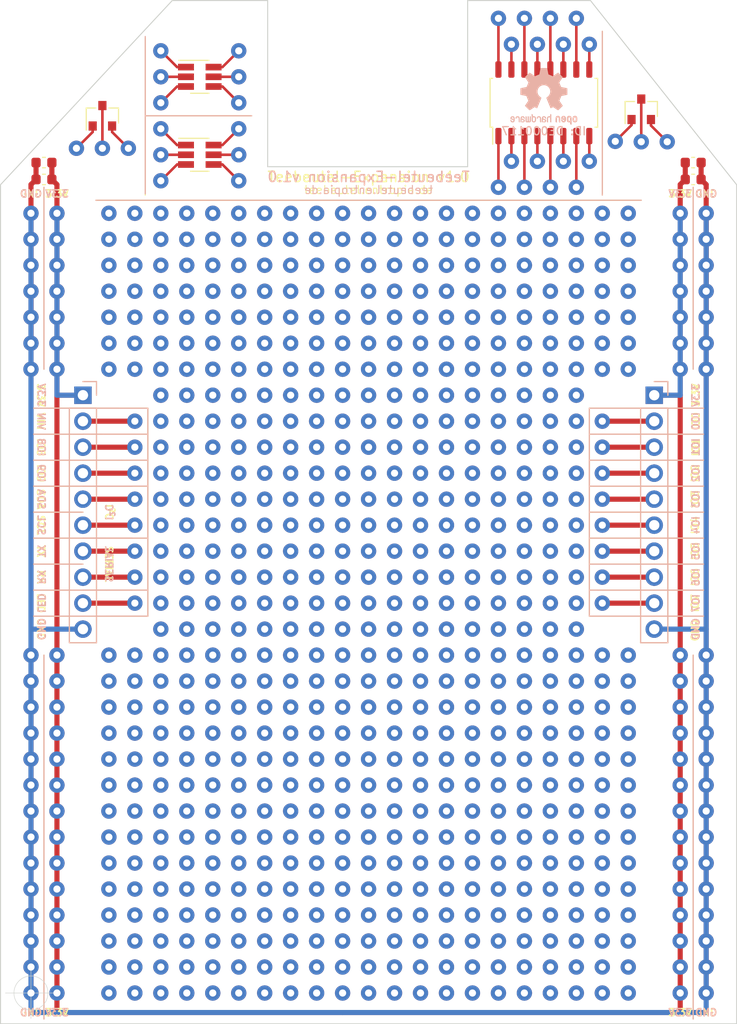
<source format=kicad_pcb>
(kicad_pcb (version 20171130) (host pcbnew 5.1.10)
  (title_block (title "Teebeutel Expansion Stripboard") (date 2021-12-12) (rev v1.0) (company "Entropia e.V.") (comment 1 https://teebeutel.entropia.de) (comment 2 "License: CERN-OHL-S") (comment 3 "OSHW-ID: 000117"))
  (layers (0 F.Cu signal) (31 B.Cu signal) (34 B.Paste user hide) (35 F.Paste user hide) (36 B.SilkS user) (37 F.SilkS user) (38 B.Mask user hide) (39 F.Mask user hide) (44 Edge.Cuts user))
  (net 0 "")
  (net 1 GND)
  (net 2 LED)
  (net 3 RxD)
  (net 4 TxD)
  (net 5 I2C-SCL)
  (net 6 I2C-SDA)
  (net 7 IO9)
  (net 8 IO8)
  (net 9 VIN)
  (net 10 +3V3)
  (net 11 IO7)
  (net 12 IO6)
  (net 13 IO5)
  (net 14 IO4)
  (net 15 IO3)
  (net 16 IO2)
  (net 17 IO1)
  (net 18 IO0)
  (net 19 "Net-(J5-Pad5)")
  (net 20 "Net-(J5-Pad6)")
  (net 21 "Net-(J5-Pad4)")
  (net 22 "Net-(J5-Pad3)")
  (net 23 "Net-(J5-Pad2)")
  (net 24 "Net-(J5-Pad1)")
  (net 25 "Net-(J6-Pad5)")
  (net 26 "Net-(J6-Pad6)")
  (net 27 "Net-(J6-Pad4)")
  (net 28 "Net-(J6-Pad3)")
  (net 29 "Net-(J6-Pad2)")
  (net 30 "Net-(J6-Pad1)")
  (net 31 "Net-(J7-Pad1)")
  (net 32 "Net-(J7-Pad2)")
  (net 33 "Net-(J7-Pad3)")
  (net 34 "Net-(J8-Pad1)")
  (net 35 "Net-(J8-Pad2)")
  (net 36 "Net-(J8-Pad3)")
  (net 37 "Net-(J9-Pad16)")
  (net 38 "Net-(J9-Pad15)")
  (net 39 "Net-(J9-Pad14)")
  (net 40 "Net-(J9-Pad13)")
  (net 41 "Net-(J9-Pad12)")
  (net 42 "Net-(J9-Pad11)")
  (net 43 "Net-(J9-Pad10)")
  (net 44 "Net-(J9-Pad9)")
  (net 45 "Net-(J9-Pad8)")
  (net 46 "Net-(J9-Pad7)")
  (net 47 "Net-(J9-Pad6)")
  (net 48 "Net-(J9-Pad5)")
  (net 49 "Net-(J9-Pad4)")
  (net 50 "Net-(J9-Pad3)")
  (net 51 "Net-(J9-Pad2)")
  (net 52 "Net-(J9-Pad1)")
  (module Teebeutel-Expansion:THTPad_D1.5mm_Drill0.7mm (layer F.Cu) (at 109.8124 65.6208)
    (fp_text reference REF** hide)
    (fp_text value TestPoint_THTPad_D1.5mm_Drill0.7mm hide)
    (pad 1 thru_hole circle (at 0 0) (size 1.5 1.5) (drill 0.7) (layers *.Cu *.Mask))
  )
  (module Symbol:OSHW-Logo2_7.3x6mm_SilkScreen (layer B.Cu) (at 152.3574 54.1908 180)
    (fp_text reference REF** hide)
    (fp_text value OSHW-Logo2_7.3x6mm_SilkScreen hide)
  )
  (module Teebeutel-Expansion:THTPad_D1.5mm_Drill0.7mm (layer F.Cu) (at 114.8924 65.6208)
    (fp_text reference REF** hide)
    (fp_text value TestPoint_THTPad_D1.5mm_Drill0.7mm hide)
    (pad 1 thru_hole circle (at 0 0) (size 1.5 1.5) (drill 0.7) (layers *.Cu *.Mask))
  )
  (module Teebeutel-Expansion:THTPad_D1.5mm_Drill0.7mm (layer F.Cu) (at 156.8024 49.1108 90)
    (fp_text reference TP50 hide)
    (fp_text value TestPoint hide)
    (pad 1 thru_hole circle (at 0 0 90) (size 1.5 1.5) (drill 0.7) (layers *.Cu *.Mask) (net 44 "Net-(J9-Pad9)"))
  )
  (module Teebeutel-Expansion:THTPad_D1.5mm_Drill0.7mm (layer F.Cu) (at 155.5324 46.5708 90)
    (fp_text reference TP49 hide)
    (fp_text value TestPoint hide)
    (pad 1 thru_hole circle (at 0 0 90) (size 1.5 1.5) (drill 0.7) (layers *.Cu *.Mask) (net 43 "Net-(J9-Pad10)"))
  )
  (module Teebeutel-Expansion:THTPad_D1.5mm_Drill0.7mm (layer F.Cu) (at 154.2624 49.1108 90)
    (fp_text reference TP48 hide)
    (fp_text value TestPoint hide)
    (pad 1 thru_hole circle (at 0 0 90) (size 1.5 1.5) (drill 0.7) (layers *.Cu *.Mask) (net 42 "Net-(J9-Pad11)"))
  )
  (module Teebeutel-Expansion:THTPad_D1.5mm_Drill0.7mm (layer F.Cu) (at 152.9924 46.5708 90)
    (fp_text reference TP47 hide)
    (fp_text value TestPoint hide)
    (pad 1 thru_hole circle (at 0 0 90) (size 1.5 1.5) (drill 0.7) (layers *.Cu *.Mask) (net 41 "Net-(J9-Pad12)"))
  )
  (module Teebeutel-Expansion:THTPad_D1.5mm_Drill0.7mm (layer F.Cu) (at 151.7224 49.1108 90)
    (fp_text reference TP46 hide)
    (fp_text value TestPoint hide)
    (pad 1 thru_hole circle (at 0 0 90) (size 1.5 1.5) (drill 0.7) (layers *.Cu *.Mask) (net 40 "Net-(J9-Pad13)"))
  )
  (module Teebeutel-Expansion:THTPad_D1.5mm_Drill0.7mm (layer F.Cu) (at 150.4524 46.5708 90)
    (fp_text reference TP45 hide)
    (fp_text value TestPoint hide)
    (pad 1 thru_hole circle (at 0 0 90) (size 1.5 1.5) (drill 0.7) (layers *.Cu *.Mask) (net 39 "Net-(J9-Pad14)"))
  )
  (module Teebeutel-Expansion:THTPad_D1.5mm_Drill0.7mm (layer F.Cu) (at 149.1824 49.1108 90)
    (fp_text reference TP44 hide)
    (fp_text value TestPoint hide)
    (pad 1 thru_hole circle (at 0 0 90) (size 1.5 1.5) (drill 0.7) (layers *.Cu *.Mask) (net 38 "Net-(J9-Pad15)"))
  )
  (module Teebeutel-Expansion:THTPad_D1.5mm_Drill0.7mm (layer F.Cu) (at 147.9124 46.5708 90)
    (fp_text reference TP43 hide)
    (fp_text value TestPoint hide)
    (pad 1 thru_hole circle (at 0 0 90) (size 1.5 1.5) (drill 0.7) (layers *.Cu *.Mask) (net 37 "Net-(J9-Pad16)"))
  )
  (module Teebeutel-Expansion:THTPad_D1.5mm_Drill0.7mm (layer F.Cu) (at 156.8024 60.5408 90)
    (fp_text reference TP42 hide)
    (fp_text value TestPoint hide)
    (pad 1 thru_hole circle (at 0 0 90) (size 1.5 1.5) (drill 0.7) (layers *.Cu *.Mask) (net 45 "Net-(J9-Pad8)"))
  )
  (module Teebeutel-Expansion:THTPad_D1.5mm_Drill0.7mm (layer F.Cu) (at 155.5324 63.0808 90)
    (fp_text reference TP41 hide)
    (fp_text value TestPoint hide)
    (pad 1 thru_hole circle (at 0 0 90) (size 1.5 1.5) (drill 0.7) (layers *.Cu *.Mask) (net 46 "Net-(J9-Pad7)"))
  )
  (module Teebeutel-Expansion:THTPad_D1.5mm_Drill0.7mm (layer F.Cu) (at 154.2624 60.5408 90)
    (fp_text reference TP40 hide)
    (fp_text value TestPoint hide)
    (pad 1 thru_hole circle (at 0 0 90) (size 1.5 1.5) (drill 0.7) (layers *.Cu *.Mask) (net 47 "Net-(J9-Pad6)"))
  )
  (module Teebeutel-Expansion:THTPad_D1.5mm_Drill0.7mm (layer F.Cu) (at 152.9924 63.0808 90)
    (fp_text reference TP39 hide)
    (fp_text value TestPoint hide)
    (pad 1 thru_hole circle (at 0 0 90) (size 1.5 1.5) (drill 0.7) (layers *.Cu *.Mask) (net 48 "Net-(J9-Pad5)"))
  )
  (module Teebeutel-Expansion:THTPad_D1.5mm_Drill0.7mm (layer F.Cu) (at 151.7224 60.5408 90)
    (fp_text reference TP38 hide)
    (fp_text value TestPoint hide)
    (pad 1 thru_hole circle (at 0 0 90) (size 1.5 1.5) (drill 0.7) (layers *.Cu *.Mask) (net 49 "Net-(J9-Pad4)"))
  )
  (module Teebeutel-Expansion:THTPad_D1.5mm_Drill0.7mm (layer F.Cu) (at 150.4524 63.0808 90)
    (fp_text reference TP37 hide)
    (fp_text value TestPoint hide)
    (pad 1 thru_hole circle (at 0 0 90) (size 1.5 1.5) (drill 0.7) (layers *.Cu *.Mask) (net 50 "Net-(J9-Pad3)"))
  )
  (module Teebeutel-Expansion:THTPad_D1.5mm_Drill0.7mm (layer F.Cu) (at 149.1824 60.5408 90)
    (fp_text reference TP36 hide)
    (fp_text value TestPoint hide)
    (pad 1 thru_hole circle (at 0 0 90) (size 1.5 1.5) (drill 0.7) (layers *.Cu *.Mask) (net 51 "Net-(J9-Pad2)"))
  )
  (module Teebeutel-Expansion:THTPad_D1.5mm_Drill0.7mm (layer F.Cu) (at 147.9124 63.0808 90)
    (fp_text reference TP35 hide)
    (fp_text value TestPoint hide)
    (pad 1 thru_hole circle (at 0 0 90) (size 1.5 1.5) (drill 0.7) (layers *.Cu *.Mask) (net 52 "Net-(J9-Pad1)"))
  )
  (module Teebeutel-Expansion:THTPad_D1.5mm_Drill0.7mm (layer F.Cu) (at 109.1774 59.2708)
    (fp_text reference TP34 hide)
    (fp_text value TestPoint hide)
    (pad 1 thru_hole circle (at 0 0) (size 1.5 1.5) (drill 0.7) (layers *.Cu *.Mask) (net 36 "Net-(J8-Pad3)"))
  )
  (module Teebeutel-Expansion:THTPad_D1.5mm_Drill0.7mm (layer F.Cu) (at 111.7174 59.2708)
    (fp_text reference TP33 hide)
    (fp_text value TestPoint hide)
    (pad 1 thru_hole circle (at 0 0) (size 1.5 1.5) (drill 0.7) (layers *.Cu *.Mask) (net 35 "Net-(J8-Pad2)"))
  )
  (module Teebeutel-Expansion:THTPad_D1.5mm_Drill0.7mm (layer F.Cu) (at 106.6374 59.2708)
    (fp_text reference TP32 hide)
    (fp_text value TestPoint hide)
    (pad 1 thru_hole circle (at 0 0) (size 1.5 1.5) (drill 0.7) (layers *.Cu *.Mask) (net 34 "Net-(J8-Pad1)"))
  )
  (module Teebeutel-Expansion:THTPad_D1.5mm_Drill0.7mm (layer F.Cu) (at 161.8824 58.6358 90)
    (fp_text reference TP31 hide)
    (fp_text value TestPoint hide)
    (pad 1 thru_hole circle (at 0 0 90) (size 1.5 1.5) (drill 0.7) (layers *.Cu *.Mask) (net 33 "Net-(J7-Pad3)"))
  )
  (module Teebeutel-Expansion:THTPad_D1.5mm_Drill0.7mm (layer F.Cu) (at 164.4224 58.6358 90)
    (fp_text reference TP30 hide)
    (fp_text value TestPoint hide)
    (pad 1 thru_hole circle (at 0 0 90) (size 1.5 1.5) (drill 0.7) (layers *.Cu *.Mask) (net 32 "Net-(J7-Pad2)"))
  )
  (module Teebeutel-Expansion:THTPad_D1.5mm_Drill0.7mm (layer F.Cu) (at 159.3424 58.5932 90)
    (fp_text reference TP29 hide)
    (fp_text value TestPoint hide)
    (pad 1 thru_hole circle (at 0 0 90) (size 1.5 1.5) (drill 0.7) (layers *.Cu *.Mask) (net 31 "Net-(J7-Pad1)"))
  )
  (module Teebeutel-Expansion:THTPad_D1.5mm_Drill0.7mm (layer F.Cu) (at 122.5124 54.8258)
    (fp_text reference TP28 hide)
    (fp_text value TestPoint hide)
    (pad 1 thru_hole circle (at 0 0) (size 1.5 1.5) (drill 0.7) (layers *.Cu *.Mask) (net 27 "Net-(J6-Pad4)"))
  )
  (module Teebeutel-Expansion:THTPad_D1.5mm_Drill0.7mm (layer F.Cu) (at 122.5124 52.2858)
    (fp_text reference TP27 hide)
    (fp_text value TestPoint hide)
    (pad 1 thru_hole circle (at 0 0) (size 1.5 1.5) (drill 0.7) (layers *.Cu *.Mask) (net 25 "Net-(J6-Pad5)"))
  )
  (module Teebeutel-Expansion:THTPad_D1.5mm_Drill0.7mm (layer F.Cu) (at 122.5124 49.7458)
    (fp_text reference TP26 hide)
    (fp_text value TestPoint hide)
    (pad 1 thru_hole circle (at 0 0) (size 1.5 1.5) (drill 0.7) (layers *.Cu *.Mask) (net 26 "Net-(J6-Pad6)"))
  )
  (module Teebeutel-Expansion:THTPad_D1.5mm_Drill0.7mm (layer F.Cu) (at 122.5124 62.4458)
    (fp_text reference TP25 hide)
    (fp_text value TestPoint hide)
    (pad 1 thru_hole circle (at 0 0) (size 1.5 1.5) (drill 0.7) (layers *.Cu *.Mask) (net 21 "Net-(J5-Pad4)"))
  )
  (module Teebeutel-Expansion:THTPad_D1.5mm_Drill0.7mm (layer F.Cu) (at 122.5124 59.9058)
    (fp_text reference TP24 hide)
    (fp_text value TestPoint hide)
    (pad 1 thru_hole circle (at 0 0) (size 1.5 1.5) (drill 0.7) (layers *.Cu *.Mask) (net 19 "Net-(J5-Pad5)"))
  )
  (module Teebeutel-Expansion:THTPad_D1.5mm_Drill0.7mm (layer F.Cu) (at 122.5124 57.3658)
    (fp_text reference TP23 hide)
    (fp_text value TestPoint hide)
    (pad 1 thru_hole circle (at 0 0) (size 1.5 1.5) (drill 0.7) (layers *.Cu *.Mask) (net 20 "Net-(J5-Pad6)"))
  )
  (module Teebeutel-Expansion:THTPad_D1.5mm_Drill0.7mm (layer F.Cu) (at 114.8924 54.8258)
    (fp_text reference TP22 hide)
    (fp_text value TestPoint hide)
    (pad 1 thru_hole circle (at 0 0) (size 1.5 1.5) (drill 0.7) (layers *.Cu *.Mask) (net 28 "Net-(J6-Pad3)"))
  )
  (module Teebeutel-Expansion:THTPad_D1.5mm_Drill0.7mm (layer F.Cu) (at 114.8924 52.2858)
    (fp_text reference TP21 hide)
    (fp_text value TestPoint hide)
    (pad 1 thru_hole circle (at 0 0) (size 1.5 1.5) (drill 0.7) (layers *.Cu *.Mask) (net 29 "Net-(J6-Pad2)"))
  )
  (module Teebeutel-Expansion:THTPad_D1.5mm_Drill0.7mm (layer F.Cu) (at 114.8924 49.7458)
    (fp_text reference TP20 hide)
    (fp_text value TestPoint hide)
    (pad 1 thru_hole circle (at 0 0) (size 1.5 1.5) (drill 0.7) (layers *.Cu *.Mask) (net 30 "Net-(J6-Pad1)"))
  )
  (module Teebeutel-Expansion:THTPad_D1.5mm_Drill0.7mm (layer F.Cu) (at 114.8924 62.4458)
    (fp_text reference TP19 hide)
    (fp_text value TestPoint hide)
    (pad 1 thru_hole circle (at 0 0) (size 1.5 1.5) (drill 0.7) (layers *.Cu *.Mask) (net 22 "Net-(J5-Pad3)"))
  )
  (module Teebeutel-Expansion:THTPad_D1.5mm_Drill0.7mm (layer F.Cu) (at 114.8924 59.9058)
    (fp_text reference TP18 hide)
    (fp_text value TestPoint hide)
    (pad 1 thru_hole circle (at 0 0) (size 1.5 1.5) (drill 0.7) (layers *.Cu *.Mask) (net 23 "Net-(J5-Pad2)"))
  )
  (module Teebeutel-Expansion:THTPad_D1.5mm_Drill0.7mm (layer F.Cu) (at 114.8924 57.3658)
    (fp_text reference TP17 hide)
    (fp_text value TestPoint hide)
    (pad 1 thru_hole circle (at 0 0) (size 1.5 1.5) (drill 0.7) (layers *.Cu *.Mask) (net 24 "Net-(J5-Pad1)"))
  )
  (module Teebeutel-Expansion:THTPad_D1.5mm_Drill0.7mm (layer F.Cu) (at 112.3524 108.8008)
    (fp_text reference REF** hide)
    (fp_text value TestPoint_THTPad_D1.5mm_Drill0.7mm hide)
    (pad 1 thru_hole circle (at 0 0) (size 1.5 1.5) (drill 0.7) (layers *.Cu *.Mask))
  )
  (module Teebeutel-Expansion:THTPad_D1.5mm_Drill0.7mm (layer F.Cu) (at 109.8124 108.8008)
    (fp_text reference REF** hide)
    (fp_text value TestPoint_THTPad_D1.5mm_Drill0.7mm hide)
    (pad 1 thru_hole circle (at 0 0) (size 1.5 1.5) (drill 0.7) (layers *.Cu *.Mask))
  )
  (module Teebeutel-Expansion:THTPad_D1.5mm_Drill0.7mm (layer F.Cu) (at 102.1924 108.8008)
    (fp_text reference REF** hide)
    (fp_text value TestPoint_THTPad_D1.5mm_Drill0.7mm hide)
    (pad 1 thru_hole circle (at 0 0) (size 1.5 1.5) (drill 0.7) (layers *.Cu *.Mask) (net 1 GND))
  )
  (module Teebeutel-Expansion:THTPad_D1.5mm_Drill0.7mm (layer F.Cu) (at 104.7324 108.8008)
    (fp_text reference REF** hide)
    (fp_text value TestPoint_THTPad_D1.5mm_Drill0.7mm hide)
    (pad 1 thru_hole circle (at 0 0) (size 1.5 1.5) (drill 0.7) (layers *.Cu *.Mask) (net 10 +3V3))
  )
  (module Teebeutel-Expansion:THTPad_D1.5mm_Drill0.7mm (layer F.Cu) (at 168.2324 108.8008)
    (fp_text reference REF** hide)
    (fp_text value TestPoint_THTPad_D1.5mm_Drill0.7mm hide)
    (pad 1 thru_hole circle (at 0 0) (size 1.5 1.5) (drill 0.7) (layers *.Cu *.Mask) (net 1 GND))
  )
  (module Teebeutel-Expansion:THTPad_D1.5mm_Drill0.7mm (layer F.Cu) (at 165.6924 108.8008)
    (fp_text reference REF** hide)
    (fp_text value TestPoint_THTPad_D1.5mm_Drill0.7mm hide)
    (pad 1 thru_hole circle (at 0 0) (size 1.5 1.5) (drill 0.7) (layers *.Cu *.Mask) (net 10 +3V3))
  )
  (module Teebeutel-Expansion:THTPad_D1.5mm_Drill0.7mm (layer F.Cu) (at 158.0724 108.8008)
    (fp_text reference REF** hide)
    (fp_text value TestPoint_THTPad_D1.5mm_Drill0.7mm hide)
    (pad 1 thru_hole circle (at 0 0) (size 1.5 1.5) (drill 0.7) (layers *.Cu *.Mask))
  )
  (module Teebeutel-Expansion:THTPad_D1.5mm_Drill0.7mm (layer F.Cu) (at 160.6124 108.8008)
    (fp_text reference REF** hide)
    (fp_text value TestPoint_THTPad_D1.5mm_Drill0.7mm hide)
    (pad 1 thru_hole circle (at 0 0) (size 1.5 1.5) (drill 0.7) (layers *.Cu *.Mask))
  )
  (module Teebeutel-Expansion:THTPad_D1.5mm_Drill0.7mm (layer F.Cu) (at 160.6124 80.8608)
    (fp_text reference REF** hide)
    (fp_text value TestPoint_THTPad_D1.5mm_Drill0.7mm hide)
    (pad 1 thru_hole circle (at 0 0) (size 1.5 1.5) (drill 0.7) (layers *.Cu *.Mask))
  )
  (module Teebeutel-Expansion:THTPad_D1.5mm_Drill0.7mm (layer F.Cu) (at 158.0724 80.8608)
    (fp_text reference REF** hide)
    (fp_text value TestPoint_THTPad_D1.5mm_Drill0.7mm hide)
    (pad 1 thru_hole circle (at 0 0) (size 1.5 1.5) (drill 0.7) (layers *.Cu *.Mask))
  )
  (module Teebeutel-Expansion:THTPad_D1.5mm_Drill0.7mm (layer F.Cu) (at 168.2324 80.8608)
    (fp_text reference REF** hide)
    (fp_text value TestPoint_THTPad_D1.5mm_Drill0.7mm hide)
    (pad 1 thru_hole circle (at 0 0) (size 1.5 1.5) (drill 0.7) (layers *.Cu *.Mask) (net 1 GND))
  )
  (module Teebeutel-Expansion:THTPad_D1.5mm_Drill0.7mm (layer F.Cu) (at 165.6924 80.8608)
    (fp_text reference REF** hide)
    (fp_text value TestPoint_THTPad_D1.5mm_Drill0.7mm hide)
    (pad 1 thru_hole circle (at 0 0) (size 1.5 1.5) (drill 0.7) (layers *.Cu *.Mask) (net 10 +3V3))
  )
  (module Teebeutel-Expansion:THTPad_D1.5mm_Drill0.7mm (layer F.Cu) (at 112.3524 80.8608)
    (fp_text reference REF** hide)
    (fp_text value TestPoint_THTPad_D1.5mm_Drill0.7mm hide)
    (pad 1 thru_hole circle (at 0 0) (size 1.5 1.5) (drill 0.7) (layers *.Cu *.Mask))
  )
  (module Teebeutel-Expansion:THTPad_D1.5mm_Drill0.7mm (layer F.Cu) (at 109.8124 80.8608)
    (fp_text reference REF** hide)
    (fp_text value TestPoint_THTPad_D1.5mm_Drill0.7mm hide)
    (pad 1 thru_hole circle (at 0 0) (size 1.5 1.5) (drill 0.7) (layers *.Cu *.Mask))
  )
  (module Teebeutel-Expansion:THTPad_D1.5mm_Drill0.7mm (layer F.Cu) (at 104.7324 80.8608)
    (fp_text reference REF** hide)
    (fp_text value TestPoint_THTPad_D1.5mm_Drill0.7mm hide)
    (pad 1 thru_hole circle (at 0 0) (size 1.5 1.5) (drill 0.7) (layers *.Cu *.Mask) (net 10 +3V3))
  )
  (module Teebeutel-Expansion:THTPad_D1.5mm_Drill0.7mm (layer F.Cu) (at 102.1924 80.8608)
    (fp_text reference REF** hide)
    (fp_text value TestPoint_THTPad_D1.5mm_Drill0.7mm hide)
    (pad 1 thru_hole circle (at 0 0) (size 1.5 1.5) (drill 0.7) (layers *.Cu *.Mask) (net 1 GND))
  )
  (module Teebeutel-Expansion:THTPad_D1.5mm_Drill0.7mm (layer F.Cu) (at 158.0724 85.9408)
    (fp_text reference TP9 hide)
    (fp_text value TestPoint hide)
    (pad 1 thru_hole circle (at 0 0) (size 1.5 1.5) (drill 0.7) (layers *.Cu *.Mask) (net 18 IO0))
  )
  (module Teebeutel-Expansion:THTPad_D1.5mm_Drill0.7mm (layer F.Cu) (at 158.0724 103.7208)
    (fp_text reference TP16 hide)
    (fp_text value TestPoint hide)
    (pad 1 thru_hole circle (at 0 0) (size 1.5 1.5) (drill 0.7) (layers *.Cu *.Mask) (net 11 IO7))
  )
  (module Teebeutel-Expansion:THTPad_D1.5mm_Drill0.7mm (layer F.Cu) (at 158.0724 101.1808)
    (fp_text reference TP15 hide)
    (fp_text value TestPoint hide)
    (pad 1 thru_hole circle (at 0 0) (size 1.5 1.5) (drill 0.7) (layers *.Cu *.Mask) (net 12 IO6))
  )
  (module Teebeutel-Expansion:THTPad_D1.5mm_Drill0.7mm (layer F.Cu) (at 158.0724 98.6408)
    (fp_text reference TP14 hide)
    (fp_text value TestPoint hide)
    (pad 1 thru_hole circle (at 0 0) (size 1.5 1.5) (drill 0.7) (layers *.Cu *.Mask) (net 13 IO5))
  )
  (module Teebeutel-Expansion:THTPad_D1.5mm_Drill0.7mm (layer F.Cu) (at 158.0724 96.1008)
    (fp_text reference TP13 hide)
    (fp_text value TestPoint hide)
    (pad 1 thru_hole circle (at 0 0) (size 1.5 1.5) (drill 0.7) (layers *.Cu *.Mask) (net 14 IO4))
  )
  (module Teebeutel-Expansion:THTPad_D1.5mm_Drill0.7mm (layer F.Cu) (at 158.0724 93.5608)
    (fp_text reference TP12 hide)
    (fp_text value TestPoint hide)
    (pad 1 thru_hole circle (at 0 0) (size 1.5 1.5) (drill 0.7) (layers *.Cu *.Mask) (net 15 IO3))
  )
  (module Teebeutel-Expansion:THTPad_D1.5mm_Drill0.7mm (layer F.Cu) (at 158.0724 91.0208)
    (fp_text reference TP11 hide)
    (fp_text value TestPoint hide)
    (pad 1 thru_hole circle (at 0 0) (size 1.5 1.5) (drill 0.7) (layers *.Cu *.Mask) (net 16 IO2))
  )
  (module Teebeutel-Expansion:THTPad_D1.5mm_Drill0.7mm (layer F.Cu) (at 158.0724 88.4808)
    (fp_text reference TP10 hide)
    (fp_text value TestPoint hide)
    (pad 1 thru_hole circle (at 0 0) (size 1.5 1.5) (drill 0.7) (layers *.Cu *.Mask) (net 17 IO1))
  )
  (module Teebeutel-Expansion:THTPad_D1.5mm_Drill0.7mm (layer F.Cu) (at 112.3524 103.7208)
    (fp_text reference TP8 hide)
    (fp_text value TestPoint hide)
    (pad 1 thru_hole circle (at 0 0) (size 1.5 1.5) (drill 0.7) (layers *.Cu *.Mask) (net 2 LED))
  )
  (module Teebeutel-Expansion:THTPad_D1.5mm_Drill0.7mm (layer F.Cu) (at 112.3524 101.1808)
    (fp_text reference TP7 hide)
    (fp_text value TestPoint hide)
    (pad 1 thru_hole circle (at 0 0) (size 1.5 1.5) (drill 0.7) (layers *.Cu *.Mask) (net 3 RxD))
  )
  (module Teebeutel-Expansion:THTPad_D1.5mm_Drill0.7mm (layer F.Cu) (at 112.3524 98.6408)
    (fp_text reference TP6 hide)
    (fp_text value TestPoint hide)
    (pad 1 thru_hole circle (at 0 0) (size 1.5 1.5) (drill 0.7) (layers *.Cu *.Mask) (net 4 TxD))
  )
  (module Teebeutel-Expansion:THTPad_D1.5mm_Drill0.7mm (layer F.Cu) (at 112.3524 96.1008)
    (fp_text reference TP5 hide)
    (fp_text value TestPoint hide)
    (pad 1 thru_hole circle (at 0 0) (size 1.5 1.5) (drill 0.7) (layers *.Cu *.Mask) (net 5 I2C-SCL))
  )
  (module Teebeutel-Expansion:THTPad_D1.5mm_Drill0.7mm (layer F.Cu) (at 112.3524 93.5608)
    (fp_text reference TP4 hide)
    (fp_text value TestPoint hide)
    (pad 1 thru_hole circle (at 0 0) (size 1.5 1.5) (drill 0.7) (layers *.Cu *.Mask) (net 6 I2C-SDA))
  )
  (module Teebeutel-Expansion:THTPad_D1.5mm_Drill0.7mm (layer F.Cu) (at 112.3524 91.0208)
    (fp_text reference TP3 hide)
    (fp_text value TestPoint hide)
    (pad 1 thru_hole circle (at 0 0) (size 1.5 1.5) (drill 0.7) (layers *.Cu *.Mask) (net 7 IO9))
  )
  (module Teebeutel-Expansion:THTPad_D1.5mm_Drill0.7mm (layer F.Cu) (at 112.3524 88.4808)
    (fp_text reference TP2 hide)
    (fp_text value TestPoint hide)
    (pad 1 thru_hole circle (at 0 0) (size 1.5 1.5) (drill 0.7) (layers *.Cu *.Mask) (net 8 IO8))
  )
  (module Teebeutel-Expansion:THTPad_D1.5mm_Drill0.7mm (layer F.Cu) (at 112.3524 85.9408)
    (fp_text reference TP1 hide)
    (fp_text value TestPoint hide)
    (pad 1 thru_hole circle (at 0 0) (size 1.5 1.5) (drill 0.7) (layers *.Cu *.Mask) (net 9 VIN))
  )
  (module Teebeutel-Expansion:THTPad_D1.5mm_Drill0.7mm (layer F.Cu) (at 104.7324 141.8208)
    (fp_text reference REF** hide)
    (fp_text value TestPoint_THTPad_D1.5mm_Drill0.7mm hide)
    (pad 1 thru_hole circle (at 0 0) (size 1.5 1.5) (drill 0.7) (layers *.Cu *.Mask) (net 10 +3V3))
  )
  (module Teebeutel-Expansion:THTPad_D1.5mm_Drill0.7mm (layer F.Cu) (at 104.7324 139.2808)
    (fp_text reference REF** hide)
    (fp_text value TestPoint_THTPad_D1.5mm_Drill0.7mm hide)
    (pad 1 thru_hole circle (at 0 0) (size 1.5 1.5) (drill 0.7) (layers *.Cu *.Mask) (net 10 +3V3))
  )
  (module Teebeutel-Expansion:THTPad_D1.5mm_Drill0.7mm (layer F.Cu) (at 104.7324 136.7408)
    (fp_text reference REF** hide)
    (fp_text value TestPoint_THTPad_D1.5mm_Drill0.7mm hide)
    (pad 1 thru_hole circle (at 0 0) (size 1.5 1.5) (drill 0.7) (layers *.Cu *.Mask) (net 10 +3V3))
  )
  (module Teebeutel-Expansion:THTPad_D1.5mm_Drill0.7mm (layer F.Cu) (at 104.7324 134.2008)
    (fp_text reference REF** hide)
    (fp_text value TestPoint_THTPad_D1.5mm_Drill0.7mm hide)
    (pad 1 thru_hole circle (at 0 0) (size 1.5 1.5) (drill 0.7) (layers *.Cu *.Mask) (net 10 +3V3))
  )
  (module Teebeutel-Expansion:THTPad_D1.5mm_Drill0.7mm (layer F.Cu) (at 104.7324 131.6608)
    (fp_text reference REF** hide)
    (fp_text value TestPoint_THTPad_D1.5mm_Drill0.7mm hide)
    (pad 1 thru_hole circle (at 0 0) (size 1.5 1.5) (drill 0.7) (layers *.Cu *.Mask) (net 10 +3V3))
  )
  (module Teebeutel-Expansion:THTPad_D1.5mm_Drill0.7mm (layer F.Cu) (at 104.7324 129.1208)
    (fp_text reference REF** hide)
    (fp_text value TestPoint_THTPad_D1.5mm_Drill0.7mm hide)
    (pad 1 thru_hole circle (at 0 0) (size 1.5 1.5) (drill 0.7) (layers *.Cu *.Mask) (net 10 +3V3))
  )
  (module Teebeutel-Expansion:THTPad_D1.5mm_Drill0.7mm (layer F.Cu) (at 104.7324 126.5808)
    (fp_text reference REF** hide)
    (fp_text value TestPoint_THTPad_D1.5mm_Drill0.7mm hide)
    (pad 1 thru_hole circle (at 0 0) (size 1.5 1.5) (drill 0.7) (layers *.Cu *.Mask) (net 10 +3V3))
  )
  (module Teebeutel-Expansion:THTPad_D1.5mm_Drill0.7mm (layer F.Cu) (at 104.7324 124.0408)
    (fp_text reference REF** hide)
    (fp_text value TestPoint_THTPad_D1.5mm_Drill0.7mm hide)
    (pad 1 thru_hole circle (at 0 0) (size 1.5 1.5) (drill 0.7) (layers *.Cu *.Mask) (net 10 +3V3))
  )
  (module Teebeutel-Expansion:THTPad_D1.5mm_Drill0.7mm (layer F.Cu) (at 104.7324 121.5008)
    (fp_text reference REF** hide)
    (fp_text value TestPoint_THTPad_D1.5mm_Drill0.7mm hide)
    (pad 1 thru_hole circle (at 0 0) (size 1.5 1.5) (drill 0.7) (layers *.Cu *.Mask) (net 10 +3V3))
  )
  (module Teebeutel-Expansion:THTPad_D1.5mm_Drill0.7mm (layer F.Cu) (at 104.7324 118.9608)
    (fp_text reference REF** hide)
    (fp_text value TestPoint_THTPad_D1.5mm_Drill0.7mm hide)
    (pad 1 thru_hole circle (at 0 0) (size 1.5 1.5) (drill 0.7) (layers *.Cu *.Mask) (net 10 +3V3))
  )
  (module Teebeutel-Expansion:THTPad_D1.5mm_Drill0.7mm (layer F.Cu) (at 104.7324 116.4208)
    (fp_text reference REF** hide)
    (fp_text value TestPoint_THTPad_D1.5mm_Drill0.7mm hide)
    (pad 1 thru_hole circle (at 0 0) (size 1.5 1.5) (drill 0.7) (layers *.Cu *.Mask) (net 10 +3V3))
  )
  (module Teebeutel-Expansion:THTPad_D1.5mm_Drill0.7mm (layer F.Cu) (at 104.7324 113.8808)
    (fp_text reference REF** hide)
    (fp_text value TestPoint_THTPad_D1.5mm_Drill0.7mm hide)
    (pad 1 thru_hole circle (at 0 0) (size 1.5 1.5) (drill 0.7) (layers *.Cu *.Mask) (net 10 +3V3))
  )
  (module Teebeutel-Expansion:THTPad_D1.5mm_Drill0.7mm (layer F.Cu) (at 104.7324 111.3408)
    (fp_text reference REF** hide)
    (fp_text value TestPoint_THTPad_D1.5mm_Drill0.7mm hide)
    (pad 1 thru_hole circle (at 0 0) (size 1.5 1.5) (drill 0.7) (layers *.Cu *.Mask) (net 10 +3V3))
  )
  (module Teebeutel-Expansion:THTPad_D1.5mm_Drill0.7mm (layer F.Cu) (at 165.6924 141.8208)
    (fp_text reference REF** hide)
    (fp_text value TestPoint_THTPad_D1.5mm_Drill0.7mm hide)
    (pad 1 thru_hole circle (at 0 0) (size 1.5 1.5) (drill 0.7) (layers *.Cu *.Mask) (net 10 +3V3))
  )
  (module Teebeutel-Expansion:THTPad_D1.5mm_Drill0.7mm (layer F.Cu) (at 165.6924 139.2808)
    (fp_text reference REF** hide)
    (fp_text value TestPoint_THTPad_D1.5mm_Drill0.7mm hide)
    (pad 1 thru_hole circle (at 0 0) (size 1.5 1.5) (drill 0.7) (layers *.Cu *.Mask) (net 10 +3V3))
  )
  (module Teebeutel-Expansion:THTPad_D1.5mm_Drill0.7mm (layer F.Cu) (at 165.6924 136.7408)
    (fp_text reference REF** hide)
    (fp_text value TestPoint_THTPad_D1.5mm_Drill0.7mm hide)
    (pad 1 thru_hole circle (at 0 0) (size 1.5 1.5) (drill 0.7) (layers *.Cu *.Mask) (net 10 +3V3))
  )
  (module Teebeutel-Expansion:THTPad_D1.5mm_Drill0.7mm (layer F.Cu) (at 165.6924 134.2008)
    (fp_text reference REF** hide)
    (fp_text value TestPoint_THTPad_D1.5mm_Drill0.7mm hide)
    (pad 1 thru_hole circle (at 0 0) (size 1.5 1.5) (drill 0.7) (layers *.Cu *.Mask) (net 10 +3V3))
  )
  (module Teebeutel-Expansion:THTPad_D1.5mm_Drill0.7mm (layer F.Cu) (at 165.6924 131.6608)
    (fp_text reference REF** hide)
    (fp_text value TestPoint_THTPad_D1.5mm_Drill0.7mm hide)
    (pad 1 thru_hole circle (at 0 0) (size 1.5 1.5) (drill 0.7) (layers *.Cu *.Mask) (net 10 +3V3))
  )
  (module Teebeutel-Expansion:THTPad_D1.5mm_Drill0.7mm (layer F.Cu) (at 165.6924 129.1208)
    (fp_text reference REF** hide)
    (fp_text value TestPoint_THTPad_D1.5mm_Drill0.7mm hide)
    (pad 1 thru_hole circle (at 0 0) (size 1.5 1.5) (drill 0.7) (layers *.Cu *.Mask) (net 10 +3V3))
  )
  (module Teebeutel-Expansion:THTPad_D1.5mm_Drill0.7mm (layer F.Cu) (at 165.6924 126.5808)
    (fp_text reference REF** hide)
    (fp_text value TestPoint_THTPad_D1.5mm_Drill0.7mm hide)
    (pad 1 thru_hole circle (at 0 0) (size 1.5 1.5) (drill 0.7) (layers *.Cu *.Mask) (net 10 +3V3))
  )
  (module Teebeutel-Expansion:THTPad_D1.5mm_Drill0.7mm (layer F.Cu) (at 165.6924 124.0408)
    (fp_text reference REF** hide)
    (fp_text value TestPoint_THTPad_D1.5mm_Drill0.7mm hide)
    (pad 1 thru_hole circle (at 0 0) (size 1.5 1.5) (drill 0.7) (layers *.Cu *.Mask) (net 10 +3V3))
  )
  (module Teebeutel-Expansion:THTPad_D1.5mm_Drill0.7mm (layer F.Cu) (at 165.6924 121.5008)
    (fp_text reference REF** hide)
    (fp_text value TestPoint_THTPad_D1.5mm_Drill0.7mm hide)
    (pad 1 thru_hole circle (at 0 0) (size 1.5 1.5) (drill 0.7) (layers *.Cu *.Mask) (net 10 +3V3))
  )
  (module Teebeutel-Expansion:THTPad_D1.5mm_Drill0.7mm (layer F.Cu) (at 165.6924 118.9608)
    (fp_text reference REF** hide)
    (fp_text value TestPoint_THTPad_D1.5mm_Drill0.7mm hide)
    (pad 1 thru_hole circle (at 0 0) (size 1.5 1.5) (drill 0.7) (layers *.Cu *.Mask) (net 10 +3V3))
  )
  (module Teebeutel-Expansion:THTPad_D1.5mm_Drill0.7mm (layer F.Cu) (at 165.6924 116.4208)
    (fp_text reference REF** hide)
    (fp_text value TestPoint_THTPad_D1.5mm_Drill0.7mm hide)
    (pad 1 thru_hole circle (at 0 0) (size 1.5 1.5) (drill 0.7) (layers *.Cu *.Mask) (net 10 +3V3))
  )
  (module Teebeutel-Expansion:THTPad_D1.5mm_Drill0.7mm (layer F.Cu) (at 165.6924 113.8808)
    (fp_text reference REF** hide)
    (fp_text value TestPoint_THTPad_D1.5mm_Drill0.7mm hide)
    (pad 1 thru_hole circle (at 0 0) (size 1.5 1.5) (drill 0.7) (layers *.Cu *.Mask) (net 10 +3V3))
  )
  (module Teebeutel-Expansion:THTPad_D1.5mm_Drill0.7mm (layer F.Cu) (at 165.6924 111.3408)
    (fp_text reference REF** hide)
    (fp_text value TestPoint_THTPad_D1.5mm_Drill0.7mm hide)
    (pad 1 thru_hole circle (at 0 0) (size 1.5 1.5) (drill 0.7) (layers *.Cu *.Mask) (net 10 +3V3))
  )
  (module Teebeutel-Expansion:THTPad_D1.5mm_Drill0.7mm (layer F.Cu) (at 165.6924 78.3208)
    (fp_text reference REF** hide)
    (fp_text value TestPoint_THTPad_D1.5mm_Drill0.7mm hide)
    (pad 1 thru_hole circle (at 0 0) (size 1.5 1.5) (drill 0.7) (layers *.Cu *.Mask) (net 10 +3V3))
  )
  (module Teebeutel-Expansion:THTPad_D1.5mm_Drill0.7mm (layer F.Cu) (at 165.6924 75.7808)
    (fp_text reference REF** hide)
    (fp_text value TestPoint_THTPad_D1.5mm_Drill0.7mm hide)
    (pad 1 thru_hole circle (at 0 0) (size 1.5 1.5) (drill 0.7) (layers *.Cu *.Mask) (net 10 +3V3))
  )
  (module Teebeutel-Expansion:THTPad_D1.5mm_Drill0.7mm (layer F.Cu) (at 165.6924 73.2408)
    (fp_text reference REF** hide)
    (fp_text value TestPoint_THTPad_D1.5mm_Drill0.7mm hide)
    (pad 1 thru_hole circle (at 0 0) (size 1.5 1.5) (drill 0.7) (layers *.Cu *.Mask) (net 10 +3V3))
  )
  (module Teebeutel-Expansion:THTPad_D1.5mm_Drill0.7mm (layer F.Cu) (at 165.6924 70.7008)
    (fp_text reference REF** hide)
    (fp_text value TestPoint_THTPad_D1.5mm_Drill0.7mm hide)
    (pad 1 thru_hole circle (at 0 0) (size 1.5 1.5) (drill 0.7) (layers *.Cu *.Mask) (net 10 +3V3))
  )
  (module Teebeutel-Expansion:THTPad_D1.5mm_Drill0.7mm (layer F.Cu) (at 165.6924 68.1608)
    (fp_text reference REF** hide)
    (fp_text value TestPoint_THTPad_D1.5mm_Drill0.7mm hide)
    (pad 1 thru_hole circle (at 0 0) (size 1.5 1.5) (drill 0.7) (layers *.Cu *.Mask) (net 10 +3V3))
  )
  (module Teebeutel-Expansion:THTPad_D1.5mm_Drill0.7mm (layer F.Cu) (at 104.7324 78.3208)
    (fp_text reference REF** hide)
    (fp_text value TestPoint_THTPad_D1.5mm_Drill0.7mm hide)
    (pad 1 thru_hole circle (at 0 0) (size 1.5 1.5) (drill 0.7) (layers *.Cu *.Mask) (net 10 +3V3))
  )
  (module Teebeutel-Expansion:THTPad_D1.5mm_Drill0.7mm (layer F.Cu) (at 104.7324 75.7808)
    (fp_text reference REF** hide)
    (fp_text value TestPoint_THTPad_D1.5mm_Drill0.7mm hide)
    (pad 1 thru_hole circle (at 0 0) (size 1.5 1.5) (drill 0.7) (layers *.Cu *.Mask) (net 10 +3V3))
  )
  (module Teebeutel-Expansion:THTPad_D1.5mm_Drill0.7mm (layer F.Cu) (at 104.7324 73.2408)
    (fp_text reference REF** hide)
    (fp_text value TestPoint_THTPad_D1.5mm_Drill0.7mm hide)
    (pad 1 thru_hole circle (at 0 0) (size 1.5 1.5) (drill 0.7) (layers *.Cu *.Mask) (net 10 +3V3))
  )
  (module Teebeutel-Expansion:THTPad_D1.5mm_Drill0.7mm (layer F.Cu) (at 104.7324 70.7008)
    (fp_text reference REF** hide)
    (fp_text value TestPoint_THTPad_D1.5mm_Drill0.7mm hide)
    (pad 1 thru_hole circle (at 0 0) (size 1.5 1.5) (drill 0.7) (layers *.Cu *.Mask) (net 10 +3V3))
  )
  (module Teebeutel-Expansion:THTPad_D1.5mm_Drill0.7mm (layer F.Cu) (at 104.7324 68.1608)
    (fp_text reference REF** hide)
    (fp_text value TestPoint_THTPad_D1.5mm_Drill0.7mm hide)
    (pad 1 thru_hole circle (at 0 0) (size 1.5 1.5) (drill 0.7) (layers *.Cu *.Mask) (net 10 +3V3))
  )
  (module Teebeutel-Expansion:THTPad_D1.5mm_Drill0.7mm (layer F.Cu) (at 104.7324 65.6208)
    (fp_text reference REF** hide)
    (fp_text value TestPoint_THTPad_D1.5mm_Drill0.7mm hide)
    (pad 1 thru_hole circle (at 0 0) (size 1.5 1.5) (drill 0.7) (layers *.Cu *.Mask) (net 10 +3V3))
  )
  (module Teebeutel-Expansion:THTPad_D1.5mm_Drill0.7mm (layer F.Cu) (at 165.6924 65.6208)
    (fp_text reference REF** hide)
    (fp_text value TestPoint_THTPad_D1.5mm_Drill0.7mm hide)
    (pad 1 thru_hole circle (at 0 0) (size 1.5 1.5) (drill 0.7) (layers *.Cu *.Mask) (net 10 +3V3))
  )
  (module Teebeutel-Expansion:THTPad_D1.5mm_Drill0.7mm (layer F.Cu) (at 168.2324 141.8208)
    (fp_text reference REF** hide)
    (fp_text value TestPoint_THTPad_D1.5mm_Drill0.7mm hide)
    (pad 1 thru_hole circle (at 0 0) (size 1.5 1.5) (drill 0.7) (layers *.Cu *.Mask) (net 1 GND))
  )
  (module Teebeutel-Expansion:THTPad_D1.5mm_Drill0.7mm (layer F.Cu) (at 168.2324 139.2808)
    (fp_text reference REF** hide)
    (fp_text value TestPoint_THTPad_D1.5mm_Drill0.7mm hide)
    (pad 1 thru_hole circle (at 0 0) (size 1.5 1.5) (drill 0.7) (layers *.Cu *.Mask) (net 1 GND))
  )
  (module Teebeutel-Expansion:THTPad_D1.5mm_Drill0.7mm (layer F.Cu) (at 168.2324 136.7408)
    (fp_text reference REF** hide)
    (fp_text value TestPoint_THTPad_D1.5mm_Drill0.7mm hide)
    (pad 1 thru_hole circle (at 0 0) (size 1.5 1.5) (drill 0.7) (layers *.Cu *.Mask) (net 1 GND))
  )
  (module Teebeutel-Expansion:THTPad_D1.5mm_Drill0.7mm (layer F.Cu) (at 168.2324 134.2008)
    (fp_text reference REF** hide)
    (fp_text value TestPoint_THTPad_D1.5mm_Drill0.7mm hide)
    (pad 1 thru_hole circle (at 0 0) (size 1.5 1.5) (drill 0.7) (layers *.Cu *.Mask) (net 1 GND))
  )
  (module Teebeutel-Expansion:THTPad_D1.5mm_Drill0.7mm (layer F.Cu) (at 168.2324 131.6608)
    (fp_text reference REF** hide)
    (fp_text value TestPoint_THTPad_D1.5mm_Drill0.7mm hide)
    (pad 1 thru_hole circle (at 0 0) (size 1.5 1.5) (drill 0.7) (layers *.Cu *.Mask) (net 1 GND))
  )
  (module Teebeutel-Expansion:THTPad_D1.5mm_Drill0.7mm (layer F.Cu) (at 168.2324 129.1208)
    (fp_text reference REF** hide)
    (fp_text value TestPoint_THTPad_D1.5mm_Drill0.7mm hide)
    (pad 1 thru_hole circle (at 0 0) (size 1.5 1.5) (drill 0.7) (layers *.Cu *.Mask) (net 1 GND))
  )
  (module Teebeutel-Expansion:THTPad_D1.5mm_Drill0.7mm (layer F.Cu) (at 168.2324 126.5808)
    (fp_text reference REF** hide)
    (fp_text value TestPoint_THTPad_D1.5mm_Drill0.7mm hide)
    (pad 1 thru_hole circle (at 0 0) (size 1.5 1.5) (drill 0.7) (layers *.Cu *.Mask) (net 1 GND))
  )
  (module Teebeutel-Expansion:THTPad_D1.5mm_Drill0.7mm (layer F.Cu) (at 168.2324 124.0408)
    (fp_text reference REF** hide)
    (fp_text value TestPoint_THTPad_D1.5mm_Drill0.7mm hide)
    (pad 1 thru_hole circle (at 0 0) (size 1.5 1.5) (drill 0.7) (layers *.Cu *.Mask) (net 1 GND))
  )
  (module Teebeutel-Expansion:THTPad_D1.5mm_Drill0.7mm (layer F.Cu) (at 168.2324 121.5008)
    (fp_text reference REF** hide)
    (fp_text value TestPoint_THTPad_D1.5mm_Drill0.7mm hide)
    (pad 1 thru_hole circle (at 0 0) (size 1.5 1.5) (drill 0.7) (layers *.Cu *.Mask) (net 1 GND))
  )
  (module Teebeutel-Expansion:THTPad_D1.5mm_Drill0.7mm (layer F.Cu) (at 168.2324 118.9608)
    (fp_text reference REF** hide)
    (fp_text value TestPoint_THTPad_D1.5mm_Drill0.7mm hide)
    (pad 1 thru_hole circle (at 0 0) (size 1.5 1.5) (drill 0.7) (layers *.Cu *.Mask) (net 1 GND))
  )
  (module Teebeutel-Expansion:THTPad_D1.5mm_Drill0.7mm (layer F.Cu) (at 168.2324 116.4208)
    (fp_text reference REF** hide)
    (fp_text value TestPoint_THTPad_D1.5mm_Drill0.7mm hide)
    (pad 1 thru_hole circle (at 0 0) (size 1.5 1.5) (drill 0.7) (layers *.Cu *.Mask) (net 1 GND))
  )
  (module Teebeutel-Expansion:THTPad_D1.5mm_Drill0.7mm (layer F.Cu) (at 168.2324 113.8808)
    (fp_text reference REF** hide)
    (fp_text value TestPoint_THTPad_D1.5mm_Drill0.7mm hide)
    (pad 1 thru_hole circle (at 0 0) (size 1.5 1.5) (drill 0.7) (layers *.Cu *.Mask) (net 1 GND))
  )
  (module Teebeutel-Expansion:THTPad_D1.5mm_Drill0.7mm (layer F.Cu) (at 168.2324 111.3408)
    (fp_text reference REF** hide)
    (fp_text value TestPoint_THTPad_D1.5mm_Drill0.7mm hide)
    (pad 1 thru_hole circle (at 0 0) (size 1.5 1.5) (drill 0.7) (layers *.Cu *.Mask) (net 1 GND))
  )
  (module Teebeutel-Expansion:THTPad_D1.5mm_Drill0.7mm (layer F.Cu) (at 168.2324 78.3208)
    (fp_text reference REF** hide)
    (fp_text value TestPoint_THTPad_D1.5mm_Drill0.7mm hide)
    (pad 1 thru_hole circle (at 0 0) (size 1.5 1.5) (drill 0.7) (layers *.Cu *.Mask) (net 1 GND))
  )
  (module Teebeutel-Expansion:THTPad_D1.5mm_Drill0.7mm (layer F.Cu) (at 168.2324 75.7808)
    (fp_text reference REF** hide)
    (fp_text value TestPoint_THTPad_D1.5mm_Drill0.7mm hide)
    (pad 1 thru_hole circle (at 0 0) (size 1.5 1.5) (drill 0.7) (layers *.Cu *.Mask) (net 1 GND))
  )
  (module Teebeutel-Expansion:THTPad_D1.5mm_Drill0.7mm (layer F.Cu) (at 168.2324 73.2408)
    (fp_text reference REF** hide)
    (fp_text value TestPoint_THTPad_D1.5mm_Drill0.7mm hide)
    (pad 1 thru_hole circle (at 0 0) (size 1.5 1.5) (drill 0.7) (layers *.Cu *.Mask) (net 1 GND))
  )
  (module Teebeutel-Expansion:THTPad_D1.5mm_Drill0.7mm (layer F.Cu) (at 168.2324 70.7008)
    (fp_text reference REF** hide)
    (fp_text value TestPoint_THTPad_D1.5mm_Drill0.7mm hide)
    (pad 1 thru_hole circle (at 0 0) (size 1.5 1.5) (drill 0.7) (layers *.Cu *.Mask) (net 1 GND))
  )
  (module Teebeutel-Expansion:THTPad_D1.5mm_Drill0.7mm (layer F.Cu) (at 168.2324 68.1608)
    (fp_text reference REF** hide)
    (fp_text value TestPoint_THTPad_D1.5mm_Drill0.7mm hide)
    (pad 1 thru_hole circle (at 0 0) (size 1.5 1.5) (drill 0.7) (layers *.Cu *.Mask) (net 1 GND))
  )
  (module Teebeutel-Expansion:THTPad_D1.5mm_Drill0.7mm (layer F.Cu) (at 168.2324 65.6208)
    (fp_text reference REF** hide)
    (fp_text value TestPoint_THTPad_D1.5mm_Drill0.7mm hide)
    (pad 1 thru_hole circle (at 0 0) (size 1.5 1.5) (drill 0.7) (layers *.Cu *.Mask) (net 1 GND))
  )
  (module Teebeutel-Expansion:THTPad_D1.5mm_Drill0.7mm (layer F.Cu) (at 102.1924 141.8208)
    (fp_text reference REF** hide)
    (fp_text value TestPoint_THTPad_D1.5mm_Drill0.7mm hide)
    (pad 1 thru_hole circle (at 0 0) (size 1.5 1.5) (drill 0.7) (layers *.Cu *.Mask) (net 1 GND))
  )
  (module Teebeutel-Expansion:THTPad_D1.5mm_Drill0.7mm (layer F.Cu) (at 102.1924 139.2808)
    (fp_text reference REF** hide)
    (fp_text value TestPoint_THTPad_D1.5mm_Drill0.7mm hide)
    (pad 1 thru_hole circle (at 0 0) (size 1.5 1.5) (drill 0.7) (layers *.Cu *.Mask) (net 1 GND))
  )
  (module Teebeutel-Expansion:THTPad_D1.5mm_Drill0.7mm (layer F.Cu) (at 102.1924 136.7408)
    (fp_text reference REF** hide)
    (fp_text value TestPoint_THTPad_D1.5mm_Drill0.7mm hide)
    (pad 1 thru_hole circle (at 0 0) (size 1.5 1.5) (drill 0.7) (layers *.Cu *.Mask) (net 1 GND))
  )
  (module Teebeutel-Expansion:THTPad_D1.5mm_Drill0.7mm (layer F.Cu) (at 102.1924 134.2008)
    (fp_text reference REF** hide)
    (fp_text value TestPoint_THTPad_D1.5mm_Drill0.7mm hide)
    (pad 1 thru_hole circle (at 0 0) (size 1.5 1.5) (drill 0.7) (layers *.Cu *.Mask) (net 1 GND))
  )
  (module Teebeutel-Expansion:THTPad_D1.5mm_Drill0.7mm (layer F.Cu) (at 102.1924 131.6608)
    (fp_text reference REF** hide)
    (fp_text value TestPoint_THTPad_D1.5mm_Drill0.7mm hide)
    (pad 1 thru_hole circle (at 0 0) (size 1.5 1.5) (drill 0.7) (layers *.Cu *.Mask) (net 1 GND))
  )
  (module Teebeutel-Expansion:THTPad_D1.5mm_Drill0.7mm (layer F.Cu) (at 102.1924 129.1208)
    (fp_text reference REF** hide)
    (fp_text value TestPoint_THTPad_D1.5mm_Drill0.7mm hide)
    (pad 1 thru_hole circle (at 0 0) (size 1.5 1.5) (drill 0.7) (layers *.Cu *.Mask) (net 1 GND))
  )
  (module Teebeutel-Expansion:THTPad_D1.5mm_Drill0.7mm (layer F.Cu) (at 102.1924 126.5808)
    (fp_text reference REF** hide)
    (fp_text value TestPoint_THTPad_D1.5mm_Drill0.7mm hide)
    (pad 1 thru_hole circle (at 0 0) (size 1.5 1.5) (drill 0.7) (layers *.Cu *.Mask) (net 1 GND))
  )
  (module Teebeutel-Expansion:THTPad_D1.5mm_Drill0.7mm (layer F.Cu) (at 102.1924 124.0408)
    (fp_text reference REF** hide)
    (fp_text value TestPoint_THTPad_D1.5mm_Drill0.7mm hide)
    (pad 1 thru_hole circle (at 0 0) (size 1.5 1.5) (drill 0.7) (layers *.Cu *.Mask) (net 1 GND))
  )
  (module Teebeutel-Expansion:THTPad_D1.5mm_Drill0.7mm (layer F.Cu) (at 102.1924 121.5008)
    (fp_text reference REF** hide)
    (fp_text value TestPoint_THTPad_D1.5mm_Drill0.7mm hide)
    (pad 1 thru_hole circle (at 0 0) (size 1.5 1.5) (drill 0.7) (layers *.Cu *.Mask) (net 1 GND))
  )
  (module Teebeutel-Expansion:THTPad_D1.5mm_Drill0.7mm (layer F.Cu) (at 102.1924 118.9608)
    (fp_text reference REF** hide)
    (fp_text value TestPoint_THTPad_D1.5mm_Drill0.7mm hide)
    (pad 1 thru_hole circle (at 0 0) (size 1.5 1.5) (drill 0.7) (layers *.Cu *.Mask) (net 1 GND))
  )
  (module Teebeutel-Expansion:THTPad_D1.5mm_Drill0.7mm (layer F.Cu) (at 102.1924 116.4208)
    (fp_text reference REF** hide)
    (fp_text value TestPoint_THTPad_D1.5mm_Drill0.7mm hide)
    (pad 1 thru_hole circle (at 0 0) (size 1.5 1.5) (drill 0.7) (layers *.Cu *.Mask) (net 1 GND))
  )
  (module Teebeutel-Expansion:THTPad_D1.5mm_Drill0.7mm (layer F.Cu) (at 102.1924 113.8808)
    (fp_text reference REF** hide)
    (fp_text value TestPoint_THTPad_D1.5mm_Drill0.7mm hide)
    (pad 1 thru_hole circle (at 0 0) (size 1.5 1.5) (drill 0.7) (layers *.Cu *.Mask) (net 1 GND))
  )
  (module Teebeutel-Expansion:THTPad_D1.5mm_Drill0.7mm (layer F.Cu) (at 102.1924 111.3408)
    (fp_text reference REF** hide)
    (fp_text value TestPoint_THTPad_D1.5mm_Drill0.7mm hide)
    (pad 1 thru_hole circle (at 0 0) (size 1.5 1.5) (drill 0.7) (layers *.Cu *.Mask) (net 1 GND))
  )
  (module Teebeutel-Expansion:THTPad_D1.5mm_Drill0.7mm (layer F.Cu) (at 102.1924 78.3208)
    (fp_text reference REF** hide)
    (fp_text value TestPoint_THTPad_D1.5mm_Drill0.7mm hide)
    (pad 1 thru_hole circle (at 0 0) (size 1.5 1.5) (drill 0.7) (layers *.Cu *.Mask) (net 1 GND))
  )
  (module Teebeutel-Expansion:THTPad_D1.5mm_Drill0.7mm (layer F.Cu) (at 102.1924 75.7808)
    (fp_text reference REF** hide)
    (fp_text value TestPoint_THTPad_D1.5mm_Drill0.7mm hide)
    (pad 1 thru_hole circle (at 0 0) (size 1.5 1.5) (drill 0.7) (layers *.Cu *.Mask) (net 1 GND))
  )
  (module Teebeutel-Expansion:THTPad_D1.5mm_Drill0.7mm (layer F.Cu) (at 102.1924 73.2408)
    (fp_text reference REF** hide)
    (fp_text value TestPoint_THTPad_D1.5mm_Drill0.7mm hide)
    (pad 1 thru_hole circle (at 0 0) (size 1.5 1.5) (drill 0.7) (layers *.Cu *.Mask) (net 1 GND))
  )
  (module Teebeutel-Expansion:THTPad_D1.5mm_Drill0.7mm (layer F.Cu) (at 102.1924 70.7008)
    (fp_text reference REF** hide)
    (fp_text value TestPoint_THTPad_D1.5mm_Drill0.7mm hide)
    (pad 1 thru_hole circle (at 0 0) (size 1.5 1.5) (drill 0.7) (layers *.Cu *.Mask) (net 1 GND))
  )
  (module Teebeutel-Expansion:THTPad_D1.5mm_Drill0.7mm (layer F.Cu) (at 102.1924 68.1608)
    (fp_text reference REF** hide)
    (fp_text value TestPoint_THTPad_D1.5mm_Drill0.7mm hide)
    (pad 1 thru_hole circle (at 0 0) (size 1.5 1.5) (drill 0.7) (layers *.Cu *.Mask) (net 1 GND))
  )
  (module Teebeutel-Expansion:THTPad_D1.5mm_Drill0.7mm (layer F.Cu) (at 102.1924 65.6208)
    (fp_text reference REF** hide)
    (fp_text value TestPoint_THTPad_D1.5mm_Drill0.7mm hide)
    (pad 1 thru_hole circle (at 0 0) (size 1.5 1.5) (drill 0.7) (layers *.Cu *.Mask) (net 1 GND))
  )
  (module Teebeutel-Expansion:THTPad_D1.5mm_Drill0.7mm (layer F.Cu) (at 109.8124 111.3408)
    (fp_text reference REF** hide)
    (fp_text value TestPoint_THTPad_D1.5mm_Drill0.7mm hide)
    (pad 1 thru_hole circle (at 0 0) (size 1.5 1.5) (drill 0.7) (layers *.Cu *.Mask))
  )
  (module Teebeutel-Expansion:THTPad_D1.5mm_Drill0.7mm (layer F.Cu) (at 160.6124 111.3408)
    (fp_text reference REF** hide)
    (fp_text value TestPoint_THTPad_D1.5mm_Drill0.7mm hide)
    (pad 1 thru_hole circle (at 0 0) (size 1.5 1.5) (drill 0.7) (layers *.Cu *.Mask))
  )
  (module Teebeutel-Expansion:THTPad_D1.5mm_Drill0.7mm (layer F.Cu) (at 160.6124 141.8208)
    (fp_text reference REF** hide)
    (fp_text value TestPoint_THTPad_D1.5mm_Drill0.7mm hide)
    (pad 1 thru_hole circle (at 0 0) (size 1.5 1.5) (drill 0.7) (layers *.Cu *.Mask))
  )
  (module Teebeutel-Expansion:THTPad_D1.5mm_Drill0.7mm (layer F.Cu) (at 158.0724 141.8208)
    (fp_text reference REF** hide)
    (fp_text value TestPoint_THTPad_D1.5mm_Drill0.7mm hide)
    (pad 1 thru_hole circle (at 0 0) (size 1.5 1.5) (drill 0.7) (layers *.Cu *.Mask))
  )
  (module Teebeutel-Expansion:THTPad_D1.5mm_Drill0.7mm (layer F.Cu) (at 155.5324 141.8208)
    (fp_text reference REF** hide)
    (fp_text value TestPoint_THTPad_D1.5mm_Drill0.7mm hide)
    (pad 1 thru_hole circle (at 0 0) (size 1.5 1.5) (drill 0.7) (layers *.Cu *.Mask))
  )
  (module Teebeutel-Expansion:THTPad_D1.5mm_Drill0.7mm (layer F.Cu) (at 152.9924 141.8208)
    (fp_text reference REF** hide)
    (fp_text value TestPoint_THTPad_D1.5mm_Drill0.7mm hide)
    (pad 1 thru_hole circle (at 0 0) (size 1.5 1.5) (drill 0.7) (layers *.Cu *.Mask))
  )
  (module Teebeutel-Expansion:THTPad_D1.5mm_Drill0.7mm (layer F.Cu) (at 150.4524 141.8208)
    (fp_text reference REF** hide)
    (fp_text value TestPoint_THTPad_D1.5mm_Drill0.7mm hide)
    (pad 1 thru_hole circle (at 0 0) (size 1.5 1.5) (drill 0.7) (layers *.Cu *.Mask))
  )
  (module Teebeutel-Expansion:THTPad_D1.5mm_Drill0.7mm (layer F.Cu) (at 147.9124 141.8208)
    (fp_text reference REF** hide)
    (fp_text value TestPoint_THTPad_D1.5mm_Drill0.7mm hide)
    (pad 1 thru_hole circle (at 0 0) (size 1.5 1.5) (drill 0.7) (layers *.Cu *.Mask))
  )
  (module Teebeutel-Expansion:THTPad_D1.5mm_Drill0.7mm (layer F.Cu) (at 145.3724 141.8208)
    (fp_text reference REF** hide)
    (fp_text value TestPoint_THTPad_D1.5mm_Drill0.7mm hide)
    (pad 1 thru_hole circle (at 0 0) (size 1.5 1.5) (drill 0.7) (layers *.Cu *.Mask))
  )
  (module Teebeutel-Expansion:THTPad_D1.5mm_Drill0.7mm (layer F.Cu) (at 142.8324 141.8208)
    (fp_text reference REF** hide)
    (fp_text value TestPoint_THTPad_D1.5mm_Drill0.7mm hide)
    (pad 1 thru_hole circle (at 0 0) (size 1.5 1.5) (drill 0.7) (layers *.Cu *.Mask))
  )
  (module Teebeutel-Expansion:THTPad_D1.5mm_Drill0.7mm (layer F.Cu) (at 140.2924 141.8208)
    (fp_text reference REF** hide)
    (fp_text value TestPoint_THTPad_D1.5mm_Drill0.7mm hide)
    (pad 1 thru_hole circle (at 0 0) (size 1.5 1.5) (drill 0.7) (layers *.Cu *.Mask))
  )
  (module Teebeutel-Expansion:THTPad_D1.5mm_Drill0.7mm (layer F.Cu) (at 137.7524 141.8208)
    (fp_text reference REF** hide)
    (fp_text value TestPoint_THTPad_D1.5mm_Drill0.7mm hide)
    (pad 1 thru_hole circle (at 0 0) (size 1.5 1.5) (drill 0.7) (layers *.Cu *.Mask))
  )
  (module Teebeutel-Expansion:THTPad_D1.5mm_Drill0.7mm (layer F.Cu) (at 135.2124 141.8208)
    (fp_text reference REF** hide)
    (fp_text value TestPoint_THTPad_D1.5mm_Drill0.7mm hide)
    (pad 1 thru_hole circle (at 0 0) (size 1.5 1.5) (drill 0.7) (layers *.Cu *.Mask))
  )
  (module Teebeutel-Expansion:THTPad_D1.5mm_Drill0.7mm (layer F.Cu) (at 132.6724 141.8208)
    (fp_text reference REF** hide)
    (fp_text value TestPoint_THTPad_D1.5mm_Drill0.7mm hide)
    (pad 1 thru_hole circle (at 0 0) (size 1.5 1.5) (drill 0.7) (layers *.Cu *.Mask))
  )
  (module Teebeutel-Expansion:THTPad_D1.5mm_Drill0.7mm (layer F.Cu) (at 130.1324 141.8208)
    (fp_text reference REF** hide)
    (fp_text value TestPoint_THTPad_D1.5mm_Drill0.7mm hide)
    (pad 1 thru_hole circle (at 0 0) (size 1.5 1.5) (drill 0.7) (layers *.Cu *.Mask))
  )
  (module Teebeutel-Expansion:THTPad_D1.5mm_Drill0.7mm (layer F.Cu) (at 127.5924 141.8208)
    (fp_text reference REF** hide)
    (fp_text value TestPoint_THTPad_D1.5mm_Drill0.7mm hide)
    (pad 1 thru_hole circle (at 0 0) (size 1.5 1.5) (drill 0.7) (layers *.Cu *.Mask))
  )
  (module Teebeutel-Expansion:THTPad_D1.5mm_Drill0.7mm (layer F.Cu) (at 125.0524 141.8208)
    (fp_text reference REF** hide)
    (fp_text value TestPoint_THTPad_D1.5mm_Drill0.7mm hide)
    (pad 1 thru_hole circle (at 0 0) (size 1.5 1.5) (drill 0.7) (layers *.Cu *.Mask))
  )
  (module Teebeutel-Expansion:THTPad_D1.5mm_Drill0.7mm (layer F.Cu) (at 122.5124 141.8208)
    (fp_text reference REF** hide)
    (fp_text value TestPoint_THTPad_D1.5mm_Drill0.7mm hide)
    (pad 1 thru_hole circle (at 0 0) (size 1.5 1.5) (drill 0.7) (layers *.Cu *.Mask))
  )
  (module Teebeutel-Expansion:THTPad_D1.5mm_Drill0.7mm (layer F.Cu) (at 119.9724 141.8208)
    (fp_text reference REF** hide)
    (fp_text value TestPoint_THTPad_D1.5mm_Drill0.7mm hide)
    (pad 1 thru_hole circle (at 0 0) (size 1.5 1.5) (drill 0.7) (layers *.Cu *.Mask))
  )
  (module Teebeutel-Expansion:THTPad_D1.5mm_Drill0.7mm (layer F.Cu) (at 117.4324 141.8208)
    (fp_text reference REF** hide)
    (fp_text value TestPoint_THTPad_D1.5mm_Drill0.7mm hide)
    (pad 1 thru_hole circle (at 0 0) (size 1.5 1.5) (drill 0.7) (layers *.Cu *.Mask))
  )
  (module Teebeutel-Expansion:THTPad_D1.5mm_Drill0.7mm (layer F.Cu) (at 114.8924 141.8208)
    (fp_text reference REF** hide)
    (fp_text value TestPoint_THTPad_D1.5mm_Drill0.7mm hide)
    (pad 1 thru_hole circle (at 0 0) (size 1.5 1.5) (drill 0.7) (layers *.Cu *.Mask))
  )
  (module Teebeutel-Expansion:THTPad_D1.5mm_Drill0.7mm (layer F.Cu) (at 112.3524 141.8208)
    (fp_text reference REF** hide)
    (fp_text value TestPoint_THTPad_D1.5mm_Drill0.7mm hide)
    (pad 1 thru_hole circle (at 0 0) (size 1.5 1.5) (drill 0.7) (layers *.Cu *.Mask))
  )
  (module Teebeutel-Expansion:THTPad_D1.5mm_Drill0.7mm (layer F.Cu) (at 109.8124 141.8208)
    (fp_text reference REF** hide)
    (fp_text value TestPoint_THTPad_D1.5mm_Drill0.7mm hide)
    (pad 1 thru_hole circle (at 0 0) (size 1.5 1.5) (drill 0.7) (layers *.Cu *.Mask))
  )
  (module Teebeutel-Expansion:THTPad_D1.5mm_Drill0.7mm (layer F.Cu) (at 160.6124 139.2808)
    (fp_text reference REF** hide)
    (fp_text value TestPoint_THTPad_D1.5mm_Drill0.7mm hide)
    (pad 1 thru_hole circle (at 0 0) (size 1.5 1.5) (drill 0.7) (layers *.Cu *.Mask))
  )
  (module Teebeutel-Expansion:THTPad_D1.5mm_Drill0.7mm (layer F.Cu) (at 158.0724 139.2808)
    (fp_text reference REF** hide)
    (fp_text value TestPoint_THTPad_D1.5mm_Drill0.7mm hide)
    (pad 1 thru_hole circle (at 0 0) (size 1.5 1.5) (drill 0.7) (layers *.Cu *.Mask))
  )
  (module Teebeutel-Expansion:THTPad_D1.5mm_Drill0.7mm (layer F.Cu) (at 155.5324 139.2808)
    (fp_text reference REF** hide)
    (fp_text value TestPoint_THTPad_D1.5mm_Drill0.7mm hide)
    (pad 1 thru_hole circle (at 0 0) (size 1.5 1.5) (drill 0.7) (layers *.Cu *.Mask))
  )
  (module Teebeutel-Expansion:THTPad_D1.5mm_Drill0.7mm (layer F.Cu) (at 152.9924 139.2808)
    (fp_text reference REF** hide)
    (fp_text value TestPoint_THTPad_D1.5mm_Drill0.7mm hide)
    (pad 1 thru_hole circle (at 0 0) (size 1.5 1.5) (drill 0.7) (layers *.Cu *.Mask))
  )
  (module Teebeutel-Expansion:THTPad_D1.5mm_Drill0.7mm (layer F.Cu) (at 150.4524 139.2808)
    (fp_text reference REF** hide)
    (fp_text value TestPoint_THTPad_D1.5mm_Drill0.7mm hide)
    (pad 1 thru_hole circle (at 0 0) (size 1.5 1.5) (drill 0.7) (layers *.Cu *.Mask))
  )
  (module Teebeutel-Expansion:THTPad_D1.5mm_Drill0.7mm (layer F.Cu) (at 147.9124 139.2808)
    (fp_text reference REF** hide)
    (fp_text value TestPoint_THTPad_D1.5mm_Drill0.7mm hide)
    (pad 1 thru_hole circle (at 0 0) (size 1.5 1.5) (drill 0.7) (layers *.Cu *.Mask))
  )
  (module Teebeutel-Expansion:THTPad_D1.5mm_Drill0.7mm (layer F.Cu) (at 145.3724 139.2808)
    (fp_text reference REF** hide)
    (fp_text value TestPoint_THTPad_D1.5mm_Drill0.7mm hide)
    (pad 1 thru_hole circle (at 0 0) (size 1.5 1.5) (drill 0.7) (layers *.Cu *.Mask))
  )
  (module Teebeutel-Expansion:THTPad_D1.5mm_Drill0.7mm (layer F.Cu) (at 142.8324 139.2808)
    (fp_text reference REF** hide)
    (fp_text value TestPoint_THTPad_D1.5mm_Drill0.7mm hide)
    (pad 1 thru_hole circle (at 0 0) (size 1.5 1.5) (drill 0.7) (layers *.Cu *.Mask))
  )
  (module Teebeutel-Expansion:THTPad_D1.5mm_Drill0.7mm (layer F.Cu) (at 140.2924 139.2808)
    (fp_text reference REF** hide)
    (fp_text value TestPoint_THTPad_D1.5mm_Drill0.7mm hide)
    (pad 1 thru_hole circle (at 0 0) (size 1.5 1.5) (drill 0.7) (layers *.Cu *.Mask))
  )
  (module Teebeutel-Expansion:THTPad_D1.5mm_Drill0.7mm (layer F.Cu) (at 137.7524 139.2808)
    (fp_text reference REF** hide)
    (fp_text value TestPoint_THTPad_D1.5mm_Drill0.7mm hide)
    (pad 1 thru_hole circle (at 0 0) (size 1.5 1.5) (drill 0.7) (layers *.Cu *.Mask))
  )
  (module Teebeutel-Expansion:THTPad_D1.5mm_Drill0.7mm (layer F.Cu) (at 135.2124 139.2808)
    (fp_text reference REF** hide)
    (fp_text value TestPoint_THTPad_D1.5mm_Drill0.7mm hide)
    (pad 1 thru_hole circle (at 0 0) (size 1.5 1.5) (drill 0.7) (layers *.Cu *.Mask))
  )
  (module Teebeutel-Expansion:THTPad_D1.5mm_Drill0.7mm (layer F.Cu) (at 132.6724 139.2808)
    (fp_text reference REF** hide)
    (fp_text value TestPoint_THTPad_D1.5mm_Drill0.7mm hide)
    (pad 1 thru_hole circle (at 0 0) (size 1.5 1.5) (drill 0.7) (layers *.Cu *.Mask))
  )
  (module Teebeutel-Expansion:THTPad_D1.5mm_Drill0.7mm (layer F.Cu) (at 130.1324 139.2808)
    (fp_text reference REF** hide)
    (fp_text value TestPoint_THTPad_D1.5mm_Drill0.7mm hide)
    (pad 1 thru_hole circle (at 0 0) (size 1.5 1.5) (drill 0.7) (layers *.Cu *.Mask))
  )
  (module Teebeutel-Expansion:THTPad_D1.5mm_Drill0.7mm (layer F.Cu) (at 127.5924 139.2808)
    (fp_text reference REF** hide)
    (fp_text value TestPoint_THTPad_D1.5mm_Drill0.7mm hide)
    (pad 1 thru_hole circle (at 0 0) (size 1.5 1.5) (drill 0.7) (layers *.Cu *.Mask))
  )
  (module Teebeutel-Expansion:THTPad_D1.5mm_Drill0.7mm (layer F.Cu) (at 125.0524 139.2808)
    (fp_text reference REF** hide)
    (fp_text value TestPoint_THTPad_D1.5mm_Drill0.7mm hide)
    (pad 1 thru_hole circle (at 0 0) (size 1.5 1.5) (drill 0.7) (layers *.Cu *.Mask))
  )
  (module Teebeutel-Expansion:THTPad_D1.5mm_Drill0.7mm (layer F.Cu) (at 122.5124 139.2808)
    (fp_text reference REF** hide)
    (fp_text value TestPoint_THTPad_D1.5mm_Drill0.7mm hide)
    (pad 1 thru_hole circle (at 0 0) (size 1.5 1.5) (drill 0.7) (layers *.Cu *.Mask))
  )
  (module Teebeutel-Expansion:THTPad_D1.5mm_Drill0.7mm (layer F.Cu) (at 119.9724 139.2808)
    (fp_text reference REF** hide)
    (fp_text value TestPoint_THTPad_D1.5mm_Drill0.7mm hide)
    (pad 1 thru_hole circle (at 0 0) (size 1.5 1.5) (drill 0.7) (layers *.Cu *.Mask))
  )
  (module Teebeutel-Expansion:THTPad_D1.5mm_Drill0.7mm (layer F.Cu) (at 117.4324 139.2808)
    (fp_text reference REF** hide)
    (fp_text value TestPoint_THTPad_D1.5mm_Drill0.7mm hide)
    (pad 1 thru_hole circle (at 0 0) (size 1.5 1.5) (drill 0.7) (layers *.Cu *.Mask))
  )
  (module Teebeutel-Expansion:THTPad_D1.5mm_Drill0.7mm (layer F.Cu) (at 114.8924 139.2808)
    (fp_text reference REF** hide)
    (fp_text value TestPoint_THTPad_D1.5mm_Drill0.7mm hide)
    (pad 1 thru_hole circle (at 0 0) (size 1.5 1.5) (drill 0.7) (layers *.Cu *.Mask))
  )
  (module Teebeutel-Expansion:THTPad_D1.5mm_Drill0.7mm (layer F.Cu) (at 112.3524 139.2808)
    (fp_text reference REF** hide)
    (fp_text value TestPoint_THTPad_D1.5mm_Drill0.7mm hide)
    (pad 1 thru_hole circle (at 0 0) (size 1.5 1.5) (drill 0.7) (layers *.Cu *.Mask))
  )
  (module Teebeutel-Expansion:THTPad_D1.5mm_Drill0.7mm (layer F.Cu) (at 109.8124 139.2808)
    (fp_text reference REF** hide)
    (fp_text value TestPoint_THTPad_D1.5mm_Drill0.7mm hide)
    (pad 1 thru_hole circle (at 0 0) (size 1.5 1.5) (drill 0.7) (layers *.Cu *.Mask))
  )
  (module Teebeutel-Expansion:THTPad_D1.5mm_Drill0.7mm (layer F.Cu) (at 160.6124 136.7408)
    (fp_text reference REF** hide)
    (fp_text value TestPoint_THTPad_D1.5mm_Drill0.7mm hide)
    (pad 1 thru_hole circle (at 0 0) (size 1.5 1.5) (drill 0.7) (layers *.Cu *.Mask))
  )
  (module Teebeutel-Expansion:THTPad_D1.5mm_Drill0.7mm (layer F.Cu) (at 158.0724 136.7408)
    (fp_text reference REF** hide)
    (fp_text value TestPoint_THTPad_D1.5mm_Drill0.7mm hide)
    (pad 1 thru_hole circle (at 0 0) (size 1.5 1.5) (drill 0.7) (layers *.Cu *.Mask))
  )
  (module Teebeutel-Expansion:THTPad_D1.5mm_Drill0.7mm (layer F.Cu) (at 155.5324 136.7408)
    (fp_text reference REF** hide)
    (fp_text value TestPoint_THTPad_D1.5mm_Drill0.7mm hide)
    (pad 1 thru_hole circle (at 0 0) (size 1.5 1.5) (drill 0.7) (layers *.Cu *.Mask))
  )
  (module Teebeutel-Expansion:THTPad_D1.5mm_Drill0.7mm (layer F.Cu) (at 152.9924 136.7408)
    (fp_text reference REF** hide)
    (fp_text value TestPoint_THTPad_D1.5mm_Drill0.7mm hide)
    (pad 1 thru_hole circle (at 0 0) (size 1.5 1.5) (drill 0.7) (layers *.Cu *.Mask))
  )
  (module Teebeutel-Expansion:THTPad_D1.5mm_Drill0.7mm (layer F.Cu) (at 150.4524 136.7408)
    (fp_text reference REF** hide)
    (fp_text value TestPoint_THTPad_D1.5mm_Drill0.7mm hide)
    (pad 1 thru_hole circle (at 0 0) (size 1.5 1.5) (drill 0.7) (layers *.Cu *.Mask))
  )
  (module Teebeutel-Expansion:THTPad_D1.5mm_Drill0.7mm (layer F.Cu) (at 147.9124 136.7408)
    (fp_text reference REF** hide)
    (fp_text value TestPoint_THTPad_D1.5mm_Drill0.7mm hide)
    (pad 1 thru_hole circle (at 0 0) (size 1.5 1.5) (drill 0.7) (layers *.Cu *.Mask))
  )
  (module Teebeutel-Expansion:THTPad_D1.5mm_Drill0.7mm (layer F.Cu) (at 145.3724 136.7408)
    (fp_text reference REF** hide)
    (fp_text value TestPoint_THTPad_D1.5mm_Drill0.7mm hide)
    (pad 1 thru_hole circle (at 0 0) (size 1.5 1.5) (drill 0.7) (layers *.Cu *.Mask))
  )
  (module Teebeutel-Expansion:THTPad_D1.5mm_Drill0.7mm (layer F.Cu) (at 142.8324 136.7408)
    (fp_text reference REF** hide)
    (fp_text value TestPoint_THTPad_D1.5mm_Drill0.7mm hide)
    (pad 1 thru_hole circle (at 0 0) (size 1.5 1.5) (drill 0.7) (layers *.Cu *.Mask))
  )
  (module Teebeutel-Expansion:THTPad_D1.5mm_Drill0.7mm (layer F.Cu) (at 140.2924 136.7408)
    (fp_text reference REF** hide)
    (fp_text value TestPoint_THTPad_D1.5mm_Drill0.7mm hide)
    (pad 1 thru_hole circle (at 0 0) (size 1.5 1.5) (drill 0.7) (layers *.Cu *.Mask))
  )
  (module Teebeutel-Expansion:THTPad_D1.5mm_Drill0.7mm (layer F.Cu) (at 137.7524 136.7408)
    (fp_text reference REF** hide)
    (fp_text value TestPoint_THTPad_D1.5mm_Drill0.7mm hide)
    (pad 1 thru_hole circle (at 0 0) (size 1.5 1.5) (drill 0.7) (layers *.Cu *.Mask))
  )
  (module Teebeutel-Expansion:THTPad_D1.5mm_Drill0.7mm (layer F.Cu) (at 135.2124 136.7408)
    (fp_text reference REF** hide)
    (fp_text value TestPoint_THTPad_D1.5mm_Drill0.7mm hide)
    (pad 1 thru_hole circle (at 0 0) (size 1.5 1.5) (drill 0.7) (layers *.Cu *.Mask))
  )
  (module Teebeutel-Expansion:THTPad_D1.5mm_Drill0.7mm (layer F.Cu) (at 132.6724 136.7408)
    (fp_text reference REF** hide)
    (fp_text value TestPoint_THTPad_D1.5mm_Drill0.7mm hide)
    (pad 1 thru_hole circle (at 0 0) (size 1.5 1.5) (drill 0.7) (layers *.Cu *.Mask))
  )
  (module Teebeutel-Expansion:THTPad_D1.5mm_Drill0.7mm (layer F.Cu) (at 130.1324 136.7408)
    (fp_text reference REF** hide)
    (fp_text value TestPoint_THTPad_D1.5mm_Drill0.7mm hide)
    (pad 1 thru_hole circle (at 0 0) (size 1.5 1.5) (drill 0.7) (layers *.Cu *.Mask))
  )
  (module Teebeutel-Expansion:THTPad_D1.5mm_Drill0.7mm (layer F.Cu) (at 127.5924 136.7408)
    (fp_text reference REF** hide)
    (fp_text value TestPoint_THTPad_D1.5mm_Drill0.7mm hide)
    (pad 1 thru_hole circle (at 0 0) (size 1.5 1.5) (drill 0.7) (layers *.Cu *.Mask))
  )
  (module Teebeutel-Expansion:THTPad_D1.5mm_Drill0.7mm (layer F.Cu) (at 125.0524 136.7408)
    (fp_text reference REF** hide)
    (fp_text value TestPoint_THTPad_D1.5mm_Drill0.7mm hide)
    (pad 1 thru_hole circle (at 0 0) (size 1.5 1.5) (drill 0.7) (layers *.Cu *.Mask))
  )
  (module Teebeutel-Expansion:THTPad_D1.5mm_Drill0.7mm (layer F.Cu) (at 122.5124 136.7408)
    (fp_text reference REF** hide)
    (fp_text value TestPoint_THTPad_D1.5mm_Drill0.7mm hide)
    (pad 1 thru_hole circle (at 0 0) (size 1.5 1.5) (drill 0.7) (layers *.Cu *.Mask))
  )
  (module Teebeutel-Expansion:THTPad_D1.5mm_Drill0.7mm (layer F.Cu) (at 119.9724 136.7408)
    (fp_text reference REF** hide)
    (fp_text value TestPoint_THTPad_D1.5mm_Drill0.7mm hide)
    (pad 1 thru_hole circle (at 0 0) (size 1.5 1.5) (drill 0.7) (layers *.Cu *.Mask))
  )
  (module Teebeutel-Expansion:THTPad_D1.5mm_Drill0.7mm (layer F.Cu) (at 117.4324 136.7408)
    (fp_text reference REF** hide)
    (fp_text value TestPoint_THTPad_D1.5mm_Drill0.7mm hide)
    (pad 1 thru_hole circle (at 0 0) (size 1.5 1.5) (drill 0.7) (layers *.Cu *.Mask))
  )
  (module Teebeutel-Expansion:THTPad_D1.5mm_Drill0.7mm (layer F.Cu) (at 114.8924 136.7408)
    (fp_text reference REF** hide)
    (fp_text value TestPoint_THTPad_D1.5mm_Drill0.7mm hide)
    (pad 1 thru_hole circle (at 0 0) (size 1.5 1.5) (drill 0.7) (layers *.Cu *.Mask))
  )
  (module Teebeutel-Expansion:THTPad_D1.5mm_Drill0.7mm (layer F.Cu) (at 112.3524 136.7408)
    (fp_text reference REF** hide)
    (fp_text value TestPoint_THTPad_D1.5mm_Drill0.7mm hide)
    (pad 1 thru_hole circle (at 0 0) (size 1.5 1.5) (drill 0.7) (layers *.Cu *.Mask))
  )
  (module Teebeutel-Expansion:THTPad_D1.5mm_Drill0.7mm (layer F.Cu) (at 109.8124 136.7408)
    (fp_text reference REF** hide)
    (fp_text value TestPoint_THTPad_D1.5mm_Drill0.7mm hide)
    (pad 1 thru_hole circle (at 0 0) (size 1.5 1.5) (drill 0.7) (layers *.Cu *.Mask))
  )
  (module Teebeutel-Expansion:THTPad_D1.5mm_Drill0.7mm (layer F.Cu) (at 160.6124 134.2008)
    (fp_text reference REF** hide)
    (fp_text value TestPoint_THTPad_D1.5mm_Drill0.7mm hide)
    (pad 1 thru_hole circle (at 0 0) (size 1.5 1.5) (drill 0.7) (layers *.Cu *.Mask))
  )
  (module Teebeutel-Expansion:THTPad_D1.5mm_Drill0.7mm (layer F.Cu) (at 158.0724 134.2008)
    (fp_text reference REF** hide)
    (fp_text value TestPoint_THTPad_D1.5mm_Drill0.7mm hide)
    (pad 1 thru_hole circle (at 0 0) (size 1.5 1.5) (drill 0.7) (layers *.Cu *.Mask))
  )
  (module Teebeutel-Expansion:THTPad_D1.5mm_Drill0.7mm (layer F.Cu) (at 155.5324 134.2008)
    (fp_text reference REF** hide)
    (fp_text value TestPoint_THTPad_D1.5mm_Drill0.7mm hide)
    (pad 1 thru_hole circle (at 0 0) (size 1.5 1.5) (drill 0.7) (layers *.Cu *.Mask))
  )
  (module Teebeutel-Expansion:THTPad_D1.5mm_Drill0.7mm (layer F.Cu) (at 152.9924 134.2008)
    (fp_text reference REF** hide)
    (fp_text value TestPoint_THTPad_D1.5mm_Drill0.7mm hide)
    (pad 1 thru_hole circle (at 0 0) (size 1.5 1.5) (drill 0.7) (layers *.Cu *.Mask))
  )
  (module Teebeutel-Expansion:THTPad_D1.5mm_Drill0.7mm (layer F.Cu) (at 150.4524 134.2008)
    (fp_text reference REF** hide)
    (fp_text value TestPoint_THTPad_D1.5mm_Drill0.7mm hide)
    (pad 1 thru_hole circle (at 0 0) (size 1.5 1.5) (drill 0.7) (layers *.Cu *.Mask))
  )
  (module Teebeutel-Expansion:THTPad_D1.5mm_Drill0.7mm (layer F.Cu) (at 147.9124 134.2008)
    (fp_text reference REF** hide)
    (fp_text value TestPoint_THTPad_D1.5mm_Drill0.7mm hide)
    (pad 1 thru_hole circle (at 0 0) (size 1.5 1.5) (drill 0.7) (layers *.Cu *.Mask))
  )
  (module Teebeutel-Expansion:THTPad_D1.5mm_Drill0.7mm (layer F.Cu) (at 145.3724 134.2008)
    (fp_text reference REF** hide)
    (fp_text value TestPoint_THTPad_D1.5mm_Drill0.7mm hide)
    (pad 1 thru_hole circle (at 0 0) (size 1.5 1.5) (drill 0.7) (layers *.Cu *.Mask))
  )
  (module Teebeutel-Expansion:THTPad_D1.5mm_Drill0.7mm (layer F.Cu) (at 142.8324 134.2008)
    (fp_text reference REF** hide)
    (fp_text value TestPoint_THTPad_D1.5mm_Drill0.7mm hide)
    (pad 1 thru_hole circle (at 0 0) (size 1.5 1.5) (drill 0.7) (layers *.Cu *.Mask))
  )
  (module Teebeutel-Expansion:THTPad_D1.5mm_Drill0.7mm (layer F.Cu) (at 140.2924 134.2008)
    (fp_text reference REF** hide)
    (fp_text value TestPoint_THTPad_D1.5mm_Drill0.7mm hide)
    (pad 1 thru_hole circle (at 0 0) (size 1.5 1.5) (drill 0.7) (layers *.Cu *.Mask))
  )
  (module Teebeutel-Expansion:THTPad_D1.5mm_Drill0.7mm (layer F.Cu) (at 137.7524 134.2008)
    (fp_text reference REF** hide)
    (fp_text value TestPoint_THTPad_D1.5mm_Drill0.7mm hide)
    (pad 1 thru_hole circle (at 0 0) (size 1.5 1.5) (drill 0.7) (layers *.Cu *.Mask))
  )
  (module Teebeutel-Expansion:THTPad_D1.5mm_Drill0.7mm (layer F.Cu) (at 135.2124 134.2008)
    (fp_text reference REF** hide)
    (fp_text value TestPoint_THTPad_D1.5mm_Drill0.7mm hide)
    (pad 1 thru_hole circle (at 0 0) (size 1.5 1.5) (drill 0.7) (layers *.Cu *.Mask))
  )
  (module Teebeutel-Expansion:THTPad_D1.5mm_Drill0.7mm (layer F.Cu) (at 132.6724 134.2008)
    (fp_text reference REF** hide)
    (fp_text value TestPoint_THTPad_D1.5mm_Drill0.7mm hide)
    (pad 1 thru_hole circle (at 0 0) (size 1.5 1.5) (drill 0.7) (layers *.Cu *.Mask))
  )
  (module Teebeutel-Expansion:THTPad_D1.5mm_Drill0.7mm (layer F.Cu) (at 130.1324 134.2008)
    (fp_text reference REF** hide)
    (fp_text value TestPoint_THTPad_D1.5mm_Drill0.7mm hide)
    (pad 1 thru_hole circle (at 0 0) (size 1.5 1.5) (drill 0.7) (layers *.Cu *.Mask))
  )
  (module Teebeutel-Expansion:THTPad_D1.5mm_Drill0.7mm (layer F.Cu) (at 127.5924 134.2008)
    (fp_text reference REF** hide)
    (fp_text value TestPoint_THTPad_D1.5mm_Drill0.7mm hide)
    (pad 1 thru_hole circle (at 0 0) (size 1.5 1.5) (drill 0.7) (layers *.Cu *.Mask))
  )
  (module Teebeutel-Expansion:THTPad_D1.5mm_Drill0.7mm (layer F.Cu) (at 125.0524 134.2008)
    (fp_text reference REF** hide)
    (fp_text value TestPoint_THTPad_D1.5mm_Drill0.7mm hide)
    (pad 1 thru_hole circle (at 0 0) (size 1.5 1.5) (drill 0.7) (layers *.Cu *.Mask))
  )
  (module Teebeutel-Expansion:THTPad_D1.5mm_Drill0.7mm (layer F.Cu) (at 122.5124 134.2008)
    (fp_text reference REF** hide)
    (fp_text value TestPoint_THTPad_D1.5mm_Drill0.7mm hide)
    (pad 1 thru_hole circle (at 0 0) (size 1.5 1.5) (drill 0.7) (layers *.Cu *.Mask))
  )
  (module Teebeutel-Expansion:THTPad_D1.5mm_Drill0.7mm (layer F.Cu) (at 119.9724 134.2008)
    (fp_text reference REF** hide)
    (fp_text value TestPoint_THTPad_D1.5mm_Drill0.7mm hide)
    (pad 1 thru_hole circle (at 0 0) (size 1.5 1.5) (drill 0.7) (layers *.Cu *.Mask))
  )
  (module Teebeutel-Expansion:THTPad_D1.5mm_Drill0.7mm (layer F.Cu) (at 117.4324 134.2008)
    (fp_text reference REF** hide)
    (fp_text value TestPoint_THTPad_D1.5mm_Drill0.7mm hide)
    (pad 1 thru_hole circle (at 0 0) (size 1.5 1.5) (drill 0.7) (layers *.Cu *.Mask))
  )
  (module Teebeutel-Expansion:THTPad_D1.5mm_Drill0.7mm (layer F.Cu) (at 114.8924 134.2008)
    (fp_text reference REF** hide)
    (fp_text value TestPoint_THTPad_D1.5mm_Drill0.7mm hide)
    (pad 1 thru_hole circle (at 0 0) (size 1.5 1.5) (drill 0.7) (layers *.Cu *.Mask))
  )
  (module Teebeutel-Expansion:THTPad_D1.5mm_Drill0.7mm (layer F.Cu) (at 112.3524 134.2008)
    (fp_text reference REF** hide)
    (fp_text value TestPoint_THTPad_D1.5mm_Drill0.7mm hide)
    (pad 1 thru_hole circle (at 0 0) (size 1.5 1.5) (drill 0.7) (layers *.Cu *.Mask))
  )
  (module Teebeutel-Expansion:THTPad_D1.5mm_Drill0.7mm (layer F.Cu) (at 109.8124 134.2008)
    (fp_text reference REF** hide)
    (fp_text value TestPoint_THTPad_D1.5mm_Drill0.7mm hide)
    (pad 1 thru_hole circle (at 0 0) (size 1.5 1.5) (drill 0.7) (layers *.Cu *.Mask))
  )
  (module Teebeutel-Expansion:THTPad_D1.5mm_Drill0.7mm (layer F.Cu) (at 160.6124 131.6608)
    (fp_text reference REF** hide)
    (fp_text value TestPoint_THTPad_D1.5mm_Drill0.7mm hide)
    (pad 1 thru_hole circle (at 0 0) (size 1.5 1.5) (drill 0.7) (layers *.Cu *.Mask))
  )
  (module Teebeutel-Expansion:THTPad_D1.5mm_Drill0.7mm (layer F.Cu) (at 158.0724 131.6608)
    (fp_text reference REF** hide)
    (fp_text value TestPoint_THTPad_D1.5mm_Drill0.7mm hide)
    (pad 1 thru_hole circle (at 0 0) (size 1.5 1.5) (drill 0.7) (layers *.Cu *.Mask))
  )
  (module Teebeutel-Expansion:THTPad_D1.5mm_Drill0.7mm (layer F.Cu) (at 155.5324 131.6608)
    (fp_text reference REF** hide)
    (fp_text value TestPoint_THTPad_D1.5mm_Drill0.7mm hide)
    (pad 1 thru_hole circle (at 0 0) (size 1.5 1.5) (drill 0.7) (layers *.Cu *.Mask))
  )
  (module Teebeutel-Expansion:THTPad_D1.5mm_Drill0.7mm (layer F.Cu) (at 152.9924 131.6608)
    (fp_text reference REF** hide)
    (fp_text value TestPoint_THTPad_D1.5mm_Drill0.7mm hide)
    (pad 1 thru_hole circle (at 0 0) (size 1.5 1.5) (drill 0.7) (layers *.Cu *.Mask))
  )
  (module Teebeutel-Expansion:THTPad_D1.5mm_Drill0.7mm (layer F.Cu) (at 150.4524 131.6608)
    (fp_text reference REF** hide)
    (fp_text value TestPoint_THTPad_D1.5mm_Drill0.7mm hide)
    (pad 1 thru_hole circle (at 0 0) (size 1.5 1.5) (drill 0.7) (layers *.Cu *.Mask))
  )
  (module Teebeutel-Expansion:THTPad_D1.5mm_Drill0.7mm (layer F.Cu) (at 147.9124 131.6608)
    (fp_text reference REF** hide)
    (fp_text value TestPoint_THTPad_D1.5mm_Drill0.7mm hide)
    (pad 1 thru_hole circle (at 0 0) (size 1.5 1.5) (drill 0.7) (layers *.Cu *.Mask))
  )
  (module Teebeutel-Expansion:THTPad_D1.5mm_Drill0.7mm (layer F.Cu) (at 145.3724 131.6608)
    (fp_text reference REF** hide)
    (fp_text value TestPoint_THTPad_D1.5mm_Drill0.7mm hide)
    (pad 1 thru_hole circle (at 0 0) (size 1.5 1.5) (drill 0.7) (layers *.Cu *.Mask))
  )
  (module Teebeutel-Expansion:THTPad_D1.5mm_Drill0.7mm (layer F.Cu) (at 142.8324 131.6608)
    (fp_text reference REF** hide)
    (fp_text value TestPoint_THTPad_D1.5mm_Drill0.7mm hide)
    (pad 1 thru_hole circle (at 0 0) (size 1.5 1.5) (drill 0.7) (layers *.Cu *.Mask))
  )
  (module Teebeutel-Expansion:THTPad_D1.5mm_Drill0.7mm (layer F.Cu) (at 140.2924 131.6608)
    (fp_text reference REF** hide)
    (fp_text value TestPoint_THTPad_D1.5mm_Drill0.7mm hide)
    (pad 1 thru_hole circle (at 0 0) (size 1.5 1.5) (drill 0.7) (layers *.Cu *.Mask))
  )
  (module Teebeutel-Expansion:THTPad_D1.5mm_Drill0.7mm (layer F.Cu) (at 137.7524 131.6608)
    (fp_text reference REF** hide)
    (fp_text value TestPoint_THTPad_D1.5mm_Drill0.7mm hide)
    (pad 1 thru_hole circle (at 0 0) (size 1.5 1.5) (drill 0.7) (layers *.Cu *.Mask))
  )
  (module Teebeutel-Expansion:THTPad_D1.5mm_Drill0.7mm (layer F.Cu) (at 135.2124 131.6608)
    (fp_text reference REF** hide)
    (fp_text value TestPoint_THTPad_D1.5mm_Drill0.7mm hide)
    (pad 1 thru_hole circle (at 0 0) (size 1.5 1.5) (drill 0.7) (layers *.Cu *.Mask))
  )
  (module Teebeutel-Expansion:THTPad_D1.5mm_Drill0.7mm (layer F.Cu) (at 132.6724 131.6608)
    (fp_text reference REF** hide)
    (fp_text value TestPoint_THTPad_D1.5mm_Drill0.7mm hide)
    (pad 1 thru_hole circle (at 0 0) (size 1.5 1.5) (drill 0.7) (layers *.Cu *.Mask))
  )
  (module Teebeutel-Expansion:THTPad_D1.5mm_Drill0.7mm (layer F.Cu) (at 130.1324 131.6608)
    (fp_text reference REF** hide)
    (fp_text value TestPoint_THTPad_D1.5mm_Drill0.7mm hide)
    (pad 1 thru_hole circle (at 0 0) (size 1.5 1.5) (drill 0.7) (layers *.Cu *.Mask))
  )
  (module Teebeutel-Expansion:THTPad_D1.5mm_Drill0.7mm (layer F.Cu) (at 127.5924 131.6608)
    (fp_text reference REF** hide)
    (fp_text value TestPoint_THTPad_D1.5mm_Drill0.7mm hide)
    (pad 1 thru_hole circle (at 0 0) (size 1.5 1.5) (drill 0.7) (layers *.Cu *.Mask))
  )
  (module Teebeutel-Expansion:THTPad_D1.5mm_Drill0.7mm (layer F.Cu) (at 125.0524 131.6608)
    (fp_text reference REF** hide)
    (fp_text value TestPoint_THTPad_D1.5mm_Drill0.7mm hide)
    (pad 1 thru_hole circle (at 0 0) (size 1.5 1.5) (drill 0.7) (layers *.Cu *.Mask))
  )
  (module Teebeutel-Expansion:THTPad_D1.5mm_Drill0.7mm (layer F.Cu) (at 122.5124 131.6608)
    (fp_text reference REF** hide)
    (fp_text value TestPoint_THTPad_D1.5mm_Drill0.7mm hide)
    (pad 1 thru_hole circle (at 0 0) (size 1.5 1.5) (drill 0.7) (layers *.Cu *.Mask))
  )
  (module Teebeutel-Expansion:THTPad_D1.5mm_Drill0.7mm (layer F.Cu) (at 119.9724 131.6608)
    (fp_text reference REF** hide)
    (fp_text value TestPoint_THTPad_D1.5mm_Drill0.7mm hide)
    (pad 1 thru_hole circle (at 0 0) (size 1.5 1.5) (drill 0.7) (layers *.Cu *.Mask))
  )
  (module Teebeutel-Expansion:THTPad_D1.5mm_Drill0.7mm (layer F.Cu) (at 117.4324 131.6608)
    (fp_text reference REF** hide)
    (fp_text value TestPoint_THTPad_D1.5mm_Drill0.7mm hide)
    (pad 1 thru_hole circle (at 0 0) (size 1.5 1.5) (drill 0.7) (layers *.Cu *.Mask))
  )
  (module Teebeutel-Expansion:THTPad_D1.5mm_Drill0.7mm (layer F.Cu) (at 114.8924 131.6608)
    (fp_text reference REF** hide)
    (fp_text value TestPoint_THTPad_D1.5mm_Drill0.7mm hide)
    (pad 1 thru_hole circle (at 0 0) (size 1.5 1.5) (drill 0.7) (layers *.Cu *.Mask))
  )
  (module Teebeutel-Expansion:THTPad_D1.5mm_Drill0.7mm (layer F.Cu) (at 112.3524 131.6608)
    (fp_text reference REF** hide)
    (fp_text value TestPoint_THTPad_D1.5mm_Drill0.7mm hide)
    (pad 1 thru_hole circle (at 0 0) (size 1.5 1.5) (drill 0.7) (layers *.Cu *.Mask))
  )
  (module Teebeutel-Expansion:THTPad_D1.5mm_Drill0.7mm (layer F.Cu) (at 109.8124 131.6608)
    (fp_text reference REF** hide)
    (fp_text value TestPoint_THTPad_D1.5mm_Drill0.7mm hide)
    (pad 1 thru_hole circle (at 0 0) (size 1.5 1.5) (drill 0.7) (layers *.Cu *.Mask))
  )
  (module Teebeutel-Expansion:THTPad_D1.5mm_Drill0.7mm (layer F.Cu) (at 160.6124 129.1208)
    (fp_text reference REF** hide)
    (fp_text value TestPoint_THTPad_D1.5mm_Drill0.7mm hide)
    (pad 1 thru_hole circle (at 0 0) (size 1.5 1.5) (drill 0.7) (layers *.Cu *.Mask))
  )
  (module Teebeutel-Expansion:THTPad_D1.5mm_Drill0.7mm (layer F.Cu) (at 158.0724 129.1208)
    (fp_text reference REF** hide)
    (fp_text value TestPoint_THTPad_D1.5mm_Drill0.7mm hide)
    (pad 1 thru_hole circle (at 0 0) (size 1.5 1.5) (drill 0.7) (layers *.Cu *.Mask))
  )
  (module Teebeutel-Expansion:THTPad_D1.5mm_Drill0.7mm (layer F.Cu) (at 155.5324 129.1208)
    (fp_text reference REF** hide)
    (fp_text value TestPoint_THTPad_D1.5mm_Drill0.7mm hide)
    (pad 1 thru_hole circle (at 0 0) (size 1.5 1.5) (drill 0.7) (layers *.Cu *.Mask))
  )
  (module Teebeutel-Expansion:THTPad_D1.5mm_Drill0.7mm (layer F.Cu) (at 152.9924 129.1208)
    (fp_text reference REF** hide)
    (fp_text value TestPoint_THTPad_D1.5mm_Drill0.7mm hide)
    (pad 1 thru_hole circle (at 0 0) (size 1.5 1.5) (drill 0.7) (layers *.Cu *.Mask))
  )
  (module Teebeutel-Expansion:THTPad_D1.5mm_Drill0.7mm (layer F.Cu) (at 150.4524 129.1208)
    (fp_text reference REF** hide)
    (fp_text value TestPoint_THTPad_D1.5mm_Drill0.7mm hide)
    (pad 1 thru_hole circle (at 0 0) (size 1.5 1.5) (drill 0.7) (layers *.Cu *.Mask))
  )
  (module Teebeutel-Expansion:THTPad_D1.5mm_Drill0.7mm (layer F.Cu) (at 147.9124 129.1208)
    (fp_text reference REF** hide)
    (fp_text value TestPoint_THTPad_D1.5mm_Drill0.7mm hide)
    (pad 1 thru_hole circle (at 0 0) (size 1.5 1.5) (drill 0.7) (layers *.Cu *.Mask))
  )
  (module Teebeutel-Expansion:THTPad_D1.5mm_Drill0.7mm (layer F.Cu) (at 145.3724 129.1208)
    (fp_text reference REF** hide)
    (fp_text value TestPoint_THTPad_D1.5mm_Drill0.7mm hide)
    (pad 1 thru_hole circle (at 0 0) (size 1.5 1.5) (drill 0.7) (layers *.Cu *.Mask))
  )
  (module Teebeutel-Expansion:THTPad_D1.5mm_Drill0.7mm (layer F.Cu) (at 142.8324 129.1208)
    (fp_text reference REF** hide)
    (fp_text value TestPoint_THTPad_D1.5mm_Drill0.7mm hide)
    (pad 1 thru_hole circle (at 0 0) (size 1.5 1.5) (drill 0.7) (layers *.Cu *.Mask))
  )
  (module Teebeutel-Expansion:THTPad_D1.5mm_Drill0.7mm (layer F.Cu) (at 140.2924 129.1208)
    (fp_text reference REF** hide)
    (fp_text value TestPoint_THTPad_D1.5mm_Drill0.7mm hide)
    (pad 1 thru_hole circle (at 0 0) (size 1.5 1.5) (drill 0.7) (layers *.Cu *.Mask))
  )
  (module Teebeutel-Expansion:THTPad_D1.5mm_Drill0.7mm (layer F.Cu) (at 137.7524 129.1208)
    (fp_text reference REF** hide)
    (fp_text value TestPoint_THTPad_D1.5mm_Drill0.7mm hide)
    (pad 1 thru_hole circle (at 0 0) (size 1.5 1.5) (drill 0.7) (layers *.Cu *.Mask))
  )
  (module Teebeutel-Expansion:THTPad_D1.5mm_Drill0.7mm (layer F.Cu) (at 135.2124 129.1208)
    (fp_text reference REF** hide)
    (fp_text value TestPoint_THTPad_D1.5mm_Drill0.7mm hide)
    (pad 1 thru_hole circle (at 0 0) (size 1.5 1.5) (drill 0.7) (layers *.Cu *.Mask))
  )
  (module Teebeutel-Expansion:THTPad_D1.5mm_Drill0.7mm (layer F.Cu) (at 132.6724 129.1208)
    (fp_text reference REF** hide)
    (fp_text value TestPoint_THTPad_D1.5mm_Drill0.7mm hide)
    (pad 1 thru_hole circle (at 0 0) (size 1.5 1.5) (drill 0.7) (layers *.Cu *.Mask))
  )
  (module Teebeutel-Expansion:THTPad_D1.5mm_Drill0.7mm (layer F.Cu) (at 130.1324 129.1208)
    (fp_text reference REF** hide)
    (fp_text value TestPoint_THTPad_D1.5mm_Drill0.7mm hide)
    (pad 1 thru_hole circle (at 0 0) (size 1.5 1.5) (drill 0.7) (layers *.Cu *.Mask))
  )
  (module Teebeutel-Expansion:THTPad_D1.5mm_Drill0.7mm (layer F.Cu) (at 127.5924 129.1208)
    (fp_text reference REF** hide)
    (fp_text value TestPoint_THTPad_D1.5mm_Drill0.7mm hide)
    (pad 1 thru_hole circle (at 0 0) (size 1.5 1.5) (drill 0.7) (layers *.Cu *.Mask))
  )
  (module Teebeutel-Expansion:THTPad_D1.5mm_Drill0.7mm (layer F.Cu) (at 125.0524 129.1208)
    (fp_text reference REF** hide)
    (fp_text value TestPoint_THTPad_D1.5mm_Drill0.7mm hide)
    (pad 1 thru_hole circle (at 0 0) (size 1.5 1.5) (drill 0.7) (layers *.Cu *.Mask))
  )
  (module Teebeutel-Expansion:THTPad_D1.5mm_Drill0.7mm (layer F.Cu) (at 122.5124 129.1208)
    (fp_text reference REF** hide)
    (fp_text value TestPoint_THTPad_D1.5mm_Drill0.7mm hide)
    (pad 1 thru_hole circle (at 0 0) (size 1.5 1.5) (drill 0.7) (layers *.Cu *.Mask))
  )
  (module Teebeutel-Expansion:THTPad_D1.5mm_Drill0.7mm (layer F.Cu) (at 119.9724 129.1208)
    (fp_text reference REF** hide)
    (fp_text value TestPoint_THTPad_D1.5mm_Drill0.7mm hide)
    (pad 1 thru_hole circle (at 0 0) (size 1.5 1.5) (drill 0.7) (layers *.Cu *.Mask))
  )
  (module Teebeutel-Expansion:THTPad_D1.5mm_Drill0.7mm (layer F.Cu) (at 117.4324 129.1208)
    (fp_text reference REF** hide)
    (fp_text value TestPoint_THTPad_D1.5mm_Drill0.7mm hide)
    (pad 1 thru_hole circle (at 0 0) (size 1.5 1.5) (drill 0.7) (layers *.Cu *.Mask))
  )
  (module Teebeutel-Expansion:THTPad_D1.5mm_Drill0.7mm (layer F.Cu) (at 114.8924 129.1208)
    (fp_text reference REF** hide)
    (fp_text value TestPoint_THTPad_D1.5mm_Drill0.7mm hide)
    (pad 1 thru_hole circle (at 0 0) (size 1.5 1.5) (drill 0.7) (layers *.Cu *.Mask))
  )
  (module Teebeutel-Expansion:THTPad_D1.5mm_Drill0.7mm (layer F.Cu) (at 112.3524 129.1208)
    (fp_text reference REF** hide)
    (fp_text value TestPoint_THTPad_D1.5mm_Drill0.7mm hide)
    (pad 1 thru_hole circle (at 0 0) (size 1.5 1.5) (drill 0.7) (layers *.Cu *.Mask))
  )
  (module Teebeutel-Expansion:THTPad_D1.5mm_Drill0.7mm (layer F.Cu) (at 109.8124 129.1208)
    (fp_text reference REF** hide)
    (fp_text value TestPoint_THTPad_D1.5mm_Drill0.7mm hide)
    (pad 1 thru_hole circle (at 0 0) (size 1.5 1.5) (drill 0.7) (layers *.Cu *.Mask))
  )
  (module Teebeutel-Expansion:THTPad_D1.5mm_Drill0.7mm (layer F.Cu) (at 160.6124 126.5808)
    (fp_text reference REF** hide)
    (fp_text value TestPoint_THTPad_D1.5mm_Drill0.7mm hide)
    (pad 1 thru_hole circle (at 0 0) (size 1.5 1.5) (drill 0.7) (layers *.Cu *.Mask))
  )
  (module Teebeutel-Expansion:THTPad_D1.5mm_Drill0.7mm (layer F.Cu) (at 158.0724 126.5808)
    (fp_text reference REF** hide)
    (fp_text value TestPoint_THTPad_D1.5mm_Drill0.7mm hide)
    (pad 1 thru_hole circle (at 0 0) (size 1.5 1.5) (drill 0.7) (layers *.Cu *.Mask))
  )
  (module Teebeutel-Expansion:THTPad_D1.5mm_Drill0.7mm (layer F.Cu) (at 155.5324 126.5808)
    (fp_text reference REF** hide)
    (fp_text value TestPoint_THTPad_D1.5mm_Drill0.7mm hide)
    (pad 1 thru_hole circle (at 0 0) (size 1.5 1.5) (drill 0.7) (layers *.Cu *.Mask))
  )
  (module Teebeutel-Expansion:THTPad_D1.5mm_Drill0.7mm (layer F.Cu) (at 152.9924 126.5808)
    (fp_text reference REF** hide)
    (fp_text value TestPoint_THTPad_D1.5mm_Drill0.7mm hide)
    (pad 1 thru_hole circle (at 0 0) (size 1.5 1.5) (drill 0.7) (layers *.Cu *.Mask))
  )
  (module Teebeutel-Expansion:THTPad_D1.5mm_Drill0.7mm (layer F.Cu) (at 150.4524 126.5808)
    (fp_text reference REF** hide)
    (fp_text value TestPoint_THTPad_D1.5mm_Drill0.7mm hide)
    (pad 1 thru_hole circle (at 0 0) (size 1.5 1.5) (drill 0.7) (layers *.Cu *.Mask))
  )
  (module Teebeutel-Expansion:THTPad_D1.5mm_Drill0.7mm (layer F.Cu) (at 147.9124 126.5808)
    (fp_text reference REF** hide)
    (fp_text value TestPoint_THTPad_D1.5mm_Drill0.7mm hide)
    (pad 1 thru_hole circle (at 0 0) (size 1.5 1.5) (drill 0.7) (layers *.Cu *.Mask))
  )
  (module Teebeutel-Expansion:THTPad_D1.5mm_Drill0.7mm (layer F.Cu) (at 145.3724 126.5808)
    (fp_text reference REF** hide)
    (fp_text value TestPoint_THTPad_D1.5mm_Drill0.7mm hide)
    (pad 1 thru_hole circle (at 0 0) (size 1.5 1.5) (drill 0.7) (layers *.Cu *.Mask))
  )
  (module Teebeutel-Expansion:THTPad_D1.5mm_Drill0.7mm (layer F.Cu) (at 142.8324 126.5808)
    (fp_text reference REF** hide)
    (fp_text value TestPoint_THTPad_D1.5mm_Drill0.7mm hide)
    (pad 1 thru_hole circle (at 0 0) (size 1.5 1.5) (drill 0.7) (layers *.Cu *.Mask))
  )
  (module Teebeutel-Expansion:THTPad_D1.5mm_Drill0.7mm (layer F.Cu) (at 140.2924 126.5808)
    (fp_text reference REF** hide)
    (fp_text value TestPoint_THTPad_D1.5mm_Drill0.7mm hide)
    (pad 1 thru_hole circle (at 0 0) (size 1.5 1.5) (drill 0.7) (layers *.Cu *.Mask))
  )
  (module Teebeutel-Expansion:THTPad_D1.5mm_Drill0.7mm (layer F.Cu) (at 137.7524 126.5808)
    (fp_text reference REF** hide)
    (fp_text value TestPoint_THTPad_D1.5mm_Drill0.7mm hide)
    (pad 1 thru_hole circle (at 0 0) (size 1.5 1.5) (drill 0.7) (layers *.Cu *.Mask))
  )
  (module Teebeutel-Expansion:THTPad_D1.5mm_Drill0.7mm (layer F.Cu) (at 135.2124 126.5808)
    (fp_text reference REF** hide)
    (fp_text value TestPoint_THTPad_D1.5mm_Drill0.7mm hide)
    (pad 1 thru_hole circle (at 0 0) (size 1.5 1.5) (drill 0.7) (layers *.Cu *.Mask))
  )
  (module Teebeutel-Expansion:THTPad_D1.5mm_Drill0.7mm (layer F.Cu) (at 132.6724 126.5808)
    (fp_text reference REF** hide)
    (fp_text value TestPoint_THTPad_D1.5mm_Drill0.7mm hide)
    (pad 1 thru_hole circle (at 0 0) (size 1.5 1.5) (drill 0.7) (layers *.Cu *.Mask))
  )
  (module Teebeutel-Expansion:THTPad_D1.5mm_Drill0.7mm (layer F.Cu) (at 130.1324 126.5808)
    (fp_text reference REF** hide)
    (fp_text value TestPoint_THTPad_D1.5mm_Drill0.7mm hide)
    (pad 1 thru_hole circle (at 0 0) (size 1.5 1.5) (drill 0.7) (layers *.Cu *.Mask))
  )
  (module Teebeutel-Expansion:THTPad_D1.5mm_Drill0.7mm (layer F.Cu) (at 127.5924 126.5808)
    (fp_text reference REF** hide)
    (fp_text value TestPoint_THTPad_D1.5mm_Drill0.7mm hide)
    (pad 1 thru_hole circle (at 0 0) (size 1.5 1.5) (drill 0.7) (layers *.Cu *.Mask))
  )
  (module Teebeutel-Expansion:THTPad_D1.5mm_Drill0.7mm (layer F.Cu) (at 125.0524 126.5808)
    (fp_text reference REF** hide)
    (fp_text value TestPoint_THTPad_D1.5mm_Drill0.7mm hide)
    (pad 1 thru_hole circle (at 0 0) (size 1.5 1.5) (drill 0.7) (layers *.Cu *.Mask))
  )
  (module Teebeutel-Expansion:THTPad_D1.5mm_Drill0.7mm (layer F.Cu) (at 122.5124 126.5808)
    (fp_text reference REF** hide)
    (fp_text value TestPoint_THTPad_D1.5mm_Drill0.7mm hide)
    (pad 1 thru_hole circle (at 0 0) (size 1.5 1.5) (drill 0.7) (layers *.Cu *.Mask))
  )
  (module Teebeutel-Expansion:THTPad_D1.5mm_Drill0.7mm (layer F.Cu) (at 119.9724 126.5808)
    (fp_text reference REF** hide)
    (fp_text value TestPoint_THTPad_D1.5mm_Drill0.7mm hide)
    (pad 1 thru_hole circle (at 0 0) (size 1.5 1.5) (drill 0.7) (layers *.Cu *.Mask))
  )
  (module Teebeutel-Expansion:THTPad_D1.5mm_Drill0.7mm (layer F.Cu) (at 117.4324 126.5808)
    (fp_text reference REF** hide)
    (fp_text value TestPoint_THTPad_D1.5mm_Drill0.7mm hide)
    (pad 1 thru_hole circle (at 0 0) (size 1.5 1.5) (drill 0.7) (layers *.Cu *.Mask))
  )
  (module Teebeutel-Expansion:THTPad_D1.5mm_Drill0.7mm (layer F.Cu) (at 114.8924 126.5808)
    (fp_text reference REF** hide)
    (fp_text value TestPoint_THTPad_D1.5mm_Drill0.7mm hide)
    (pad 1 thru_hole circle (at 0 0) (size 1.5 1.5) (drill 0.7) (layers *.Cu *.Mask))
  )
  (module Teebeutel-Expansion:THTPad_D1.5mm_Drill0.7mm (layer F.Cu) (at 112.3524 126.5808)
    (fp_text reference REF** hide)
    (fp_text value TestPoint_THTPad_D1.5mm_Drill0.7mm hide)
    (pad 1 thru_hole circle (at 0 0) (size 1.5 1.5) (drill 0.7) (layers *.Cu *.Mask))
  )
  (module Teebeutel-Expansion:THTPad_D1.5mm_Drill0.7mm (layer F.Cu) (at 109.8124 126.5808)
    (fp_text reference REF** hide)
    (fp_text value TestPoint_THTPad_D1.5mm_Drill0.7mm hide)
    (pad 1 thru_hole circle (at 0 0) (size 1.5 1.5) (drill 0.7) (layers *.Cu *.Mask))
  )
  (module Teebeutel-Expansion:THTPad_D1.5mm_Drill0.7mm (layer F.Cu) (at 160.6124 124.0408)
    (fp_text reference REF** hide)
    (fp_text value TestPoint_THTPad_D1.5mm_Drill0.7mm hide)
    (pad 1 thru_hole circle (at 0 0) (size 1.5 1.5) (drill 0.7) (layers *.Cu *.Mask))
  )
  (module Teebeutel-Expansion:THTPad_D1.5mm_Drill0.7mm (layer F.Cu) (at 158.0724 124.0408)
    (fp_text reference REF** hide)
    (fp_text value TestPoint_THTPad_D1.5mm_Drill0.7mm hide)
    (pad 1 thru_hole circle (at 0 0) (size 1.5 1.5) (drill 0.7) (layers *.Cu *.Mask))
  )
  (module Teebeutel-Expansion:THTPad_D1.5mm_Drill0.7mm (layer F.Cu) (at 155.5324 124.0408)
    (fp_text reference REF** hide)
    (fp_text value TestPoint_THTPad_D1.5mm_Drill0.7mm hide)
    (pad 1 thru_hole circle (at 0 0) (size 1.5 1.5) (drill 0.7) (layers *.Cu *.Mask))
  )
  (module Teebeutel-Expansion:THTPad_D1.5mm_Drill0.7mm (layer F.Cu) (at 152.9924 124.0408)
    (fp_text reference REF** hide)
    (fp_text value TestPoint_THTPad_D1.5mm_Drill0.7mm hide)
    (pad 1 thru_hole circle (at 0 0) (size 1.5 1.5) (drill 0.7) (layers *.Cu *.Mask))
  )
  (module Teebeutel-Expansion:THTPad_D1.5mm_Drill0.7mm (layer F.Cu) (at 150.4524 124.0408)
    (fp_text reference REF** hide)
    (fp_text value TestPoint_THTPad_D1.5mm_Drill0.7mm hide)
    (pad 1 thru_hole circle (at 0 0) (size 1.5 1.5) (drill 0.7) (layers *.Cu *.Mask))
  )
  (module Teebeutel-Expansion:THTPad_D1.5mm_Drill0.7mm (layer F.Cu) (at 147.9124 124.0408)
    (fp_text reference REF** hide)
    (fp_text value TestPoint_THTPad_D1.5mm_Drill0.7mm hide)
    (pad 1 thru_hole circle (at 0 0) (size 1.5 1.5) (drill 0.7) (layers *.Cu *.Mask))
  )
  (module Teebeutel-Expansion:THTPad_D1.5mm_Drill0.7mm (layer F.Cu) (at 145.3724 124.0408)
    (fp_text reference REF** hide)
    (fp_text value TestPoint_THTPad_D1.5mm_Drill0.7mm hide)
    (pad 1 thru_hole circle (at 0 0) (size 1.5 1.5) (drill 0.7) (layers *.Cu *.Mask))
  )
  (module Teebeutel-Expansion:THTPad_D1.5mm_Drill0.7mm (layer F.Cu) (at 142.8324 124.0408)
    (fp_text reference REF** hide)
    (fp_text value TestPoint_THTPad_D1.5mm_Drill0.7mm hide)
    (pad 1 thru_hole circle (at 0 0) (size 1.5 1.5) (drill 0.7) (layers *.Cu *.Mask))
  )
  (module Teebeutel-Expansion:THTPad_D1.5mm_Drill0.7mm (layer F.Cu) (at 140.2924 124.0408)
    (fp_text reference REF** hide)
    (fp_text value TestPoint_THTPad_D1.5mm_Drill0.7mm hide)
    (pad 1 thru_hole circle (at 0 0) (size 1.5 1.5) (drill 0.7) (layers *.Cu *.Mask))
  )
  (module Teebeutel-Expansion:THTPad_D1.5mm_Drill0.7mm (layer F.Cu) (at 137.7524 124.0408)
    (fp_text reference REF** hide)
    (fp_text value TestPoint_THTPad_D1.5mm_Drill0.7mm hide)
    (pad 1 thru_hole circle (at 0 0) (size 1.5 1.5) (drill 0.7) (layers *.Cu *.Mask))
  )
  (module Teebeutel-Expansion:THTPad_D1.5mm_Drill0.7mm (layer F.Cu) (at 135.2124 124.0408)
    (fp_text reference REF** hide)
    (fp_text value TestPoint_THTPad_D1.5mm_Drill0.7mm hide)
    (pad 1 thru_hole circle (at 0 0) (size 1.5 1.5) (drill 0.7) (layers *.Cu *.Mask))
  )
  (module Teebeutel-Expansion:THTPad_D1.5mm_Drill0.7mm (layer F.Cu) (at 132.6724 124.0408)
    (fp_text reference REF** hide)
    (fp_text value TestPoint_THTPad_D1.5mm_Drill0.7mm hide)
    (pad 1 thru_hole circle (at 0 0) (size 1.5 1.5) (drill 0.7) (layers *.Cu *.Mask))
  )
  (module Teebeutel-Expansion:THTPad_D1.5mm_Drill0.7mm (layer F.Cu) (at 130.1324 124.0408)
    (fp_text reference REF** hide)
    (fp_text value TestPoint_THTPad_D1.5mm_Drill0.7mm hide)
    (pad 1 thru_hole circle (at 0 0) (size 1.5 1.5) (drill 0.7) (layers *.Cu *.Mask))
  )
  (module Teebeutel-Expansion:THTPad_D1.5mm_Drill0.7mm (layer F.Cu) (at 127.5924 124.0408)
    (fp_text reference REF** hide)
    (fp_text value TestPoint_THTPad_D1.5mm_Drill0.7mm hide)
    (pad 1 thru_hole circle (at 0 0) (size 1.5 1.5) (drill 0.7) (layers *.Cu *.Mask))
  )
  (module Teebeutel-Expansion:THTPad_D1.5mm_Drill0.7mm (layer F.Cu) (at 125.0524 124.0408)
    (fp_text reference REF** hide)
    (fp_text value TestPoint_THTPad_D1.5mm_Drill0.7mm hide)
    (pad 1 thru_hole circle (at 0 0) (size 1.5 1.5) (drill 0.7) (layers *.Cu *.Mask))
  )
  (module Teebeutel-Expansion:THTPad_D1.5mm_Drill0.7mm (layer F.Cu) (at 122.5124 124.0408)
    (fp_text reference REF** hide)
    (fp_text value TestPoint_THTPad_D1.5mm_Drill0.7mm hide)
    (pad 1 thru_hole circle (at 0 0) (size 1.5 1.5) (drill 0.7) (layers *.Cu *.Mask))
  )
  (module Teebeutel-Expansion:THTPad_D1.5mm_Drill0.7mm (layer F.Cu) (at 119.9724 124.0408)
    (fp_text reference REF** hide)
    (fp_text value TestPoint_THTPad_D1.5mm_Drill0.7mm hide)
    (pad 1 thru_hole circle (at 0 0) (size 1.5 1.5) (drill 0.7) (layers *.Cu *.Mask))
  )
  (module Teebeutel-Expansion:THTPad_D1.5mm_Drill0.7mm (layer F.Cu) (at 117.4324 124.0408)
    (fp_text reference REF** hide)
    (fp_text value TestPoint_THTPad_D1.5mm_Drill0.7mm hide)
    (pad 1 thru_hole circle (at 0 0) (size 1.5 1.5) (drill 0.7) (layers *.Cu *.Mask))
  )
  (module Teebeutel-Expansion:THTPad_D1.5mm_Drill0.7mm (layer F.Cu) (at 114.8924 124.0408)
    (fp_text reference REF** hide)
    (fp_text value TestPoint_THTPad_D1.5mm_Drill0.7mm hide)
    (pad 1 thru_hole circle (at 0 0) (size 1.5 1.5) (drill 0.7) (layers *.Cu *.Mask))
  )
  (module Teebeutel-Expansion:THTPad_D1.5mm_Drill0.7mm (layer F.Cu) (at 112.3524 124.0408)
    (fp_text reference REF** hide)
    (fp_text value TestPoint_THTPad_D1.5mm_Drill0.7mm hide)
    (pad 1 thru_hole circle (at 0 0) (size 1.5 1.5) (drill 0.7) (layers *.Cu *.Mask))
  )
  (module Teebeutel-Expansion:THTPad_D1.5mm_Drill0.7mm (layer F.Cu) (at 109.8124 124.0408)
    (fp_text reference REF** hide)
    (fp_text value TestPoint_THTPad_D1.5mm_Drill0.7mm hide)
    (pad 1 thru_hole circle (at 0 0) (size 1.5 1.5) (drill 0.7) (layers *.Cu *.Mask))
  )
  (module Teebeutel-Expansion:THTPad_D1.5mm_Drill0.7mm (layer F.Cu) (at 160.6124 121.5008)
    (fp_text reference REF** hide)
    (fp_text value TestPoint_THTPad_D1.5mm_Drill0.7mm hide)
    (pad 1 thru_hole circle (at 0 0) (size 1.5 1.5) (drill 0.7) (layers *.Cu *.Mask))
  )
  (module Teebeutel-Expansion:THTPad_D1.5mm_Drill0.7mm (layer F.Cu) (at 158.0724 121.5008)
    (fp_text reference REF** hide)
    (fp_text value TestPoint_THTPad_D1.5mm_Drill0.7mm hide)
    (pad 1 thru_hole circle (at 0 0) (size 1.5 1.5) (drill 0.7) (layers *.Cu *.Mask))
  )
  (module Teebeutel-Expansion:THTPad_D1.5mm_Drill0.7mm (layer F.Cu) (at 155.5324 121.5008)
    (fp_text reference REF** hide)
    (fp_text value TestPoint_THTPad_D1.5mm_Drill0.7mm hide)
    (pad 1 thru_hole circle (at 0 0) (size 1.5 1.5) (drill 0.7) (layers *.Cu *.Mask))
  )
  (module Teebeutel-Expansion:THTPad_D1.5mm_Drill0.7mm (layer F.Cu) (at 152.9924 121.5008)
    (fp_text reference REF** hide)
    (fp_text value TestPoint_THTPad_D1.5mm_Drill0.7mm hide)
    (pad 1 thru_hole circle (at 0 0) (size 1.5 1.5) (drill 0.7) (layers *.Cu *.Mask))
  )
  (module Teebeutel-Expansion:THTPad_D1.5mm_Drill0.7mm (layer F.Cu) (at 150.4524 121.5008)
    (fp_text reference REF** hide)
    (fp_text value TestPoint_THTPad_D1.5mm_Drill0.7mm hide)
    (pad 1 thru_hole circle (at 0 0) (size 1.5 1.5) (drill 0.7) (layers *.Cu *.Mask))
  )
  (module Teebeutel-Expansion:THTPad_D1.5mm_Drill0.7mm (layer F.Cu) (at 147.9124 121.5008)
    (fp_text reference REF** hide)
    (fp_text value TestPoint_THTPad_D1.5mm_Drill0.7mm hide)
    (pad 1 thru_hole circle (at 0 0) (size 1.5 1.5) (drill 0.7) (layers *.Cu *.Mask))
  )
  (module Teebeutel-Expansion:THTPad_D1.5mm_Drill0.7mm (layer F.Cu) (at 145.3724 121.5008)
    (fp_text reference REF** hide)
    (fp_text value TestPoint_THTPad_D1.5mm_Drill0.7mm hide)
    (pad 1 thru_hole circle (at 0 0) (size 1.5 1.5) (drill 0.7) (layers *.Cu *.Mask))
  )
  (module Teebeutel-Expansion:THTPad_D1.5mm_Drill0.7mm (layer F.Cu) (at 142.8324 121.5008)
    (fp_text reference REF** hide)
    (fp_text value TestPoint_THTPad_D1.5mm_Drill0.7mm hide)
    (pad 1 thru_hole circle (at 0 0) (size 1.5 1.5) (drill 0.7) (layers *.Cu *.Mask))
  )
  (module Teebeutel-Expansion:THTPad_D1.5mm_Drill0.7mm (layer F.Cu) (at 140.2924 121.5008)
    (fp_text reference REF** hide)
    (fp_text value TestPoint_THTPad_D1.5mm_Drill0.7mm hide)
    (pad 1 thru_hole circle (at 0 0) (size 1.5 1.5) (drill 0.7) (layers *.Cu *.Mask))
  )
  (module Teebeutel-Expansion:THTPad_D1.5mm_Drill0.7mm (layer F.Cu) (at 137.7524 121.5008)
    (fp_text reference REF** hide)
    (fp_text value TestPoint_THTPad_D1.5mm_Drill0.7mm hide)
    (pad 1 thru_hole circle (at 0 0) (size 1.5 1.5) (drill 0.7) (layers *.Cu *.Mask))
  )
  (module Teebeutel-Expansion:THTPad_D1.5mm_Drill0.7mm (layer F.Cu) (at 135.2124 121.5008)
    (fp_text reference REF** hide)
    (fp_text value TestPoint_THTPad_D1.5mm_Drill0.7mm hide)
    (pad 1 thru_hole circle (at 0 0) (size 1.5 1.5) (drill 0.7) (layers *.Cu *.Mask))
  )
  (module Teebeutel-Expansion:THTPad_D1.5mm_Drill0.7mm (layer F.Cu) (at 132.6724 121.5008)
    (fp_text reference REF** hide)
    (fp_text value TestPoint_THTPad_D1.5mm_Drill0.7mm hide)
    (pad 1 thru_hole circle (at 0 0) (size 1.5 1.5) (drill 0.7) (layers *.Cu *.Mask))
  )
  (module Teebeutel-Expansion:THTPad_D1.5mm_Drill0.7mm (layer F.Cu) (at 130.1324 121.5008)
    (fp_text reference REF** hide)
    (fp_text value TestPoint_THTPad_D1.5mm_Drill0.7mm hide)
    (pad 1 thru_hole circle (at 0 0) (size 1.5 1.5) (drill 0.7) (layers *.Cu *.Mask))
  )
  (module Teebeutel-Expansion:THTPad_D1.5mm_Drill0.7mm (layer F.Cu) (at 127.5924 121.5008)
    (fp_text reference REF** hide)
    (fp_text value TestPoint_THTPad_D1.5mm_Drill0.7mm hide)
    (pad 1 thru_hole circle (at 0 0) (size 1.5 1.5) (drill 0.7) (layers *.Cu *.Mask))
  )
  (module Teebeutel-Expansion:THTPad_D1.5mm_Drill0.7mm (layer F.Cu) (at 125.0524 121.5008)
    (fp_text reference REF** hide)
    (fp_text value TestPoint_THTPad_D1.5mm_Drill0.7mm hide)
    (pad 1 thru_hole circle (at 0 0) (size 1.5 1.5) (drill 0.7) (layers *.Cu *.Mask))
  )
  (module Teebeutel-Expansion:THTPad_D1.5mm_Drill0.7mm (layer F.Cu) (at 122.5124 121.5008)
    (fp_text reference REF** hide)
    (fp_text value TestPoint_THTPad_D1.5mm_Drill0.7mm hide)
    (pad 1 thru_hole circle (at 0 0) (size 1.5 1.5) (drill 0.7) (layers *.Cu *.Mask))
  )
  (module Teebeutel-Expansion:THTPad_D1.5mm_Drill0.7mm (layer F.Cu) (at 119.9724 121.5008)
    (fp_text reference REF** hide)
    (fp_text value TestPoint_THTPad_D1.5mm_Drill0.7mm hide)
    (pad 1 thru_hole circle (at 0 0) (size 1.5 1.5) (drill 0.7) (layers *.Cu *.Mask))
  )
  (module Teebeutel-Expansion:THTPad_D1.5mm_Drill0.7mm (layer F.Cu) (at 117.4324 121.5008)
    (fp_text reference REF** hide)
    (fp_text value TestPoint_THTPad_D1.5mm_Drill0.7mm hide)
    (pad 1 thru_hole circle (at 0 0) (size 1.5 1.5) (drill 0.7) (layers *.Cu *.Mask))
  )
  (module Teebeutel-Expansion:THTPad_D1.5mm_Drill0.7mm (layer F.Cu) (at 114.8924 121.5008)
    (fp_text reference REF** hide)
    (fp_text value TestPoint_THTPad_D1.5mm_Drill0.7mm hide)
    (pad 1 thru_hole circle (at 0 0) (size 1.5 1.5) (drill 0.7) (layers *.Cu *.Mask))
  )
  (module Teebeutel-Expansion:THTPad_D1.5mm_Drill0.7mm (layer F.Cu) (at 112.3524 121.5008)
    (fp_text reference REF** hide)
    (fp_text value TestPoint_THTPad_D1.5mm_Drill0.7mm hide)
    (pad 1 thru_hole circle (at 0 0) (size 1.5 1.5) (drill 0.7) (layers *.Cu *.Mask))
  )
  (module Teebeutel-Expansion:THTPad_D1.5mm_Drill0.7mm (layer F.Cu) (at 109.8124 121.5008)
    (fp_text reference REF** hide)
    (fp_text value TestPoint_THTPad_D1.5mm_Drill0.7mm hide)
    (pad 1 thru_hole circle (at 0 0) (size 1.5 1.5) (drill 0.7) (layers *.Cu *.Mask))
  )
  (module Teebeutel-Expansion:THTPad_D1.5mm_Drill0.7mm (layer F.Cu) (at 160.6124 118.9608)
    (fp_text reference REF** hide)
    (fp_text value TestPoint_THTPad_D1.5mm_Drill0.7mm hide)
    (pad 1 thru_hole circle (at 0 0) (size 1.5 1.5) (drill 0.7) (layers *.Cu *.Mask))
  )
  (module Teebeutel-Expansion:THTPad_D1.5mm_Drill0.7mm (layer F.Cu) (at 158.0724 118.9608)
    (fp_text reference REF** hide)
    (fp_text value TestPoint_THTPad_D1.5mm_Drill0.7mm hide)
    (pad 1 thru_hole circle (at 0 0) (size 1.5 1.5) (drill 0.7) (layers *.Cu *.Mask))
  )
  (module Teebeutel-Expansion:THTPad_D1.5mm_Drill0.7mm (layer F.Cu) (at 155.5324 118.9608)
    (fp_text reference REF** hide)
    (fp_text value TestPoint_THTPad_D1.5mm_Drill0.7mm hide)
    (pad 1 thru_hole circle (at 0 0) (size 1.5 1.5) (drill 0.7) (layers *.Cu *.Mask))
  )
  (module Teebeutel-Expansion:THTPad_D1.5mm_Drill0.7mm (layer F.Cu) (at 152.9924 118.9608)
    (fp_text reference REF** hide)
    (fp_text value TestPoint_THTPad_D1.5mm_Drill0.7mm hide)
    (pad 1 thru_hole circle (at 0 0) (size 1.5 1.5) (drill 0.7) (layers *.Cu *.Mask))
  )
  (module Teebeutel-Expansion:THTPad_D1.5mm_Drill0.7mm (layer F.Cu) (at 150.4524 118.9608)
    (fp_text reference REF** hide)
    (fp_text value TestPoint_THTPad_D1.5mm_Drill0.7mm hide)
    (pad 1 thru_hole circle (at 0 0) (size 1.5 1.5) (drill 0.7) (layers *.Cu *.Mask))
  )
  (module Teebeutel-Expansion:THTPad_D1.5mm_Drill0.7mm (layer F.Cu) (at 147.9124 118.9608)
    (fp_text reference REF** hide)
    (fp_text value TestPoint_THTPad_D1.5mm_Drill0.7mm hide)
    (pad 1 thru_hole circle (at 0 0) (size 1.5 1.5) (drill 0.7) (layers *.Cu *.Mask))
  )
  (module Teebeutel-Expansion:THTPad_D1.5mm_Drill0.7mm (layer F.Cu) (at 145.3724 118.9608)
    (fp_text reference REF** hide)
    (fp_text value TestPoint_THTPad_D1.5mm_Drill0.7mm hide)
    (pad 1 thru_hole circle (at 0 0) (size 1.5 1.5) (drill 0.7) (layers *.Cu *.Mask))
  )
  (module Teebeutel-Expansion:THTPad_D1.5mm_Drill0.7mm (layer F.Cu) (at 142.8324 118.9608)
    (fp_text reference REF** hide)
    (fp_text value TestPoint_THTPad_D1.5mm_Drill0.7mm hide)
    (pad 1 thru_hole circle (at 0 0) (size 1.5 1.5) (drill 0.7) (layers *.Cu *.Mask))
  )
  (module Teebeutel-Expansion:THTPad_D1.5mm_Drill0.7mm (layer F.Cu) (at 140.2924 118.9608)
    (fp_text reference REF** hide)
    (fp_text value TestPoint_THTPad_D1.5mm_Drill0.7mm hide)
    (pad 1 thru_hole circle (at 0 0) (size 1.5 1.5) (drill 0.7) (layers *.Cu *.Mask))
  )
  (module Teebeutel-Expansion:THTPad_D1.5mm_Drill0.7mm (layer F.Cu) (at 137.7524 118.9608)
    (fp_text reference REF** hide)
    (fp_text value TestPoint_THTPad_D1.5mm_Drill0.7mm hide)
    (pad 1 thru_hole circle (at 0 0) (size 1.5 1.5) (drill 0.7) (layers *.Cu *.Mask))
  )
  (module Teebeutel-Expansion:THTPad_D1.5mm_Drill0.7mm (layer F.Cu) (at 135.2124 118.9608)
    (fp_text reference REF** hide)
    (fp_text value TestPoint_THTPad_D1.5mm_Drill0.7mm hide)
    (pad 1 thru_hole circle (at 0 0) (size 1.5 1.5) (drill 0.7) (layers *.Cu *.Mask))
  )
  (module Teebeutel-Expansion:THTPad_D1.5mm_Drill0.7mm (layer F.Cu) (at 132.6724 118.9608)
    (fp_text reference REF** hide)
    (fp_text value TestPoint_THTPad_D1.5mm_Drill0.7mm hide)
    (pad 1 thru_hole circle (at 0 0) (size 1.5 1.5) (drill 0.7) (layers *.Cu *.Mask))
  )
  (module Teebeutel-Expansion:THTPad_D1.5mm_Drill0.7mm (layer F.Cu) (at 130.1324 118.9608)
    (fp_text reference REF** hide)
    (fp_text value TestPoint_THTPad_D1.5mm_Drill0.7mm hide)
    (pad 1 thru_hole circle (at 0 0) (size 1.5 1.5) (drill 0.7) (layers *.Cu *.Mask))
  )
  (module Teebeutel-Expansion:THTPad_D1.5mm_Drill0.7mm (layer F.Cu) (at 127.5924 118.9608)
    (fp_text reference REF** hide)
    (fp_text value TestPoint_THTPad_D1.5mm_Drill0.7mm hide)
    (pad 1 thru_hole circle (at 0 0) (size 1.5 1.5) (drill 0.7) (layers *.Cu *.Mask))
  )
  (module Teebeutel-Expansion:THTPad_D1.5mm_Drill0.7mm (layer F.Cu) (at 125.0524 118.9608)
    (fp_text reference REF** hide)
    (fp_text value TestPoint_THTPad_D1.5mm_Drill0.7mm hide)
    (pad 1 thru_hole circle (at 0 0) (size 1.5 1.5) (drill 0.7) (layers *.Cu *.Mask))
  )
  (module Teebeutel-Expansion:THTPad_D1.5mm_Drill0.7mm (layer F.Cu) (at 122.5124 118.9608)
    (fp_text reference REF** hide)
    (fp_text value TestPoint_THTPad_D1.5mm_Drill0.7mm hide)
    (pad 1 thru_hole circle (at 0 0) (size 1.5 1.5) (drill 0.7) (layers *.Cu *.Mask))
  )
  (module Teebeutel-Expansion:THTPad_D1.5mm_Drill0.7mm (layer F.Cu) (at 119.9724 118.9608)
    (fp_text reference REF** hide)
    (fp_text value TestPoint_THTPad_D1.5mm_Drill0.7mm hide)
    (pad 1 thru_hole circle (at 0 0) (size 1.5 1.5) (drill 0.7) (layers *.Cu *.Mask))
  )
  (module Teebeutel-Expansion:THTPad_D1.5mm_Drill0.7mm (layer F.Cu) (at 117.4324 118.9608)
    (fp_text reference REF** hide)
    (fp_text value TestPoint_THTPad_D1.5mm_Drill0.7mm hide)
    (pad 1 thru_hole circle (at 0 0) (size 1.5 1.5) (drill 0.7) (layers *.Cu *.Mask))
  )
  (module Teebeutel-Expansion:THTPad_D1.5mm_Drill0.7mm (layer F.Cu) (at 114.8924 118.9608)
    (fp_text reference REF** hide)
    (fp_text value TestPoint_THTPad_D1.5mm_Drill0.7mm hide)
    (pad 1 thru_hole circle (at 0 0) (size 1.5 1.5) (drill 0.7) (layers *.Cu *.Mask))
  )
  (module Teebeutel-Expansion:THTPad_D1.5mm_Drill0.7mm (layer F.Cu) (at 112.3524 118.9608)
    (fp_text reference REF** hide)
    (fp_text value TestPoint_THTPad_D1.5mm_Drill0.7mm hide)
    (pad 1 thru_hole circle (at 0 0) (size 1.5 1.5) (drill 0.7) (layers *.Cu *.Mask))
  )
  (module Teebeutel-Expansion:THTPad_D1.5mm_Drill0.7mm (layer F.Cu) (at 109.8124 118.9608)
    (fp_text reference REF** hide)
    (fp_text value TestPoint_THTPad_D1.5mm_Drill0.7mm hide)
    (pad 1 thru_hole circle (at 0 0) (size 1.5 1.5) (drill 0.7) (layers *.Cu *.Mask))
  )
  (module Teebeutel-Expansion:THTPad_D1.5mm_Drill0.7mm (layer F.Cu) (at 160.6124 116.4208)
    (fp_text reference REF** hide)
    (fp_text value TestPoint_THTPad_D1.5mm_Drill0.7mm hide)
    (pad 1 thru_hole circle (at 0 0) (size 1.5 1.5) (drill 0.7) (layers *.Cu *.Mask))
  )
  (module Teebeutel-Expansion:THTPad_D1.5mm_Drill0.7mm (layer F.Cu) (at 158.0724 116.4208)
    (fp_text reference REF** hide)
    (fp_text value TestPoint_THTPad_D1.5mm_Drill0.7mm hide)
    (pad 1 thru_hole circle (at 0 0) (size 1.5 1.5) (drill 0.7) (layers *.Cu *.Mask))
  )
  (module Teebeutel-Expansion:THTPad_D1.5mm_Drill0.7mm (layer F.Cu) (at 155.5324 116.4208)
    (fp_text reference REF** hide)
    (fp_text value TestPoint_THTPad_D1.5mm_Drill0.7mm hide)
    (pad 1 thru_hole circle (at 0 0) (size 1.5 1.5) (drill 0.7) (layers *.Cu *.Mask))
  )
  (module Teebeutel-Expansion:THTPad_D1.5mm_Drill0.7mm (layer F.Cu) (at 152.9924 116.4208)
    (fp_text reference REF** hide)
    (fp_text value TestPoint_THTPad_D1.5mm_Drill0.7mm hide)
    (pad 1 thru_hole circle (at 0 0) (size 1.5 1.5) (drill 0.7) (layers *.Cu *.Mask))
  )
  (module Teebeutel-Expansion:THTPad_D1.5mm_Drill0.7mm (layer F.Cu) (at 150.4524 116.4208)
    (fp_text reference REF** hide)
    (fp_text value TestPoint_THTPad_D1.5mm_Drill0.7mm hide)
    (pad 1 thru_hole circle (at 0 0) (size 1.5 1.5) (drill 0.7) (layers *.Cu *.Mask))
  )
  (module Teebeutel-Expansion:THTPad_D1.5mm_Drill0.7mm (layer F.Cu) (at 147.9124 116.4208)
    (fp_text reference REF** hide)
    (fp_text value TestPoint_THTPad_D1.5mm_Drill0.7mm hide)
    (pad 1 thru_hole circle (at 0 0) (size 1.5 1.5) (drill 0.7) (layers *.Cu *.Mask))
  )
  (module Teebeutel-Expansion:THTPad_D1.5mm_Drill0.7mm (layer F.Cu) (at 145.3724 116.4208)
    (fp_text reference REF** hide)
    (fp_text value TestPoint_THTPad_D1.5mm_Drill0.7mm hide)
    (pad 1 thru_hole circle (at 0 0) (size 1.5 1.5) (drill 0.7) (layers *.Cu *.Mask))
  )
  (module Teebeutel-Expansion:THTPad_D1.5mm_Drill0.7mm (layer F.Cu) (at 142.8324 116.4208)
    (fp_text reference REF** hide)
    (fp_text value TestPoint_THTPad_D1.5mm_Drill0.7mm hide)
    (pad 1 thru_hole circle (at 0 0) (size 1.5 1.5) (drill 0.7) (layers *.Cu *.Mask))
  )
  (module Teebeutel-Expansion:THTPad_D1.5mm_Drill0.7mm (layer F.Cu) (at 140.2924 116.4208)
    (fp_text reference REF** hide)
    (fp_text value TestPoint_THTPad_D1.5mm_Drill0.7mm hide)
    (pad 1 thru_hole circle (at 0 0) (size 1.5 1.5) (drill 0.7) (layers *.Cu *.Mask))
  )
  (module Teebeutel-Expansion:THTPad_D1.5mm_Drill0.7mm (layer F.Cu) (at 137.7524 116.4208)
    (fp_text reference REF** hide)
    (fp_text value TestPoint_THTPad_D1.5mm_Drill0.7mm hide)
    (pad 1 thru_hole circle (at 0 0) (size 1.5 1.5) (drill 0.7) (layers *.Cu *.Mask))
  )
  (module Teebeutel-Expansion:THTPad_D1.5mm_Drill0.7mm (layer F.Cu) (at 135.2124 116.4208)
    (fp_text reference REF** hide)
    (fp_text value TestPoint_THTPad_D1.5mm_Drill0.7mm hide)
    (pad 1 thru_hole circle (at 0 0) (size 1.5 1.5) (drill 0.7) (layers *.Cu *.Mask))
  )
  (module Teebeutel-Expansion:THTPad_D1.5mm_Drill0.7mm (layer F.Cu) (at 132.6724 116.4208)
    (fp_text reference REF** hide)
    (fp_text value TestPoint_THTPad_D1.5mm_Drill0.7mm hide)
    (pad 1 thru_hole circle (at 0 0) (size 1.5 1.5) (drill 0.7) (layers *.Cu *.Mask))
  )
  (module Teebeutel-Expansion:THTPad_D1.5mm_Drill0.7mm (layer F.Cu) (at 130.1324 116.4208)
    (fp_text reference REF** hide)
    (fp_text value TestPoint_THTPad_D1.5mm_Drill0.7mm hide)
    (pad 1 thru_hole circle (at 0 0) (size 1.5 1.5) (drill 0.7) (layers *.Cu *.Mask))
  )
  (module Teebeutel-Expansion:THTPad_D1.5mm_Drill0.7mm (layer F.Cu) (at 127.5924 116.4208)
    (fp_text reference REF** hide)
    (fp_text value TestPoint_THTPad_D1.5mm_Drill0.7mm hide)
    (pad 1 thru_hole circle (at 0 0) (size 1.5 1.5) (drill 0.7) (layers *.Cu *.Mask))
  )
  (module Teebeutel-Expansion:THTPad_D1.5mm_Drill0.7mm (layer F.Cu) (at 125.0524 116.4208)
    (fp_text reference REF** hide)
    (fp_text value TestPoint_THTPad_D1.5mm_Drill0.7mm hide)
    (pad 1 thru_hole circle (at 0 0) (size 1.5 1.5) (drill 0.7) (layers *.Cu *.Mask))
  )
  (module Teebeutel-Expansion:THTPad_D1.5mm_Drill0.7mm (layer F.Cu) (at 122.5124 116.4208)
    (fp_text reference REF** hide)
    (fp_text value TestPoint_THTPad_D1.5mm_Drill0.7mm hide)
    (pad 1 thru_hole circle (at 0 0) (size 1.5 1.5) (drill 0.7) (layers *.Cu *.Mask))
  )
  (module Teebeutel-Expansion:THTPad_D1.5mm_Drill0.7mm (layer F.Cu) (at 119.9724 116.4208)
    (fp_text reference REF** hide)
    (fp_text value TestPoint_THTPad_D1.5mm_Drill0.7mm hide)
    (pad 1 thru_hole circle (at 0 0) (size 1.5 1.5) (drill 0.7) (layers *.Cu *.Mask))
  )
  (module Teebeutel-Expansion:THTPad_D1.5mm_Drill0.7mm (layer F.Cu) (at 117.4324 116.4208)
    (fp_text reference REF** hide)
    (fp_text value TestPoint_THTPad_D1.5mm_Drill0.7mm hide)
    (pad 1 thru_hole circle (at 0 0) (size 1.5 1.5) (drill 0.7) (layers *.Cu *.Mask))
  )
  (module Teebeutel-Expansion:THTPad_D1.5mm_Drill0.7mm (layer F.Cu) (at 114.8924 116.4208)
    (fp_text reference REF** hide)
    (fp_text value TestPoint_THTPad_D1.5mm_Drill0.7mm hide)
    (pad 1 thru_hole circle (at 0 0) (size 1.5 1.5) (drill 0.7) (layers *.Cu *.Mask))
  )
  (module Teebeutel-Expansion:THTPad_D1.5mm_Drill0.7mm (layer F.Cu) (at 112.3524 116.4208)
    (fp_text reference REF** hide)
    (fp_text value TestPoint_THTPad_D1.5mm_Drill0.7mm hide)
    (pad 1 thru_hole circle (at 0 0) (size 1.5 1.5) (drill 0.7) (layers *.Cu *.Mask))
  )
  (module Teebeutel-Expansion:THTPad_D1.5mm_Drill0.7mm (layer F.Cu) (at 109.8124 116.4208)
    (fp_text reference REF** hide)
    (fp_text value TestPoint_THTPad_D1.5mm_Drill0.7mm hide)
    (pad 1 thru_hole circle (at 0 0) (size 1.5 1.5) (drill 0.7) (layers *.Cu *.Mask))
  )
  (module Teebeutel-Expansion:THTPad_D1.5mm_Drill0.7mm (layer F.Cu) (at 160.6124 113.8808)
    (fp_text reference REF** hide)
    (fp_text value TestPoint_THTPad_D1.5mm_Drill0.7mm hide)
    (pad 1 thru_hole circle (at 0 0) (size 1.5 1.5) (drill 0.7) (layers *.Cu *.Mask))
  )
  (module Teebeutel-Expansion:THTPad_D1.5mm_Drill0.7mm (layer F.Cu) (at 158.0724 113.8808)
    (fp_text reference REF** hide)
    (fp_text value TestPoint_THTPad_D1.5mm_Drill0.7mm hide)
    (pad 1 thru_hole circle (at 0 0) (size 1.5 1.5) (drill 0.7) (layers *.Cu *.Mask))
  )
  (module Teebeutel-Expansion:THTPad_D1.5mm_Drill0.7mm (layer F.Cu) (at 155.5324 113.8808)
    (fp_text reference REF** hide)
    (fp_text value TestPoint_THTPad_D1.5mm_Drill0.7mm hide)
    (pad 1 thru_hole circle (at 0 0) (size 1.5 1.5) (drill 0.7) (layers *.Cu *.Mask))
  )
  (module Teebeutel-Expansion:THTPad_D1.5mm_Drill0.7mm (layer F.Cu) (at 152.9924 113.8808)
    (fp_text reference REF** hide)
    (fp_text value TestPoint_THTPad_D1.5mm_Drill0.7mm hide)
    (pad 1 thru_hole circle (at 0 0) (size 1.5 1.5) (drill 0.7) (layers *.Cu *.Mask))
  )
  (module Teebeutel-Expansion:THTPad_D1.5mm_Drill0.7mm (layer F.Cu) (at 150.4524 113.8808)
    (fp_text reference REF** hide)
    (fp_text value TestPoint_THTPad_D1.5mm_Drill0.7mm hide)
    (pad 1 thru_hole circle (at 0 0) (size 1.5 1.5) (drill 0.7) (layers *.Cu *.Mask))
  )
  (module Teebeutel-Expansion:THTPad_D1.5mm_Drill0.7mm (layer F.Cu) (at 147.9124 113.8808)
    (fp_text reference REF** hide)
    (fp_text value TestPoint_THTPad_D1.5mm_Drill0.7mm hide)
    (pad 1 thru_hole circle (at 0 0) (size 1.5 1.5) (drill 0.7) (layers *.Cu *.Mask))
  )
  (module Teebeutel-Expansion:THTPad_D1.5mm_Drill0.7mm (layer F.Cu) (at 145.3724 113.8808)
    (fp_text reference REF** hide)
    (fp_text value TestPoint_THTPad_D1.5mm_Drill0.7mm hide)
    (pad 1 thru_hole circle (at 0 0) (size 1.5 1.5) (drill 0.7) (layers *.Cu *.Mask))
  )
  (module Teebeutel-Expansion:THTPad_D1.5mm_Drill0.7mm (layer F.Cu) (at 142.8324 113.8808)
    (fp_text reference REF** hide)
    (fp_text value TestPoint_THTPad_D1.5mm_Drill0.7mm hide)
    (pad 1 thru_hole circle (at 0 0) (size 1.5 1.5) (drill 0.7) (layers *.Cu *.Mask))
  )
  (module Teebeutel-Expansion:THTPad_D1.5mm_Drill0.7mm (layer F.Cu) (at 140.2924 113.8808)
    (fp_text reference REF** hide)
    (fp_text value TestPoint_THTPad_D1.5mm_Drill0.7mm hide)
    (pad 1 thru_hole circle (at 0 0) (size 1.5 1.5) (drill 0.7) (layers *.Cu *.Mask))
  )
  (module Teebeutel-Expansion:THTPad_D1.5mm_Drill0.7mm (layer F.Cu) (at 137.7524 113.8808)
    (fp_text reference REF** hide)
    (fp_text value TestPoint_THTPad_D1.5mm_Drill0.7mm hide)
    (pad 1 thru_hole circle (at 0 0) (size 1.5 1.5) (drill 0.7) (layers *.Cu *.Mask))
  )
  (module Teebeutel-Expansion:THTPad_D1.5mm_Drill0.7mm (layer F.Cu) (at 135.2124 113.8808)
    (fp_text reference REF** hide)
    (fp_text value TestPoint_THTPad_D1.5mm_Drill0.7mm hide)
    (pad 1 thru_hole circle (at 0 0) (size 1.5 1.5) (drill 0.7) (layers *.Cu *.Mask))
  )
  (module Teebeutel-Expansion:THTPad_D1.5mm_Drill0.7mm (layer F.Cu) (at 132.6724 113.8808)
    (fp_text reference REF** hide)
    (fp_text value TestPoint_THTPad_D1.5mm_Drill0.7mm hide)
    (pad 1 thru_hole circle (at 0 0) (size 1.5 1.5) (drill 0.7) (layers *.Cu *.Mask))
  )
  (module Teebeutel-Expansion:THTPad_D1.5mm_Drill0.7mm (layer F.Cu) (at 130.1324 113.8808)
    (fp_text reference REF** hide)
    (fp_text value TestPoint_THTPad_D1.5mm_Drill0.7mm hide)
    (pad 1 thru_hole circle (at 0 0) (size 1.5 1.5) (drill 0.7) (layers *.Cu *.Mask))
  )
  (module Teebeutel-Expansion:THTPad_D1.5mm_Drill0.7mm (layer F.Cu) (at 127.5924 113.8808)
    (fp_text reference REF** hide)
    (fp_text value TestPoint_THTPad_D1.5mm_Drill0.7mm hide)
    (pad 1 thru_hole circle (at 0 0) (size 1.5 1.5) (drill 0.7) (layers *.Cu *.Mask))
  )
  (module Teebeutel-Expansion:THTPad_D1.5mm_Drill0.7mm (layer F.Cu) (at 125.0524 113.8808)
    (fp_text reference REF** hide)
    (fp_text value TestPoint_THTPad_D1.5mm_Drill0.7mm hide)
    (pad 1 thru_hole circle (at 0 0) (size 1.5 1.5) (drill 0.7) (layers *.Cu *.Mask))
  )
  (module Teebeutel-Expansion:THTPad_D1.5mm_Drill0.7mm (layer F.Cu) (at 122.5124 113.8808)
    (fp_text reference REF** hide)
    (fp_text value TestPoint_THTPad_D1.5mm_Drill0.7mm hide)
    (pad 1 thru_hole circle (at 0 0) (size 1.5 1.5) (drill 0.7) (layers *.Cu *.Mask))
  )
  (module Teebeutel-Expansion:THTPad_D1.5mm_Drill0.7mm (layer F.Cu) (at 119.9724 113.8808)
    (fp_text reference REF** hide)
    (fp_text value TestPoint_THTPad_D1.5mm_Drill0.7mm hide)
    (pad 1 thru_hole circle (at 0 0) (size 1.5 1.5) (drill 0.7) (layers *.Cu *.Mask))
  )
  (module Teebeutel-Expansion:THTPad_D1.5mm_Drill0.7mm (layer F.Cu) (at 117.4324 113.8808)
    (fp_text reference REF** hide)
    (fp_text value TestPoint_THTPad_D1.5mm_Drill0.7mm hide)
    (pad 1 thru_hole circle (at 0 0) (size 1.5 1.5) (drill 0.7) (layers *.Cu *.Mask))
  )
  (module Teebeutel-Expansion:THTPad_D1.5mm_Drill0.7mm (layer F.Cu) (at 114.8924 113.8808)
    (fp_text reference REF** hide)
    (fp_text value TestPoint_THTPad_D1.5mm_Drill0.7mm hide)
    (pad 1 thru_hole circle (at 0 0) (size 1.5 1.5) (drill 0.7) (layers *.Cu *.Mask))
  )
  (module Teebeutel-Expansion:THTPad_D1.5mm_Drill0.7mm (layer F.Cu) (at 112.3524 113.8808)
    (fp_text reference REF** hide)
    (fp_text value TestPoint_THTPad_D1.5mm_Drill0.7mm hide)
    (pad 1 thru_hole circle (at 0 0) (size 1.5 1.5) (drill 0.7) (layers *.Cu *.Mask))
  )
  (module Teebeutel-Expansion:THTPad_D1.5mm_Drill0.7mm (layer F.Cu) (at 109.8124 113.8808)
    (fp_text reference REF** hide)
    (fp_text value TestPoint_THTPad_D1.5mm_Drill0.7mm hide)
    (pad 1 thru_hole circle (at 0 0) (size 1.5 1.5) (drill 0.7) (layers *.Cu *.Mask))
  )
  (module Teebeutel-Expansion:THTPad_D1.5mm_Drill0.7mm (layer F.Cu) (at 158.0724 111.3408)
    (fp_text reference REF** hide)
    (fp_text value TestPoint_THTPad_D1.5mm_Drill0.7mm hide)
    (pad 1 thru_hole circle (at 0 0) (size 1.5 1.5) (drill 0.7) (layers *.Cu *.Mask))
  )
  (module Teebeutel-Expansion:THTPad_D1.5mm_Drill0.7mm (layer F.Cu) (at 155.5324 111.3408)
    (fp_text reference REF** hide)
    (fp_text value TestPoint_THTPad_D1.5mm_Drill0.7mm hide)
    (pad 1 thru_hole circle (at 0 0) (size 1.5 1.5) (drill 0.7) (layers *.Cu *.Mask))
  )
  (module Teebeutel-Expansion:THTPad_D1.5mm_Drill0.7mm (layer F.Cu) (at 152.9924 111.3408)
    (fp_text reference REF** hide)
    (fp_text value TestPoint_THTPad_D1.5mm_Drill0.7mm hide)
    (pad 1 thru_hole circle (at 0 0) (size 1.5 1.5) (drill 0.7) (layers *.Cu *.Mask))
  )
  (module Teebeutel-Expansion:THTPad_D1.5mm_Drill0.7mm (layer F.Cu) (at 150.4524 111.3408)
    (fp_text reference REF** hide)
    (fp_text value TestPoint_THTPad_D1.5mm_Drill0.7mm hide)
    (pad 1 thru_hole circle (at 0 0) (size 1.5 1.5) (drill 0.7) (layers *.Cu *.Mask))
  )
  (module Teebeutel-Expansion:THTPad_D1.5mm_Drill0.7mm (layer F.Cu) (at 147.9124 111.3408)
    (fp_text reference REF** hide)
    (fp_text value TestPoint_THTPad_D1.5mm_Drill0.7mm hide)
    (pad 1 thru_hole circle (at 0 0) (size 1.5 1.5) (drill 0.7) (layers *.Cu *.Mask))
  )
  (module Teebeutel-Expansion:THTPad_D1.5mm_Drill0.7mm (layer F.Cu) (at 145.3724 111.3408)
    (fp_text reference REF** hide)
    (fp_text value TestPoint_THTPad_D1.5mm_Drill0.7mm hide)
    (pad 1 thru_hole circle (at 0 0) (size 1.5 1.5) (drill 0.7) (layers *.Cu *.Mask))
  )
  (module Teebeutel-Expansion:THTPad_D1.5mm_Drill0.7mm (layer F.Cu) (at 142.8324 111.3408)
    (fp_text reference REF** hide)
    (fp_text value TestPoint_THTPad_D1.5mm_Drill0.7mm hide)
    (pad 1 thru_hole circle (at 0 0) (size 1.5 1.5) (drill 0.7) (layers *.Cu *.Mask))
  )
  (module Teebeutel-Expansion:THTPad_D1.5mm_Drill0.7mm (layer F.Cu) (at 140.2924 111.3408)
    (fp_text reference REF** hide)
    (fp_text value TestPoint_THTPad_D1.5mm_Drill0.7mm hide)
    (pad 1 thru_hole circle (at 0 0) (size 1.5 1.5) (drill 0.7) (layers *.Cu *.Mask))
  )
  (module Teebeutel-Expansion:THTPad_D1.5mm_Drill0.7mm (layer F.Cu) (at 137.7524 111.3408)
    (fp_text reference REF** hide)
    (fp_text value TestPoint_THTPad_D1.5mm_Drill0.7mm hide)
    (pad 1 thru_hole circle (at 0 0) (size 1.5 1.5) (drill 0.7) (layers *.Cu *.Mask))
  )
  (module Teebeutel-Expansion:THTPad_D1.5mm_Drill0.7mm (layer F.Cu) (at 135.2124 111.3408)
    (fp_text reference REF** hide)
    (fp_text value TestPoint_THTPad_D1.5mm_Drill0.7mm hide)
    (pad 1 thru_hole circle (at 0 0) (size 1.5 1.5) (drill 0.7) (layers *.Cu *.Mask))
  )
  (module Teebeutel-Expansion:THTPad_D1.5mm_Drill0.7mm (layer F.Cu) (at 132.6724 111.3408)
    (fp_text reference REF** hide)
    (fp_text value TestPoint_THTPad_D1.5mm_Drill0.7mm hide)
    (pad 1 thru_hole circle (at 0 0) (size 1.5 1.5) (drill 0.7) (layers *.Cu *.Mask))
  )
  (module Teebeutel-Expansion:THTPad_D1.5mm_Drill0.7mm (layer F.Cu) (at 130.1324 111.3408)
    (fp_text reference REF** hide)
    (fp_text value TestPoint_THTPad_D1.5mm_Drill0.7mm hide)
    (pad 1 thru_hole circle (at 0 0) (size 1.5 1.5) (drill 0.7) (layers *.Cu *.Mask))
  )
  (module Teebeutel-Expansion:THTPad_D1.5mm_Drill0.7mm (layer F.Cu) (at 127.5924 111.3408)
    (fp_text reference REF** hide)
    (fp_text value TestPoint_THTPad_D1.5mm_Drill0.7mm hide)
    (pad 1 thru_hole circle (at 0 0) (size 1.5 1.5) (drill 0.7) (layers *.Cu *.Mask))
  )
  (module Teebeutel-Expansion:THTPad_D1.5mm_Drill0.7mm (layer F.Cu) (at 125.0524 111.3408)
    (fp_text reference REF** hide)
    (fp_text value TestPoint_THTPad_D1.5mm_Drill0.7mm hide)
    (pad 1 thru_hole circle (at 0 0) (size 1.5 1.5) (drill 0.7) (layers *.Cu *.Mask))
  )
  (module Teebeutel-Expansion:THTPad_D1.5mm_Drill0.7mm (layer F.Cu) (at 122.5124 111.3408)
    (fp_text reference REF** hide)
    (fp_text value TestPoint_THTPad_D1.5mm_Drill0.7mm hide)
    (pad 1 thru_hole circle (at 0 0) (size 1.5 1.5) (drill 0.7) (layers *.Cu *.Mask))
  )
  (module Teebeutel-Expansion:THTPad_D1.5mm_Drill0.7mm (layer F.Cu) (at 119.9724 111.3408)
    (fp_text reference REF** hide)
    (fp_text value TestPoint_THTPad_D1.5mm_Drill0.7mm hide)
    (pad 1 thru_hole circle (at 0 0) (size 1.5 1.5) (drill 0.7) (layers *.Cu *.Mask))
  )
  (module Teebeutel-Expansion:THTPad_D1.5mm_Drill0.7mm (layer F.Cu) (at 117.4324 111.3408)
    (fp_text reference REF** hide)
    (fp_text value TestPoint_THTPad_D1.5mm_Drill0.7mm hide)
    (pad 1 thru_hole circle (at 0 0) (size 1.5 1.5) (drill 0.7) (layers *.Cu *.Mask))
  )
  (module Teebeutel-Expansion:THTPad_D1.5mm_Drill0.7mm (layer F.Cu) (at 114.8924 111.3408)
    (fp_text reference REF** hide)
    (fp_text value TestPoint_THTPad_D1.5mm_Drill0.7mm hide)
    (pad 1 thru_hole circle (at 0 0) (size 1.5 1.5) (drill 0.7) (layers *.Cu *.Mask))
  )
  (module Teebeutel-Expansion:THTPad_D1.5mm_Drill0.7mm (layer F.Cu) (at 112.3524 111.3408)
    (fp_text reference REF** hide)
    (fp_text value TestPoint_THTPad_D1.5mm_Drill0.7mm hide)
    (pad 1 thru_hole circle (at 0 0) (size 1.5 1.5) (drill 0.7) (layers *.Cu *.Mask))
  )
  (module Teebeutel-Expansion:THTPad_D1.5mm_Drill0.7mm (layer F.Cu) (at 155.5324 108.8008)
    (fp_text reference REF** hide)
    (fp_text value TestPoint_THTPad_D1.5mm_Drill0.7mm hide)
    (pad 1 thru_hole circle (at 0 0) (size 1.5 1.5) (drill 0.7) (layers *.Cu *.Mask))
  )
  (module Teebeutel-Expansion:THTPad_D1.5mm_Drill0.7mm (layer F.Cu) (at 152.9924 108.8008)
    (fp_text reference REF** hide)
    (fp_text value TestPoint_THTPad_D1.5mm_Drill0.7mm hide)
    (pad 1 thru_hole circle (at 0 0) (size 1.5 1.5) (drill 0.7) (layers *.Cu *.Mask))
  )
  (module Teebeutel-Expansion:THTPad_D1.5mm_Drill0.7mm (layer F.Cu) (at 150.4524 108.8008)
    (fp_text reference REF** hide)
    (fp_text value TestPoint_THTPad_D1.5mm_Drill0.7mm hide)
    (pad 1 thru_hole circle (at 0 0) (size 1.5 1.5) (drill 0.7) (layers *.Cu *.Mask))
  )
  (module Teebeutel-Expansion:THTPad_D1.5mm_Drill0.7mm (layer F.Cu) (at 147.9124 108.8008)
    (fp_text reference REF** hide)
    (fp_text value TestPoint_THTPad_D1.5mm_Drill0.7mm hide)
    (pad 1 thru_hole circle (at 0 0) (size 1.5 1.5) (drill 0.7) (layers *.Cu *.Mask))
  )
  (module Teebeutel-Expansion:THTPad_D1.5mm_Drill0.7mm (layer F.Cu) (at 145.3724 108.8008)
    (fp_text reference REF** hide)
    (fp_text value TestPoint_THTPad_D1.5mm_Drill0.7mm hide)
    (pad 1 thru_hole circle (at 0 0) (size 1.5 1.5) (drill 0.7) (layers *.Cu *.Mask))
  )
  (module Teebeutel-Expansion:THTPad_D1.5mm_Drill0.7mm (layer F.Cu) (at 142.8324 108.8008)
    (fp_text reference REF** hide)
    (fp_text value TestPoint_THTPad_D1.5mm_Drill0.7mm hide)
    (pad 1 thru_hole circle (at 0 0) (size 1.5 1.5) (drill 0.7) (layers *.Cu *.Mask))
  )
  (module Teebeutel-Expansion:THTPad_D1.5mm_Drill0.7mm (layer F.Cu) (at 140.2924 108.8008)
    (fp_text reference REF** hide)
    (fp_text value TestPoint_THTPad_D1.5mm_Drill0.7mm hide)
    (pad 1 thru_hole circle (at 0 0) (size 1.5 1.5) (drill 0.7) (layers *.Cu *.Mask))
  )
  (module Teebeutel-Expansion:THTPad_D1.5mm_Drill0.7mm (layer F.Cu) (at 137.7524 108.8008)
    (fp_text reference REF** hide)
    (fp_text value TestPoint_THTPad_D1.5mm_Drill0.7mm hide)
    (pad 1 thru_hole circle (at 0 0) (size 1.5 1.5) (drill 0.7) (layers *.Cu *.Mask))
  )
  (module Teebeutel-Expansion:THTPad_D1.5mm_Drill0.7mm (layer F.Cu) (at 135.2124 108.8008)
    (fp_text reference REF** hide)
    (fp_text value TestPoint_THTPad_D1.5mm_Drill0.7mm hide)
    (pad 1 thru_hole circle (at 0 0) (size 1.5 1.5) (drill 0.7) (layers *.Cu *.Mask))
  )
  (module Teebeutel-Expansion:THTPad_D1.5mm_Drill0.7mm (layer F.Cu) (at 132.6724 108.8008)
    (fp_text reference REF** hide)
    (fp_text value TestPoint_THTPad_D1.5mm_Drill0.7mm hide)
    (pad 1 thru_hole circle (at 0 0) (size 1.5 1.5) (drill 0.7) (layers *.Cu *.Mask))
  )
  (module Teebeutel-Expansion:THTPad_D1.5mm_Drill0.7mm (layer F.Cu) (at 130.1324 108.8008)
    (fp_text reference REF** hide)
    (fp_text value TestPoint_THTPad_D1.5mm_Drill0.7mm hide)
    (pad 1 thru_hole circle (at 0 0) (size 1.5 1.5) (drill 0.7) (layers *.Cu *.Mask))
  )
  (module Teebeutel-Expansion:THTPad_D1.5mm_Drill0.7mm (layer F.Cu) (at 127.5924 108.8008)
    (fp_text reference REF** hide)
    (fp_text value TestPoint_THTPad_D1.5mm_Drill0.7mm hide)
    (pad 1 thru_hole circle (at 0 0) (size 1.5 1.5) (drill 0.7) (layers *.Cu *.Mask))
  )
  (module Teebeutel-Expansion:THTPad_D1.5mm_Drill0.7mm (layer F.Cu) (at 125.0524 108.8008)
    (fp_text reference REF** hide)
    (fp_text value TestPoint_THTPad_D1.5mm_Drill0.7mm hide)
    (pad 1 thru_hole circle (at 0 0) (size 1.5 1.5) (drill 0.7) (layers *.Cu *.Mask))
  )
  (module Teebeutel-Expansion:THTPad_D1.5mm_Drill0.7mm (layer F.Cu) (at 122.5124 108.8008)
    (fp_text reference REF** hide)
    (fp_text value TestPoint_THTPad_D1.5mm_Drill0.7mm hide)
    (pad 1 thru_hole circle (at 0 0) (size 1.5 1.5) (drill 0.7) (layers *.Cu *.Mask))
  )
  (module Teebeutel-Expansion:THTPad_D1.5mm_Drill0.7mm (layer F.Cu) (at 119.9724 108.8008)
    (fp_text reference REF** hide)
    (fp_text value TestPoint_THTPad_D1.5mm_Drill0.7mm hide)
    (pad 1 thru_hole circle (at 0 0) (size 1.5 1.5) (drill 0.7) (layers *.Cu *.Mask))
  )
  (module Teebeutel-Expansion:THTPad_D1.5mm_Drill0.7mm (layer F.Cu) (at 117.4324 108.8008)
    (fp_text reference REF** hide)
    (fp_text value TestPoint_THTPad_D1.5mm_Drill0.7mm hide)
    (pad 1 thru_hole circle (at 0 0) (size 1.5 1.5) (drill 0.7) (layers *.Cu *.Mask))
  )
  (module Teebeutel-Expansion:THTPad_D1.5mm_Drill0.7mm (layer F.Cu) (at 114.8924 108.8008)
    (fp_text reference REF** hide)
    (fp_text value TestPoint_THTPad_D1.5mm_Drill0.7mm hide)
    (pad 1 thru_hole circle (at 0 0) (size 1.5 1.5) (drill 0.7) (layers *.Cu *.Mask))
  )
  (module Teebeutel-Expansion:THTPad_D1.5mm_Drill0.7mm (layer F.Cu) (at 155.5324 106.2608)
    (fp_text reference REF** hide)
    (fp_text value TestPoint_THTPad_D1.5mm_Drill0.7mm hide)
    (pad 1 thru_hole circle (at 0 0) (size 1.5 1.5) (drill 0.7) (layers *.Cu *.Mask))
  )
  (module Teebeutel-Expansion:THTPad_D1.5mm_Drill0.7mm (layer F.Cu) (at 152.9924 106.2608)
    (fp_text reference REF** hide)
    (fp_text value TestPoint_THTPad_D1.5mm_Drill0.7mm hide)
    (pad 1 thru_hole circle (at 0 0) (size 1.5 1.5) (drill 0.7) (layers *.Cu *.Mask))
  )
  (module Teebeutel-Expansion:THTPad_D1.5mm_Drill0.7mm (layer F.Cu) (at 150.4524 106.2608)
    (fp_text reference REF** hide)
    (fp_text value TestPoint_THTPad_D1.5mm_Drill0.7mm hide)
    (pad 1 thru_hole circle (at 0 0) (size 1.5 1.5) (drill 0.7) (layers *.Cu *.Mask))
  )
  (module Teebeutel-Expansion:THTPad_D1.5mm_Drill0.7mm (layer F.Cu) (at 147.9124 106.2608)
    (fp_text reference REF** hide)
    (fp_text value TestPoint_THTPad_D1.5mm_Drill0.7mm hide)
    (pad 1 thru_hole circle (at 0 0) (size 1.5 1.5) (drill 0.7) (layers *.Cu *.Mask))
  )
  (module Teebeutel-Expansion:THTPad_D1.5mm_Drill0.7mm (layer F.Cu) (at 145.3724 106.2608)
    (fp_text reference REF** hide)
    (fp_text value TestPoint_THTPad_D1.5mm_Drill0.7mm hide)
    (pad 1 thru_hole circle (at 0 0) (size 1.5 1.5) (drill 0.7) (layers *.Cu *.Mask))
  )
  (module Teebeutel-Expansion:THTPad_D1.5mm_Drill0.7mm (layer F.Cu) (at 142.8324 106.2608)
    (fp_text reference REF** hide)
    (fp_text value TestPoint_THTPad_D1.5mm_Drill0.7mm hide)
    (pad 1 thru_hole circle (at 0 0) (size 1.5 1.5) (drill 0.7) (layers *.Cu *.Mask))
  )
  (module Teebeutel-Expansion:THTPad_D1.5mm_Drill0.7mm (layer F.Cu) (at 140.2924 106.2608)
    (fp_text reference REF** hide)
    (fp_text value TestPoint_THTPad_D1.5mm_Drill0.7mm hide)
    (pad 1 thru_hole circle (at 0 0) (size 1.5 1.5) (drill 0.7) (layers *.Cu *.Mask))
  )
  (module Teebeutel-Expansion:THTPad_D1.5mm_Drill0.7mm (layer F.Cu) (at 137.7524 106.2608)
    (fp_text reference REF** hide)
    (fp_text value TestPoint_THTPad_D1.5mm_Drill0.7mm hide)
    (pad 1 thru_hole circle (at 0 0) (size 1.5 1.5) (drill 0.7) (layers *.Cu *.Mask))
  )
  (module Teebeutel-Expansion:THTPad_D1.5mm_Drill0.7mm (layer F.Cu) (at 135.2124 106.2608)
    (fp_text reference REF** hide)
    (fp_text value TestPoint_THTPad_D1.5mm_Drill0.7mm hide)
    (pad 1 thru_hole circle (at 0 0) (size 1.5 1.5) (drill 0.7) (layers *.Cu *.Mask))
  )
  (module Teebeutel-Expansion:THTPad_D1.5mm_Drill0.7mm (layer F.Cu) (at 132.6724 106.2608)
    (fp_text reference REF** hide)
    (fp_text value TestPoint_THTPad_D1.5mm_Drill0.7mm hide)
    (pad 1 thru_hole circle (at 0 0) (size 1.5 1.5) (drill 0.7) (layers *.Cu *.Mask))
  )
  (module Teebeutel-Expansion:THTPad_D1.5mm_Drill0.7mm (layer F.Cu) (at 130.1324 106.2608)
    (fp_text reference REF** hide)
    (fp_text value TestPoint_THTPad_D1.5mm_Drill0.7mm hide)
    (pad 1 thru_hole circle (at 0 0) (size 1.5 1.5) (drill 0.7) (layers *.Cu *.Mask))
  )
  (module Teebeutel-Expansion:THTPad_D1.5mm_Drill0.7mm (layer F.Cu) (at 127.5924 106.2608)
    (fp_text reference REF** hide)
    (fp_text value TestPoint_THTPad_D1.5mm_Drill0.7mm hide)
    (pad 1 thru_hole circle (at 0 0) (size 1.5 1.5) (drill 0.7) (layers *.Cu *.Mask))
  )
  (module Teebeutel-Expansion:THTPad_D1.5mm_Drill0.7mm (layer F.Cu) (at 125.0524 106.2608)
    (fp_text reference REF** hide)
    (fp_text value TestPoint_THTPad_D1.5mm_Drill0.7mm hide)
    (pad 1 thru_hole circle (at 0 0) (size 1.5 1.5) (drill 0.7) (layers *.Cu *.Mask))
  )
  (module Teebeutel-Expansion:THTPad_D1.5mm_Drill0.7mm (layer F.Cu) (at 122.5124 106.2608)
    (fp_text reference REF** hide)
    (fp_text value TestPoint_THTPad_D1.5mm_Drill0.7mm hide)
    (pad 1 thru_hole circle (at 0 0) (size 1.5 1.5) (drill 0.7) (layers *.Cu *.Mask))
  )
  (module Teebeutel-Expansion:THTPad_D1.5mm_Drill0.7mm (layer F.Cu) (at 119.9724 106.2608)
    (fp_text reference REF** hide)
    (fp_text value TestPoint_THTPad_D1.5mm_Drill0.7mm hide)
    (pad 1 thru_hole circle (at 0 0) (size 1.5 1.5) (drill 0.7) (layers *.Cu *.Mask))
  )
  (module Teebeutel-Expansion:THTPad_D1.5mm_Drill0.7mm (layer F.Cu) (at 117.4324 106.2608)
    (fp_text reference REF** hide)
    (fp_text value TestPoint_THTPad_D1.5mm_Drill0.7mm hide)
    (pad 1 thru_hole circle (at 0 0) (size 1.5 1.5) (drill 0.7) (layers *.Cu *.Mask))
  )
  (module Teebeutel-Expansion:THTPad_D1.5mm_Drill0.7mm (layer F.Cu) (at 114.8924 106.2608)
    (fp_text reference REF** hide)
    (fp_text value TestPoint_THTPad_D1.5mm_Drill0.7mm hide)
    (pad 1 thru_hole circle (at 0 0) (size 1.5 1.5) (drill 0.7) (layers *.Cu *.Mask))
  )
  (module Teebeutel-Expansion:THTPad_D1.5mm_Drill0.7mm (layer F.Cu) (at 155.5324 103.7208)
    (fp_text reference REF** hide)
    (fp_text value TestPoint_THTPad_D1.5mm_Drill0.7mm hide)
    (pad 1 thru_hole circle (at 0 0) (size 1.5 1.5) (drill 0.7) (layers *.Cu *.Mask))
  )
  (module Teebeutel-Expansion:THTPad_D1.5mm_Drill0.7mm (layer F.Cu) (at 152.9924 103.7208)
    (fp_text reference REF** hide)
    (fp_text value TestPoint_THTPad_D1.5mm_Drill0.7mm hide)
    (pad 1 thru_hole circle (at 0 0) (size 1.5 1.5) (drill 0.7) (layers *.Cu *.Mask))
  )
  (module Teebeutel-Expansion:THTPad_D1.5mm_Drill0.7mm (layer F.Cu) (at 150.4524 103.7208)
    (fp_text reference REF** hide)
    (fp_text value TestPoint_THTPad_D1.5mm_Drill0.7mm hide)
    (pad 1 thru_hole circle (at 0 0) (size 1.5 1.5) (drill 0.7) (layers *.Cu *.Mask))
  )
  (module Teebeutel-Expansion:THTPad_D1.5mm_Drill0.7mm (layer F.Cu) (at 147.9124 103.7208)
    (fp_text reference REF** hide)
    (fp_text value TestPoint_THTPad_D1.5mm_Drill0.7mm hide)
    (pad 1 thru_hole circle (at 0 0) (size 1.5 1.5) (drill 0.7) (layers *.Cu *.Mask))
  )
  (module Teebeutel-Expansion:THTPad_D1.5mm_Drill0.7mm (layer F.Cu) (at 145.3724 103.7208)
    (fp_text reference REF** hide)
    (fp_text value TestPoint_THTPad_D1.5mm_Drill0.7mm hide)
    (pad 1 thru_hole circle (at 0 0) (size 1.5 1.5) (drill 0.7) (layers *.Cu *.Mask))
  )
  (module Teebeutel-Expansion:THTPad_D1.5mm_Drill0.7mm (layer F.Cu) (at 142.8324 103.7208)
    (fp_text reference REF** hide)
    (fp_text value TestPoint_THTPad_D1.5mm_Drill0.7mm hide)
    (pad 1 thru_hole circle (at 0 0) (size 1.5 1.5) (drill 0.7) (layers *.Cu *.Mask))
  )
  (module Teebeutel-Expansion:THTPad_D1.5mm_Drill0.7mm (layer F.Cu) (at 140.2924 103.7208)
    (fp_text reference REF** hide)
    (fp_text value TestPoint_THTPad_D1.5mm_Drill0.7mm hide)
    (pad 1 thru_hole circle (at 0 0) (size 1.5 1.5) (drill 0.7) (layers *.Cu *.Mask))
  )
  (module Teebeutel-Expansion:THTPad_D1.5mm_Drill0.7mm (layer F.Cu) (at 137.7524 103.7208)
    (fp_text reference REF** hide)
    (fp_text value TestPoint_THTPad_D1.5mm_Drill0.7mm hide)
    (pad 1 thru_hole circle (at 0 0) (size 1.5 1.5) (drill 0.7) (layers *.Cu *.Mask))
  )
  (module Teebeutel-Expansion:THTPad_D1.5mm_Drill0.7mm (layer F.Cu) (at 135.2124 103.7208)
    (fp_text reference REF** hide)
    (fp_text value TestPoint_THTPad_D1.5mm_Drill0.7mm hide)
    (pad 1 thru_hole circle (at 0 0) (size 1.5 1.5) (drill 0.7) (layers *.Cu *.Mask))
  )
  (module Teebeutel-Expansion:THTPad_D1.5mm_Drill0.7mm (layer F.Cu) (at 132.6724 103.7208)
    (fp_text reference REF** hide)
    (fp_text value TestPoint_THTPad_D1.5mm_Drill0.7mm hide)
    (pad 1 thru_hole circle (at 0 0) (size 1.5 1.5) (drill 0.7) (layers *.Cu *.Mask))
  )
  (module Teebeutel-Expansion:THTPad_D1.5mm_Drill0.7mm (layer F.Cu) (at 130.1324 103.7208)
    (fp_text reference REF** hide)
    (fp_text value TestPoint_THTPad_D1.5mm_Drill0.7mm hide)
    (pad 1 thru_hole circle (at 0 0) (size 1.5 1.5) (drill 0.7) (layers *.Cu *.Mask))
  )
  (module Teebeutel-Expansion:THTPad_D1.5mm_Drill0.7mm (layer F.Cu) (at 127.5924 103.7208)
    (fp_text reference REF** hide)
    (fp_text value TestPoint_THTPad_D1.5mm_Drill0.7mm hide)
    (pad 1 thru_hole circle (at 0 0) (size 1.5 1.5) (drill 0.7) (layers *.Cu *.Mask))
  )
  (module Teebeutel-Expansion:THTPad_D1.5mm_Drill0.7mm (layer F.Cu) (at 125.0524 103.7208)
    (fp_text reference REF** hide)
    (fp_text value TestPoint_THTPad_D1.5mm_Drill0.7mm hide)
    (pad 1 thru_hole circle (at 0 0) (size 1.5 1.5) (drill 0.7) (layers *.Cu *.Mask))
  )
  (module Teebeutel-Expansion:THTPad_D1.5mm_Drill0.7mm (layer F.Cu) (at 122.5124 103.7208)
    (fp_text reference REF** hide)
    (fp_text value TestPoint_THTPad_D1.5mm_Drill0.7mm hide)
    (pad 1 thru_hole circle (at 0 0) (size 1.5 1.5) (drill 0.7) (layers *.Cu *.Mask))
  )
  (module Teebeutel-Expansion:THTPad_D1.5mm_Drill0.7mm (layer F.Cu) (at 119.9724 103.7208)
    (fp_text reference REF** hide)
    (fp_text value TestPoint_THTPad_D1.5mm_Drill0.7mm hide)
    (pad 1 thru_hole circle (at 0 0) (size 1.5 1.5) (drill 0.7) (layers *.Cu *.Mask))
  )
  (module Teebeutel-Expansion:THTPad_D1.5mm_Drill0.7mm (layer F.Cu) (at 117.4324 103.7208)
    (fp_text reference REF** hide)
    (fp_text value TestPoint_THTPad_D1.5mm_Drill0.7mm hide)
    (pad 1 thru_hole circle (at 0 0) (size 1.5 1.5) (drill 0.7) (layers *.Cu *.Mask))
  )
  (module Teebeutel-Expansion:THTPad_D1.5mm_Drill0.7mm (layer F.Cu) (at 114.8924 103.7208)
    (fp_text reference REF** hide)
    (fp_text value TestPoint_THTPad_D1.5mm_Drill0.7mm hide)
    (pad 1 thru_hole circle (at 0 0) (size 1.5 1.5) (drill 0.7) (layers *.Cu *.Mask))
  )
  (module Teebeutel-Expansion:THTPad_D1.5mm_Drill0.7mm (layer F.Cu) (at 155.5324 101.1808)
    (fp_text reference REF** hide)
    (fp_text value TestPoint_THTPad_D1.5mm_Drill0.7mm hide)
    (pad 1 thru_hole circle (at 0 0) (size 1.5 1.5) (drill 0.7) (layers *.Cu *.Mask))
  )
  (module Teebeutel-Expansion:THTPad_D1.5mm_Drill0.7mm (layer F.Cu) (at 152.9924 101.1808)
    (fp_text reference REF** hide)
    (fp_text value TestPoint_THTPad_D1.5mm_Drill0.7mm hide)
    (pad 1 thru_hole circle (at 0 0) (size 1.5 1.5) (drill 0.7) (layers *.Cu *.Mask))
  )
  (module Teebeutel-Expansion:THTPad_D1.5mm_Drill0.7mm (layer F.Cu) (at 150.4524 101.1808)
    (fp_text reference REF** hide)
    (fp_text value TestPoint_THTPad_D1.5mm_Drill0.7mm hide)
    (pad 1 thru_hole circle (at 0 0) (size 1.5 1.5) (drill 0.7) (layers *.Cu *.Mask))
  )
  (module Teebeutel-Expansion:THTPad_D1.5mm_Drill0.7mm (layer F.Cu) (at 147.9124 101.1808)
    (fp_text reference REF** hide)
    (fp_text value TestPoint_THTPad_D1.5mm_Drill0.7mm hide)
    (pad 1 thru_hole circle (at 0 0) (size 1.5 1.5) (drill 0.7) (layers *.Cu *.Mask))
  )
  (module Teebeutel-Expansion:THTPad_D1.5mm_Drill0.7mm (layer F.Cu) (at 145.3724 101.1808)
    (fp_text reference REF** hide)
    (fp_text value TestPoint_THTPad_D1.5mm_Drill0.7mm hide)
    (pad 1 thru_hole circle (at 0 0) (size 1.5 1.5) (drill 0.7) (layers *.Cu *.Mask))
  )
  (module Teebeutel-Expansion:THTPad_D1.5mm_Drill0.7mm (layer F.Cu) (at 142.8324 101.1808)
    (fp_text reference REF** hide)
    (fp_text value TestPoint_THTPad_D1.5mm_Drill0.7mm hide)
    (pad 1 thru_hole circle (at 0 0) (size 1.5 1.5) (drill 0.7) (layers *.Cu *.Mask))
  )
  (module Teebeutel-Expansion:THTPad_D1.5mm_Drill0.7mm (layer F.Cu) (at 140.2924 101.1808)
    (fp_text reference REF** hide)
    (fp_text value TestPoint_THTPad_D1.5mm_Drill0.7mm hide)
    (pad 1 thru_hole circle (at 0 0) (size 1.5 1.5) (drill 0.7) (layers *.Cu *.Mask))
  )
  (module Teebeutel-Expansion:THTPad_D1.5mm_Drill0.7mm (layer F.Cu) (at 137.7524 101.1808)
    (fp_text reference REF** hide)
    (fp_text value TestPoint_THTPad_D1.5mm_Drill0.7mm hide)
    (pad 1 thru_hole circle (at 0 0) (size 1.5 1.5) (drill 0.7) (layers *.Cu *.Mask))
  )
  (module Teebeutel-Expansion:THTPad_D1.5mm_Drill0.7mm (layer F.Cu) (at 135.2124 101.1808)
    (fp_text reference REF** hide)
    (fp_text value TestPoint_THTPad_D1.5mm_Drill0.7mm hide)
    (pad 1 thru_hole circle (at 0 0) (size 1.5 1.5) (drill 0.7) (layers *.Cu *.Mask))
  )
  (module Teebeutel-Expansion:THTPad_D1.5mm_Drill0.7mm (layer F.Cu) (at 132.6724 101.1808)
    (fp_text reference REF** hide)
    (fp_text value TestPoint_THTPad_D1.5mm_Drill0.7mm hide)
    (pad 1 thru_hole circle (at 0 0) (size 1.5 1.5) (drill 0.7) (layers *.Cu *.Mask))
  )
  (module Teebeutel-Expansion:THTPad_D1.5mm_Drill0.7mm (layer F.Cu) (at 130.1324 101.1808)
    (fp_text reference REF** hide)
    (fp_text value TestPoint_THTPad_D1.5mm_Drill0.7mm hide)
    (pad 1 thru_hole circle (at 0 0) (size 1.5 1.5) (drill 0.7) (layers *.Cu *.Mask))
  )
  (module Teebeutel-Expansion:THTPad_D1.5mm_Drill0.7mm (layer F.Cu) (at 127.5924 101.1808)
    (fp_text reference REF** hide)
    (fp_text value TestPoint_THTPad_D1.5mm_Drill0.7mm hide)
    (pad 1 thru_hole circle (at 0 0) (size 1.5 1.5) (drill 0.7) (layers *.Cu *.Mask))
  )
  (module Teebeutel-Expansion:THTPad_D1.5mm_Drill0.7mm (layer F.Cu) (at 125.0524 101.1808)
    (fp_text reference REF** hide)
    (fp_text value TestPoint_THTPad_D1.5mm_Drill0.7mm hide)
    (pad 1 thru_hole circle (at 0 0) (size 1.5 1.5) (drill 0.7) (layers *.Cu *.Mask))
  )
  (module Teebeutel-Expansion:THTPad_D1.5mm_Drill0.7mm (layer F.Cu) (at 122.5124 101.1808)
    (fp_text reference REF** hide)
    (fp_text value TestPoint_THTPad_D1.5mm_Drill0.7mm hide)
    (pad 1 thru_hole circle (at 0 0) (size 1.5 1.5) (drill 0.7) (layers *.Cu *.Mask))
  )
  (module Teebeutel-Expansion:THTPad_D1.5mm_Drill0.7mm (layer F.Cu) (at 119.9724 101.1808)
    (fp_text reference REF** hide)
    (fp_text value TestPoint_THTPad_D1.5mm_Drill0.7mm hide)
    (pad 1 thru_hole circle (at 0 0) (size 1.5 1.5) (drill 0.7) (layers *.Cu *.Mask))
  )
  (module Teebeutel-Expansion:THTPad_D1.5mm_Drill0.7mm (layer F.Cu) (at 117.4324 101.1808)
    (fp_text reference REF** hide)
    (fp_text value TestPoint_THTPad_D1.5mm_Drill0.7mm hide)
    (pad 1 thru_hole circle (at 0 0) (size 1.5 1.5) (drill 0.7) (layers *.Cu *.Mask))
  )
  (module Teebeutel-Expansion:THTPad_D1.5mm_Drill0.7mm (layer F.Cu) (at 114.8924 101.1808)
    (fp_text reference REF** hide)
    (fp_text value TestPoint_THTPad_D1.5mm_Drill0.7mm hide)
    (pad 1 thru_hole circle (at 0 0) (size 1.5 1.5) (drill 0.7) (layers *.Cu *.Mask))
  )
  (module Teebeutel-Expansion:THTPad_D1.5mm_Drill0.7mm (layer F.Cu) (at 155.5324 98.6408)
    (fp_text reference REF** hide)
    (fp_text value TestPoint_THTPad_D1.5mm_Drill0.7mm hide)
    (pad 1 thru_hole circle (at 0 0) (size 1.5 1.5) (drill 0.7) (layers *.Cu *.Mask))
  )
  (module Teebeutel-Expansion:THTPad_D1.5mm_Drill0.7mm (layer F.Cu) (at 152.9924 98.6408)
    (fp_text reference REF** hide)
    (fp_text value TestPoint_THTPad_D1.5mm_Drill0.7mm hide)
    (pad 1 thru_hole circle (at 0 0) (size 1.5 1.5) (drill 0.7) (layers *.Cu *.Mask))
  )
  (module Teebeutel-Expansion:THTPad_D1.5mm_Drill0.7mm (layer F.Cu) (at 150.4524 98.6408)
    (fp_text reference REF** hide)
    (fp_text value TestPoint_THTPad_D1.5mm_Drill0.7mm hide)
    (pad 1 thru_hole circle (at 0 0) (size 1.5 1.5) (drill 0.7) (layers *.Cu *.Mask))
  )
  (module Teebeutel-Expansion:THTPad_D1.5mm_Drill0.7mm (layer F.Cu) (at 147.9124 98.6408)
    (fp_text reference REF** hide)
    (fp_text value TestPoint_THTPad_D1.5mm_Drill0.7mm hide)
    (pad 1 thru_hole circle (at 0 0) (size 1.5 1.5) (drill 0.7) (layers *.Cu *.Mask))
  )
  (module Teebeutel-Expansion:THTPad_D1.5mm_Drill0.7mm (layer F.Cu) (at 145.3724 98.6408)
    (fp_text reference REF** hide)
    (fp_text value TestPoint_THTPad_D1.5mm_Drill0.7mm hide)
    (pad 1 thru_hole circle (at 0 0) (size 1.5 1.5) (drill 0.7) (layers *.Cu *.Mask))
  )
  (module Teebeutel-Expansion:THTPad_D1.5mm_Drill0.7mm (layer F.Cu) (at 142.8324 98.6408)
    (fp_text reference REF** hide)
    (fp_text value TestPoint_THTPad_D1.5mm_Drill0.7mm hide)
    (pad 1 thru_hole circle (at 0 0) (size 1.5 1.5) (drill 0.7) (layers *.Cu *.Mask))
  )
  (module Teebeutel-Expansion:THTPad_D1.5mm_Drill0.7mm (layer F.Cu) (at 140.2924 98.6408)
    (fp_text reference REF** hide)
    (fp_text value TestPoint_THTPad_D1.5mm_Drill0.7mm hide)
    (pad 1 thru_hole circle (at 0 0) (size 1.5 1.5) (drill 0.7) (layers *.Cu *.Mask))
  )
  (module Teebeutel-Expansion:THTPad_D1.5mm_Drill0.7mm (layer F.Cu) (at 137.7524 98.6408)
    (fp_text reference REF** hide)
    (fp_text value TestPoint_THTPad_D1.5mm_Drill0.7mm hide)
    (pad 1 thru_hole circle (at 0 0) (size 1.5 1.5) (drill 0.7) (layers *.Cu *.Mask))
  )
  (module Teebeutel-Expansion:THTPad_D1.5mm_Drill0.7mm (layer F.Cu) (at 135.2124 98.6408)
    (fp_text reference REF** hide)
    (fp_text value TestPoint_THTPad_D1.5mm_Drill0.7mm hide)
    (pad 1 thru_hole circle (at 0 0) (size 1.5 1.5) (drill 0.7) (layers *.Cu *.Mask))
  )
  (module Teebeutel-Expansion:THTPad_D1.5mm_Drill0.7mm (layer F.Cu) (at 132.6724 98.6408)
    (fp_text reference REF** hide)
    (fp_text value TestPoint_THTPad_D1.5mm_Drill0.7mm hide)
    (pad 1 thru_hole circle (at 0 0) (size 1.5 1.5) (drill 0.7) (layers *.Cu *.Mask))
  )
  (module Teebeutel-Expansion:THTPad_D1.5mm_Drill0.7mm (layer F.Cu) (at 130.1324 98.6408)
    (fp_text reference REF** hide)
    (fp_text value TestPoint_THTPad_D1.5mm_Drill0.7mm hide)
    (pad 1 thru_hole circle (at 0 0) (size 1.5 1.5) (drill 0.7) (layers *.Cu *.Mask))
  )
  (module Teebeutel-Expansion:THTPad_D1.5mm_Drill0.7mm (layer F.Cu) (at 127.5924 98.6408)
    (fp_text reference REF** hide)
    (fp_text value TestPoint_THTPad_D1.5mm_Drill0.7mm hide)
    (pad 1 thru_hole circle (at 0 0) (size 1.5 1.5) (drill 0.7) (layers *.Cu *.Mask))
  )
  (module Teebeutel-Expansion:THTPad_D1.5mm_Drill0.7mm (layer F.Cu) (at 125.0524 98.6408)
    (fp_text reference REF** hide)
    (fp_text value TestPoint_THTPad_D1.5mm_Drill0.7mm hide)
    (pad 1 thru_hole circle (at 0 0) (size 1.5 1.5) (drill 0.7) (layers *.Cu *.Mask))
  )
  (module Teebeutel-Expansion:THTPad_D1.5mm_Drill0.7mm (layer F.Cu) (at 122.5124 98.6408)
    (fp_text reference REF** hide)
    (fp_text value TestPoint_THTPad_D1.5mm_Drill0.7mm hide)
    (pad 1 thru_hole circle (at 0 0) (size 1.5 1.5) (drill 0.7) (layers *.Cu *.Mask))
  )
  (module Teebeutel-Expansion:THTPad_D1.5mm_Drill0.7mm (layer F.Cu) (at 119.9724 98.6408)
    (fp_text reference REF** hide)
    (fp_text value TestPoint_THTPad_D1.5mm_Drill0.7mm hide)
    (pad 1 thru_hole circle (at 0 0) (size 1.5 1.5) (drill 0.7) (layers *.Cu *.Mask))
  )
  (module Teebeutel-Expansion:THTPad_D1.5mm_Drill0.7mm (layer F.Cu) (at 117.4324 98.6408)
    (fp_text reference REF** hide)
    (fp_text value TestPoint_THTPad_D1.5mm_Drill0.7mm hide)
    (pad 1 thru_hole circle (at 0 0) (size 1.5 1.5) (drill 0.7) (layers *.Cu *.Mask))
  )
  (module Teebeutel-Expansion:THTPad_D1.5mm_Drill0.7mm (layer F.Cu) (at 114.8924 98.6408)
    (fp_text reference REF** hide)
    (fp_text value TestPoint_THTPad_D1.5mm_Drill0.7mm hide)
    (pad 1 thru_hole circle (at 0 0) (size 1.5 1.5) (drill 0.7) (layers *.Cu *.Mask))
  )
  (module Teebeutel-Expansion:THTPad_D1.5mm_Drill0.7mm (layer F.Cu) (at 155.5324 96.1008)
    (fp_text reference REF** hide)
    (fp_text value TestPoint_THTPad_D1.5mm_Drill0.7mm hide)
    (pad 1 thru_hole circle (at 0 0) (size 1.5 1.5) (drill 0.7) (layers *.Cu *.Mask))
  )
  (module Teebeutel-Expansion:THTPad_D1.5mm_Drill0.7mm (layer F.Cu) (at 152.9924 96.1008)
    (fp_text reference REF** hide)
    (fp_text value TestPoint_THTPad_D1.5mm_Drill0.7mm hide)
    (pad 1 thru_hole circle (at 0 0) (size 1.5 1.5) (drill 0.7) (layers *.Cu *.Mask))
  )
  (module Teebeutel-Expansion:THTPad_D1.5mm_Drill0.7mm (layer F.Cu) (at 150.4524 96.1008)
    (fp_text reference REF** hide)
    (fp_text value TestPoint_THTPad_D1.5mm_Drill0.7mm hide)
    (pad 1 thru_hole circle (at 0 0) (size 1.5 1.5) (drill 0.7) (layers *.Cu *.Mask))
  )
  (module Teebeutel-Expansion:THTPad_D1.5mm_Drill0.7mm (layer F.Cu) (at 147.9124 96.1008)
    (fp_text reference REF** hide)
    (fp_text value TestPoint_THTPad_D1.5mm_Drill0.7mm hide)
    (pad 1 thru_hole circle (at 0 0) (size 1.5 1.5) (drill 0.7) (layers *.Cu *.Mask))
  )
  (module Teebeutel-Expansion:THTPad_D1.5mm_Drill0.7mm (layer F.Cu) (at 145.3724 96.1008)
    (fp_text reference REF** hide)
    (fp_text value TestPoint_THTPad_D1.5mm_Drill0.7mm hide)
    (pad 1 thru_hole circle (at 0 0) (size 1.5 1.5) (drill 0.7) (layers *.Cu *.Mask))
  )
  (module Teebeutel-Expansion:THTPad_D1.5mm_Drill0.7mm (layer F.Cu) (at 142.8324 96.1008)
    (fp_text reference REF** hide)
    (fp_text value TestPoint_THTPad_D1.5mm_Drill0.7mm hide)
    (pad 1 thru_hole circle (at 0 0) (size 1.5 1.5) (drill 0.7) (layers *.Cu *.Mask))
  )
  (module Teebeutel-Expansion:THTPad_D1.5mm_Drill0.7mm (layer F.Cu) (at 140.2924 96.1008)
    (fp_text reference REF** hide)
    (fp_text value TestPoint_THTPad_D1.5mm_Drill0.7mm hide)
    (pad 1 thru_hole circle (at 0 0) (size 1.5 1.5) (drill 0.7) (layers *.Cu *.Mask))
  )
  (module Teebeutel-Expansion:THTPad_D1.5mm_Drill0.7mm (layer F.Cu) (at 137.7524 96.1008)
    (fp_text reference REF** hide)
    (fp_text value TestPoint_THTPad_D1.5mm_Drill0.7mm hide)
    (pad 1 thru_hole circle (at 0 0) (size 1.5 1.5) (drill 0.7) (layers *.Cu *.Mask))
  )
  (module Teebeutel-Expansion:THTPad_D1.5mm_Drill0.7mm (layer F.Cu) (at 135.2124 96.1008)
    (fp_text reference REF** hide)
    (fp_text value TestPoint_THTPad_D1.5mm_Drill0.7mm hide)
    (pad 1 thru_hole circle (at 0 0) (size 1.5 1.5) (drill 0.7) (layers *.Cu *.Mask))
  )
  (module Teebeutel-Expansion:THTPad_D1.5mm_Drill0.7mm (layer F.Cu) (at 132.6724 96.1008)
    (fp_text reference REF** hide)
    (fp_text value TestPoint_THTPad_D1.5mm_Drill0.7mm hide)
    (pad 1 thru_hole circle (at 0 0) (size 1.5 1.5) (drill 0.7) (layers *.Cu *.Mask))
  )
  (module Teebeutel-Expansion:THTPad_D1.5mm_Drill0.7mm (layer F.Cu) (at 130.1324 96.1008)
    (fp_text reference REF** hide)
    (fp_text value TestPoint_THTPad_D1.5mm_Drill0.7mm hide)
    (pad 1 thru_hole circle (at 0 0) (size 1.5 1.5) (drill 0.7) (layers *.Cu *.Mask))
  )
  (module Teebeutel-Expansion:THTPad_D1.5mm_Drill0.7mm (layer F.Cu) (at 127.5924 96.1008)
    (fp_text reference REF** hide)
    (fp_text value TestPoint_THTPad_D1.5mm_Drill0.7mm hide)
    (pad 1 thru_hole circle (at 0 0) (size 1.5 1.5) (drill 0.7) (layers *.Cu *.Mask))
  )
  (module Teebeutel-Expansion:THTPad_D1.5mm_Drill0.7mm (layer F.Cu) (at 125.0524 96.1008)
    (fp_text reference REF** hide)
    (fp_text value TestPoint_THTPad_D1.5mm_Drill0.7mm hide)
    (pad 1 thru_hole circle (at 0 0) (size 1.5 1.5) (drill 0.7) (layers *.Cu *.Mask))
  )
  (module Teebeutel-Expansion:THTPad_D1.5mm_Drill0.7mm (layer F.Cu) (at 122.5124 96.1008)
    (fp_text reference REF** hide)
    (fp_text value TestPoint_THTPad_D1.5mm_Drill0.7mm hide)
    (pad 1 thru_hole circle (at 0 0) (size 1.5 1.5) (drill 0.7) (layers *.Cu *.Mask))
  )
  (module Teebeutel-Expansion:THTPad_D1.5mm_Drill0.7mm (layer F.Cu) (at 119.9724 96.1008)
    (fp_text reference REF** hide)
    (fp_text value TestPoint_THTPad_D1.5mm_Drill0.7mm hide)
    (pad 1 thru_hole circle (at 0 0) (size 1.5 1.5) (drill 0.7) (layers *.Cu *.Mask))
  )
  (module Teebeutel-Expansion:THTPad_D1.5mm_Drill0.7mm (layer F.Cu) (at 117.4324 96.1008)
    (fp_text reference REF** hide)
    (fp_text value TestPoint_THTPad_D1.5mm_Drill0.7mm hide)
    (pad 1 thru_hole circle (at 0 0) (size 1.5 1.5) (drill 0.7) (layers *.Cu *.Mask))
  )
  (module Teebeutel-Expansion:THTPad_D1.5mm_Drill0.7mm (layer F.Cu) (at 114.8924 96.1008)
    (fp_text reference REF** hide)
    (fp_text value TestPoint_THTPad_D1.5mm_Drill0.7mm hide)
    (pad 1 thru_hole circle (at 0 0) (size 1.5 1.5) (drill 0.7) (layers *.Cu *.Mask))
  )
  (module Teebeutel-Expansion:THTPad_D1.5mm_Drill0.7mm (layer F.Cu) (at 155.5324 93.5608)
    (fp_text reference REF** hide)
    (fp_text value TestPoint_THTPad_D1.5mm_Drill0.7mm hide)
    (pad 1 thru_hole circle (at 0 0) (size 1.5 1.5) (drill 0.7) (layers *.Cu *.Mask))
  )
  (module Teebeutel-Expansion:THTPad_D1.5mm_Drill0.7mm (layer F.Cu) (at 152.9924 93.5608)
    (fp_text reference REF** hide)
    (fp_text value TestPoint_THTPad_D1.5mm_Drill0.7mm hide)
    (pad 1 thru_hole circle (at 0 0) (size 1.5 1.5) (drill 0.7) (layers *.Cu *.Mask))
  )
  (module Teebeutel-Expansion:THTPad_D1.5mm_Drill0.7mm (layer F.Cu) (at 150.4524 93.5608)
    (fp_text reference REF** hide)
    (fp_text value TestPoint_THTPad_D1.5mm_Drill0.7mm hide)
    (pad 1 thru_hole circle (at 0 0) (size 1.5 1.5) (drill 0.7) (layers *.Cu *.Mask))
  )
  (module Teebeutel-Expansion:THTPad_D1.5mm_Drill0.7mm (layer F.Cu) (at 147.9124 93.5608)
    (fp_text reference REF** hide)
    (fp_text value TestPoint_THTPad_D1.5mm_Drill0.7mm hide)
    (pad 1 thru_hole circle (at 0 0) (size 1.5 1.5) (drill 0.7) (layers *.Cu *.Mask))
  )
  (module Teebeutel-Expansion:THTPad_D1.5mm_Drill0.7mm (layer F.Cu) (at 145.3724 93.5608)
    (fp_text reference REF** hide)
    (fp_text value TestPoint_THTPad_D1.5mm_Drill0.7mm hide)
    (pad 1 thru_hole circle (at 0 0) (size 1.5 1.5) (drill 0.7) (layers *.Cu *.Mask))
  )
  (module Teebeutel-Expansion:THTPad_D1.5mm_Drill0.7mm (layer F.Cu) (at 142.8324 93.5608)
    (fp_text reference REF** hide)
    (fp_text value TestPoint_THTPad_D1.5mm_Drill0.7mm hide)
    (pad 1 thru_hole circle (at 0 0) (size 1.5 1.5) (drill 0.7) (layers *.Cu *.Mask))
  )
  (module Teebeutel-Expansion:THTPad_D1.5mm_Drill0.7mm (layer F.Cu) (at 140.2924 93.5608)
    (fp_text reference REF** hide)
    (fp_text value TestPoint_THTPad_D1.5mm_Drill0.7mm hide)
    (pad 1 thru_hole circle (at 0 0) (size 1.5 1.5) (drill 0.7) (layers *.Cu *.Mask))
  )
  (module Teebeutel-Expansion:THTPad_D1.5mm_Drill0.7mm (layer F.Cu) (at 137.7524 93.5608)
    (fp_text reference REF** hide)
    (fp_text value TestPoint_THTPad_D1.5mm_Drill0.7mm hide)
    (pad 1 thru_hole circle (at 0 0) (size 1.5 1.5) (drill 0.7) (layers *.Cu *.Mask))
  )
  (module Teebeutel-Expansion:THTPad_D1.5mm_Drill0.7mm (layer F.Cu) (at 135.2124 93.5608)
    (fp_text reference REF** hide)
    (fp_text value TestPoint_THTPad_D1.5mm_Drill0.7mm hide)
    (pad 1 thru_hole circle (at 0 0) (size 1.5 1.5) (drill 0.7) (layers *.Cu *.Mask))
  )
  (module Teebeutel-Expansion:THTPad_D1.5mm_Drill0.7mm (layer F.Cu) (at 132.6724 93.5608)
    (fp_text reference REF** hide)
    (fp_text value TestPoint_THTPad_D1.5mm_Drill0.7mm hide)
    (pad 1 thru_hole circle (at 0 0) (size 1.5 1.5) (drill 0.7) (layers *.Cu *.Mask))
  )
  (module Teebeutel-Expansion:THTPad_D1.5mm_Drill0.7mm (layer F.Cu) (at 130.1324 93.5608)
    (fp_text reference REF** hide)
    (fp_text value TestPoint_THTPad_D1.5mm_Drill0.7mm hide)
    (pad 1 thru_hole circle (at 0 0) (size 1.5 1.5) (drill 0.7) (layers *.Cu *.Mask))
  )
  (module Teebeutel-Expansion:THTPad_D1.5mm_Drill0.7mm (layer F.Cu) (at 127.5924 93.5608)
    (fp_text reference REF** hide)
    (fp_text value TestPoint_THTPad_D1.5mm_Drill0.7mm hide)
    (pad 1 thru_hole circle (at 0 0) (size 1.5 1.5) (drill 0.7) (layers *.Cu *.Mask))
  )
  (module Teebeutel-Expansion:THTPad_D1.5mm_Drill0.7mm (layer F.Cu) (at 125.0524 93.5608)
    (fp_text reference REF** hide)
    (fp_text value TestPoint_THTPad_D1.5mm_Drill0.7mm hide)
    (pad 1 thru_hole circle (at 0 0) (size 1.5 1.5) (drill 0.7) (layers *.Cu *.Mask))
  )
  (module Teebeutel-Expansion:THTPad_D1.5mm_Drill0.7mm (layer F.Cu) (at 122.5124 93.5608)
    (fp_text reference REF** hide)
    (fp_text value TestPoint_THTPad_D1.5mm_Drill0.7mm hide)
    (pad 1 thru_hole circle (at 0 0) (size 1.5 1.5) (drill 0.7) (layers *.Cu *.Mask))
  )
  (module Teebeutel-Expansion:THTPad_D1.5mm_Drill0.7mm (layer F.Cu) (at 119.9724 93.5608)
    (fp_text reference REF** hide)
    (fp_text value TestPoint_THTPad_D1.5mm_Drill0.7mm hide)
    (pad 1 thru_hole circle (at 0 0) (size 1.5 1.5) (drill 0.7) (layers *.Cu *.Mask))
  )
  (module Teebeutel-Expansion:THTPad_D1.5mm_Drill0.7mm (layer F.Cu) (at 117.4324 93.5608)
    (fp_text reference REF** hide)
    (fp_text value TestPoint_THTPad_D1.5mm_Drill0.7mm hide)
    (pad 1 thru_hole circle (at 0 0) (size 1.5 1.5) (drill 0.7) (layers *.Cu *.Mask))
  )
  (module Teebeutel-Expansion:THTPad_D1.5mm_Drill0.7mm (layer F.Cu) (at 114.8924 93.5608)
    (fp_text reference REF** hide)
    (fp_text value TestPoint_THTPad_D1.5mm_Drill0.7mm hide)
    (pad 1 thru_hole circle (at 0 0) (size 1.5 1.5) (drill 0.7) (layers *.Cu *.Mask))
  )
  (module Teebeutel-Expansion:THTPad_D1.5mm_Drill0.7mm (layer F.Cu) (at 155.5324 91.0208)
    (fp_text reference REF** hide)
    (fp_text value TestPoint_THTPad_D1.5mm_Drill0.7mm hide)
    (pad 1 thru_hole circle (at 0 0) (size 1.5 1.5) (drill 0.7) (layers *.Cu *.Mask))
  )
  (module Teebeutel-Expansion:THTPad_D1.5mm_Drill0.7mm (layer F.Cu) (at 152.9924 91.0208)
    (fp_text reference REF** hide)
    (fp_text value TestPoint_THTPad_D1.5mm_Drill0.7mm hide)
    (pad 1 thru_hole circle (at 0 0) (size 1.5 1.5) (drill 0.7) (layers *.Cu *.Mask))
  )
  (module Teebeutel-Expansion:THTPad_D1.5mm_Drill0.7mm (layer F.Cu) (at 150.4524 91.0208)
    (fp_text reference REF** hide)
    (fp_text value TestPoint_THTPad_D1.5mm_Drill0.7mm hide)
    (pad 1 thru_hole circle (at 0 0) (size 1.5 1.5) (drill 0.7) (layers *.Cu *.Mask))
  )
  (module Teebeutel-Expansion:THTPad_D1.5mm_Drill0.7mm (layer F.Cu) (at 147.9124 91.0208)
    (fp_text reference REF** hide)
    (fp_text value TestPoint_THTPad_D1.5mm_Drill0.7mm hide)
    (pad 1 thru_hole circle (at 0 0) (size 1.5 1.5) (drill 0.7) (layers *.Cu *.Mask))
  )
  (module Teebeutel-Expansion:THTPad_D1.5mm_Drill0.7mm (layer F.Cu) (at 145.3724 91.0208)
    (fp_text reference REF** hide)
    (fp_text value TestPoint_THTPad_D1.5mm_Drill0.7mm hide)
    (pad 1 thru_hole circle (at 0 0) (size 1.5 1.5) (drill 0.7) (layers *.Cu *.Mask))
  )
  (module Teebeutel-Expansion:THTPad_D1.5mm_Drill0.7mm (layer F.Cu) (at 142.8324 91.0208)
    (fp_text reference REF** hide)
    (fp_text value TestPoint_THTPad_D1.5mm_Drill0.7mm hide)
    (pad 1 thru_hole circle (at 0 0) (size 1.5 1.5) (drill 0.7) (layers *.Cu *.Mask))
  )
  (module Teebeutel-Expansion:THTPad_D1.5mm_Drill0.7mm (layer F.Cu) (at 140.2924 91.0208)
    (fp_text reference REF** hide)
    (fp_text value TestPoint_THTPad_D1.5mm_Drill0.7mm hide)
    (pad 1 thru_hole circle (at 0 0) (size 1.5 1.5) (drill 0.7) (layers *.Cu *.Mask))
  )
  (module Teebeutel-Expansion:THTPad_D1.5mm_Drill0.7mm (layer F.Cu) (at 137.7524 91.0208)
    (fp_text reference REF** hide)
    (fp_text value TestPoint_THTPad_D1.5mm_Drill0.7mm hide)
    (pad 1 thru_hole circle (at 0 0) (size 1.5 1.5) (drill 0.7) (layers *.Cu *.Mask))
  )
  (module Teebeutel-Expansion:THTPad_D1.5mm_Drill0.7mm (layer F.Cu) (at 135.2124 91.0208)
    (fp_text reference REF** hide)
    (fp_text value TestPoint_THTPad_D1.5mm_Drill0.7mm hide)
    (pad 1 thru_hole circle (at 0 0) (size 1.5 1.5) (drill 0.7) (layers *.Cu *.Mask))
  )
  (module Teebeutel-Expansion:THTPad_D1.5mm_Drill0.7mm (layer F.Cu) (at 132.6724 91.0208)
    (fp_text reference REF** hide)
    (fp_text value TestPoint_THTPad_D1.5mm_Drill0.7mm hide)
    (pad 1 thru_hole circle (at 0 0) (size 1.5 1.5) (drill 0.7) (layers *.Cu *.Mask))
  )
  (module Teebeutel-Expansion:THTPad_D1.5mm_Drill0.7mm (layer F.Cu) (at 130.1324 91.0208)
    (fp_text reference REF** hide)
    (fp_text value TestPoint_THTPad_D1.5mm_Drill0.7mm hide)
    (pad 1 thru_hole circle (at 0 0) (size 1.5 1.5) (drill 0.7) (layers *.Cu *.Mask))
  )
  (module Teebeutel-Expansion:THTPad_D1.5mm_Drill0.7mm (layer F.Cu) (at 127.5924 91.0208)
    (fp_text reference REF** hide)
    (fp_text value TestPoint_THTPad_D1.5mm_Drill0.7mm hide)
    (pad 1 thru_hole circle (at 0 0) (size 1.5 1.5) (drill 0.7) (layers *.Cu *.Mask))
  )
  (module Teebeutel-Expansion:THTPad_D1.5mm_Drill0.7mm (layer F.Cu) (at 125.0524 91.0208)
    (fp_text reference REF** hide)
    (fp_text value TestPoint_THTPad_D1.5mm_Drill0.7mm hide)
    (pad 1 thru_hole circle (at 0 0) (size 1.5 1.5) (drill 0.7) (layers *.Cu *.Mask))
  )
  (module Teebeutel-Expansion:THTPad_D1.5mm_Drill0.7mm (layer F.Cu) (at 122.5124 91.0208)
    (fp_text reference REF** hide)
    (fp_text value TestPoint_THTPad_D1.5mm_Drill0.7mm hide)
    (pad 1 thru_hole circle (at 0 0) (size 1.5 1.5) (drill 0.7) (layers *.Cu *.Mask))
  )
  (module Teebeutel-Expansion:THTPad_D1.5mm_Drill0.7mm (layer F.Cu) (at 119.9724 91.0208)
    (fp_text reference REF** hide)
    (fp_text value TestPoint_THTPad_D1.5mm_Drill0.7mm hide)
    (pad 1 thru_hole circle (at 0 0) (size 1.5 1.5) (drill 0.7) (layers *.Cu *.Mask))
  )
  (module Teebeutel-Expansion:THTPad_D1.5mm_Drill0.7mm (layer F.Cu) (at 117.4324 91.0208)
    (fp_text reference REF** hide)
    (fp_text value TestPoint_THTPad_D1.5mm_Drill0.7mm hide)
    (pad 1 thru_hole circle (at 0 0) (size 1.5 1.5) (drill 0.7) (layers *.Cu *.Mask))
  )
  (module Teebeutel-Expansion:THTPad_D1.5mm_Drill0.7mm (layer F.Cu) (at 114.8924 91.0208)
    (fp_text reference REF** hide)
    (fp_text value TestPoint_THTPad_D1.5mm_Drill0.7mm hide)
    (pad 1 thru_hole circle (at 0 0) (size 1.5 1.5) (drill 0.7) (layers *.Cu *.Mask))
  )
  (module Teebeutel-Expansion:THTPad_D1.5mm_Drill0.7mm (layer F.Cu) (at 155.5324 88.4808)
    (fp_text reference REF** hide)
    (fp_text value TestPoint_THTPad_D1.5mm_Drill0.7mm hide)
    (pad 1 thru_hole circle (at 0 0) (size 1.5 1.5) (drill 0.7) (layers *.Cu *.Mask))
  )
  (module Teebeutel-Expansion:THTPad_D1.5mm_Drill0.7mm (layer F.Cu) (at 152.9924 88.4808)
    (fp_text reference REF** hide)
    (fp_text value TestPoint_THTPad_D1.5mm_Drill0.7mm hide)
    (pad 1 thru_hole circle (at 0 0) (size 1.5 1.5) (drill 0.7) (layers *.Cu *.Mask))
  )
  (module Teebeutel-Expansion:THTPad_D1.5mm_Drill0.7mm (layer F.Cu) (at 150.4524 88.4808)
    (fp_text reference REF** hide)
    (fp_text value TestPoint_THTPad_D1.5mm_Drill0.7mm hide)
    (pad 1 thru_hole circle (at 0 0) (size 1.5 1.5) (drill 0.7) (layers *.Cu *.Mask))
  )
  (module Teebeutel-Expansion:THTPad_D1.5mm_Drill0.7mm (layer F.Cu) (at 147.9124 88.4808)
    (fp_text reference REF** hide)
    (fp_text value TestPoint_THTPad_D1.5mm_Drill0.7mm hide)
    (pad 1 thru_hole circle (at 0 0) (size 1.5 1.5) (drill 0.7) (layers *.Cu *.Mask))
  )
  (module Teebeutel-Expansion:THTPad_D1.5mm_Drill0.7mm (layer F.Cu) (at 145.3724 88.4808)
    (fp_text reference REF** hide)
    (fp_text value TestPoint_THTPad_D1.5mm_Drill0.7mm hide)
    (pad 1 thru_hole circle (at 0 0) (size 1.5 1.5) (drill 0.7) (layers *.Cu *.Mask))
  )
  (module Teebeutel-Expansion:THTPad_D1.5mm_Drill0.7mm (layer F.Cu) (at 142.8324 88.4808)
    (fp_text reference REF** hide)
    (fp_text value TestPoint_THTPad_D1.5mm_Drill0.7mm hide)
    (pad 1 thru_hole circle (at 0 0) (size 1.5 1.5) (drill 0.7) (layers *.Cu *.Mask))
  )
  (module Teebeutel-Expansion:THTPad_D1.5mm_Drill0.7mm (layer F.Cu) (at 140.2924 88.4808)
    (fp_text reference REF** hide)
    (fp_text value TestPoint_THTPad_D1.5mm_Drill0.7mm hide)
    (pad 1 thru_hole circle (at 0 0) (size 1.5 1.5) (drill 0.7) (layers *.Cu *.Mask))
  )
  (module Teebeutel-Expansion:THTPad_D1.5mm_Drill0.7mm (layer F.Cu) (at 137.7524 88.4808)
    (fp_text reference REF** hide)
    (fp_text value TestPoint_THTPad_D1.5mm_Drill0.7mm hide)
    (pad 1 thru_hole circle (at 0 0) (size 1.5 1.5) (drill 0.7) (layers *.Cu *.Mask))
  )
  (module Teebeutel-Expansion:THTPad_D1.5mm_Drill0.7mm (layer F.Cu) (at 135.2124 88.4808)
    (fp_text reference REF** hide)
    (fp_text value TestPoint_THTPad_D1.5mm_Drill0.7mm hide)
    (pad 1 thru_hole circle (at 0 0) (size 1.5 1.5) (drill 0.7) (layers *.Cu *.Mask))
  )
  (module Teebeutel-Expansion:THTPad_D1.5mm_Drill0.7mm (layer F.Cu) (at 132.6724 88.4808)
    (fp_text reference REF** hide)
    (fp_text value TestPoint_THTPad_D1.5mm_Drill0.7mm hide)
    (pad 1 thru_hole circle (at 0 0) (size 1.5 1.5) (drill 0.7) (layers *.Cu *.Mask))
  )
  (module Teebeutel-Expansion:THTPad_D1.5mm_Drill0.7mm (layer F.Cu) (at 130.1324 88.4808)
    (fp_text reference REF** hide)
    (fp_text value TestPoint_THTPad_D1.5mm_Drill0.7mm hide)
    (pad 1 thru_hole circle (at 0 0) (size 1.5 1.5) (drill 0.7) (layers *.Cu *.Mask))
  )
  (module Teebeutel-Expansion:THTPad_D1.5mm_Drill0.7mm (layer F.Cu) (at 127.5924 88.4808)
    (fp_text reference REF** hide)
    (fp_text value TestPoint_THTPad_D1.5mm_Drill0.7mm hide)
    (pad 1 thru_hole circle (at 0 0) (size 1.5 1.5) (drill 0.7) (layers *.Cu *.Mask))
  )
  (module Teebeutel-Expansion:THTPad_D1.5mm_Drill0.7mm (layer F.Cu) (at 125.0524 88.4808)
    (fp_text reference REF** hide)
    (fp_text value TestPoint_THTPad_D1.5mm_Drill0.7mm hide)
    (pad 1 thru_hole circle (at 0 0) (size 1.5 1.5) (drill 0.7) (layers *.Cu *.Mask))
  )
  (module Teebeutel-Expansion:THTPad_D1.5mm_Drill0.7mm (layer F.Cu) (at 122.5124 88.4808)
    (fp_text reference REF** hide)
    (fp_text value TestPoint_THTPad_D1.5mm_Drill0.7mm hide)
    (pad 1 thru_hole circle (at 0 0) (size 1.5 1.5) (drill 0.7) (layers *.Cu *.Mask))
  )
  (module Teebeutel-Expansion:THTPad_D1.5mm_Drill0.7mm (layer F.Cu) (at 119.9724 88.4808)
    (fp_text reference REF** hide)
    (fp_text value TestPoint_THTPad_D1.5mm_Drill0.7mm hide)
    (pad 1 thru_hole circle (at 0 0) (size 1.5 1.5) (drill 0.7) (layers *.Cu *.Mask))
  )
  (module Teebeutel-Expansion:THTPad_D1.5mm_Drill0.7mm (layer F.Cu) (at 117.4324 88.4808)
    (fp_text reference REF** hide)
    (fp_text value TestPoint_THTPad_D1.5mm_Drill0.7mm hide)
    (pad 1 thru_hole circle (at 0 0) (size 1.5 1.5) (drill 0.7) (layers *.Cu *.Mask))
  )
  (module Teebeutel-Expansion:THTPad_D1.5mm_Drill0.7mm (layer F.Cu) (at 114.8924 88.4808)
    (fp_text reference REF** hide)
    (fp_text value TestPoint_THTPad_D1.5mm_Drill0.7mm hide)
    (pad 1 thru_hole circle (at 0 0) (size 1.5 1.5) (drill 0.7) (layers *.Cu *.Mask))
  )
  (module Teebeutel-Expansion:THTPad_D1.5mm_Drill0.7mm (layer F.Cu) (at 155.5324 85.9408)
    (fp_text reference REF** hide)
    (fp_text value TestPoint_THTPad_D1.5mm_Drill0.7mm hide)
    (pad 1 thru_hole circle (at 0 0) (size 1.5 1.5) (drill 0.7) (layers *.Cu *.Mask))
  )
  (module Teebeutel-Expansion:THTPad_D1.5mm_Drill0.7mm (layer F.Cu) (at 152.9924 85.9408)
    (fp_text reference REF** hide)
    (fp_text value TestPoint_THTPad_D1.5mm_Drill0.7mm hide)
    (pad 1 thru_hole circle (at 0 0) (size 1.5 1.5) (drill 0.7) (layers *.Cu *.Mask))
  )
  (module Teebeutel-Expansion:THTPad_D1.5mm_Drill0.7mm (layer F.Cu) (at 150.4524 85.9408)
    (fp_text reference REF** hide)
    (fp_text value TestPoint_THTPad_D1.5mm_Drill0.7mm hide)
    (pad 1 thru_hole circle (at 0 0) (size 1.5 1.5) (drill 0.7) (layers *.Cu *.Mask))
  )
  (module Teebeutel-Expansion:THTPad_D1.5mm_Drill0.7mm (layer F.Cu) (at 147.9124 85.9408)
    (fp_text reference REF** hide)
    (fp_text value TestPoint_THTPad_D1.5mm_Drill0.7mm hide)
    (pad 1 thru_hole circle (at 0 0) (size 1.5 1.5) (drill 0.7) (layers *.Cu *.Mask))
  )
  (module Teebeutel-Expansion:THTPad_D1.5mm_Drill0.7mm (layer F.Cu) (at 145.3724 85.9408)
    (fp_text reference REF** hide)
    (fp_text value TestPoint_THTPad_D1.5mm_Drill0.7mm hide)
    (pad 1 thru_hole circle (at 0 0) (size 1.5 1.5) (drill 0.7) (layers *.Cu *.Mask))
  )
  (module Teebeutel-Expansion:THTPad_D1.5mm_Drill0.7mm (layer F.Cu) (at 142.8324 85.9408)
    (fp_text reference REF** hide)
    (fp_text value TestPoint_THTPad_D1.5mm_Drill0.7mm hide)
    (pad 1 thru_hole circle (at 0 0) (size 1.5 1.5) (drill 0.7) (layers *.Cu *.Mask))
  )
  (module Teebeutel-Expansion:THTPad_D1.5mm_Drill0.7mm (layer F.Cu) (at 140.2924 85.9408)
    (fp_text reference REF** hide)
    (fp_text value TestPoint_THTPad_D1.5mm_Drill0.7mm hide)
    (pad 1 thru_hole circle (at 0 0) (size 1.5 1.5) (drill 0.7) (layers *.Cu *.Mask))
  )
  (module Teebeutel-Expansion:THTPad_D1.5mm_Drill0.7mm (layer F.Cu) (at 137.7524 85.9408)
    (fp_text reference REF** hide)
    (fp_text value TestPoint_THTPad_D1.5mm_Drill0.7mm hide)
    (pad 1 thru_hole circle (at 0 0) (size 1.5 1.5) (drill 0.7) (layers *.Cu *.Mask))
  )
  (module Teebeutel-Expansion:THTPad_D1.5mm_Drill0.7mm (layer F.Cu) (at 135.2124 85.9408)
    (fp_text reference REF** hide)
    (fp_text value TestPoint_THTPad_D1.5mm_Drill0.7mm hide)
    (pad 1 thru_hole circle (at 0 0) (size 1.5 1.5) (drill 0.7) (layers *.Cu *.Mask))
  )
  (module Teebeutel-Expansion:THTPad_D1.5mm_Drill0.7mm (layer F.Cu) (at 132.6724 85.9408)
    (fp_text reference REF** hide)
    (fp_text value TestPoint_THTPad_D1.5mm_Drill0.7mm hide)
    (pad 1 thru_hole circle (at 0 0) (size 1.5 1.5) (drill 0.7) (layers *.Cu *.Mask))
  )
  (module Teebeutel-Expansion:THTPad_D1.5mm_Drill0.7mm (layer F.Cu) (at 130.1324 85.9408)
    (fp_text reference REF** hide)
    (fp_text value TestPoint_THTPad_D1.5mm_Drill0.7mm hide)
    (pad 1 thru_hole circle (at 0 0) (size 1.5 1.5) (drill 0.7) (layers *.Cu *.Mask))
  )
  (module Teebeutel-Expansion:THTPad_D1.5mm_Drill0.7mm (layer F.Cu) (at 127.5924 85.9408)
    (fp_text reference REF** hide)
    (fp_text value TestPoint_THTPad_D1.5mm_Drill0.7mm hide)
    (pad 1 thru_hole circle (at 0 0) (size 1.5 1.5) (drill 0.7) (layers *.Cu *.Mask))
  )
  (module Teebeutel-Expansion:THTPad_D1.5mm_Drill0.7mm (layer F.Cu) (at 125.0524 85.9408)
    (fp_text reference REF** hide)
    (fp_text value TestPoint_THTPad_D1.5mm_Drill0.7mm hide)
    (pad 1 thru_hole circle (at 0 0) (size 1.5 1.5) (drill 0.7) (layers *.Cu *.Mask))
  )
  (module Teebeutel-Expansion:THTPad_D1.5mm_Drill0.7mm (layer F.Cu) (at 122.5124 85.9408)
    (fp_text reference REF** hide)
    (fp_text value TestPoint_THTPad_D1.5mm_Drill0.7mm hide)
    (pad 1 thru_hole circle (at 0 0) (size 1.5 1.5) (drill 0.7) (layers *.Cu *.Mask))
  )
  (module Teebeutel-Expansion:THTPad_D1.5mm_Drill0.7mm (layer F.Cu) (at 119.9724 85.9408)
    (fp_text reference REF** hide)
    (fp_text value TestPoint_THTPad_D1.5mm_Drill0.7mm hide)
    (pad 1 thru_hole circle (at 0 0) (size 1.5 1.5) (drill 0.7) (layers *.Cu *.Mask))
  )
  (module Teebeutel-Expansion:THTPad_D1.5mm_Drill0.7mm (layer F.Cu) (at 117.4324 85.9408)
    (fp_text reference REF** hide)
    (fp_text value TestPoint_THTPad_D1.5mm_Drill0.7mm hide)
    (pad 1 thru_hole circle (at 0 0) (size 1.5 1.5) (drill 0.7) (layers *.Cu *.Mask))
  )
  (module Teebeutel-Expansion:THTPad_D1.5mm_Drill0.7mm (layer F.Cu) (at 114.8924 85.9408)
    (fp_text reference REF** hide)
    (fp_text value TestPoint_THTPad_D1.5mm_Drill0.7mm hide)
    (pad 1 thru_hole circle (at 0 0) (size 1.5 1.5) (drill 0.7) (layers *.Cu *.Mask))
  )
  (module Teebeutel-Expansion:THTPad_D1.5mm_Drill0.7mm (layer F.Cu) (at 155.5324 83.4008)
    (fp_text reference REF** hide)
    (fp_text value TestPoint_THTPad_D1.5mm_Drill0.7mm hide)
    (pad 1 thru_hole circle (at 0 0) (size 1.5 1.5) (drill 0.7) (layers *.Cu *.Mask))
  )
  (module Teebeutel-Expansion:THTPad_D1.5mm_Drill0.7mm (layer F.Cu) (at 152.9924 83.4008)
    (fp_text reference REF** hide)
    (fp_text value TestPoint_THTPad_D1.5mm_Drill0.7mm hide)
    (pad 1 thru_hole circle (at 0 0) (size 1.5 1.5) (drill 0.7) (layers *.Cu *.Mask))
  )
  (module Teebeutel-Expansion:THTPad_D1.5mm_Drill0.7mm (layer F.Cu) (at 150.4524 83.4008)
    (fp_text reference REF** hide)
    (fp_text value TestPoint_THTPad_D1.5mm_Drill0.7mm hide)
    (pad 1 thru_hole circle (at 0 0) (size 1.5 1.5) (drill 0.7) (layers *.Cu *.Mask))
  )
  (module Teebeutel-Expansion:THTPad_D1.5mm_Drill0.7mm (layer F.Cu) (at 147.9124 83.4008)
    (fp_text reference REF** hide)
    (fp_text value TestPoint_THTPad_D1.5mm_Drill0.7mm hide)
    (pad 1 thru_hole circle (at 0 0) (size 1.5 1.5) (drill 0.7) (layers *.Cu *.Mask))
  )
  (module Teebeutel-Expansion:THTPad_D1.5mm_Drill0.7mm (layer F.Cu) (at 145.3724 83.4008)
    (fp_text reference REF** hide)
    (fp_text value TestPoint_THTPad_D1.5mm_Drill0.7mm hide)
    (pad 1 thru_hole circle (at 0 0) (size 1.5 1.5) (drill 0.7) (layers *.Cu *.Mask))
  )
  (module Teebeutel-Expansion:THTPad_D1.5mm_Drill0.7mm (layer F.Cu) (at 142.8324 83.4008)
    (fp_text reference REF** hide)
    (fp_text value TestPoint_THTPad_D1.5mm_Drill0.7mm hide)
    (pad 1 thru_hole circle (at 0 0) (size 1.5 1.5) (drill 0.7) (layers *.Cu *.Mask))
  )
  (module Teebeutel-Expansion:THTPad_D1.5mm_Drill0.7mm (layer F.Cu) (at 140.2924 83.4008)
    (fp_text reference REF** hide)
    (fp_text value TestPoint_THTPad_D1.5mm_Drill0.7mm hide)
    (pad 1 thru_hole circle (at 0 0) (size 1.5 1.5) (drill 0.7) (layers *.Cu *.Mask))
  )
  (module Teebeutel-Expansion:THTPad_D1.5mm_Drill0.7mm (layer F.Cu) (at 137.7524 83.4008)
    (fp_text reference REF** hide)
    (fp_text value TestPoint_THTPad_D1.5mm_Drill0.7mm hide)
    (pad 1 thru_hole circle (at 0 0) (size 1.5 1.5) (drill 0.7) (layers *.Cu *.Mask))
  )
  (module Teebeutel-Expansion:THTPad_D1.5mm_Drill0.7mm (layer F.Cu) (at 135.2124 83.4008)
    (fp_text reference REF** hide)
    (fp_text value TestPoint_THTPad_D1.5mm_Drill0.7mm hide)
    (pad 1 thru_hole circle (at 0 0) (size 1.5 1.5) (drill 0.7) (layers *.Cu *.Mask))
  )
  (module Teebeutel-Expansion:THTPad_D1.5mm_Drill0.7mm (layer F.Cu) (at 132.6724 83.4008)
    (fp_text reference REF** hide)
    (fp_text value TestPoint_THTPad_D1.5mm_Drill0.7mm hide)
    (pad 1 thru_hole circle (at 0 0) (size 1.5 1.5) (drill 0.7) (layers *.Cu *.Mask))
  )
  (module Teebeutel-Expansion:THTPad_D1.5mm_Drill0.7mm (layer F.Cu) (at 130.1324 83.4008)
    (fp_text reference REF** hide)
    (fp_text value TestPoint_THTPad_D1.5mm_Drill0.7mm hide)
    (pad 1 thru_hole circle (at 0 0) (size 1.5 1.5) (drill 0.7) (layers *.Cu *.Mask))
  )
  (module Teebeutel-Expansion:THTPad_D1.5mm_Drill0.7mm (layer F.Cu) (at 127.5924 83.4008)
    (fp_text reference REF** hide)
    (fp_text value TestPoint_THTPad_D1.5mm_Drill0.7mm hide)
    (pad 1 thru_hole circle (at 0 0) (size 1.5 1.5) (drill 0.7) (layers *.Cu *.Mask))
  )
  (module Teebeutel-Expansion:THTPad_D1.5mm_Drill0.7mm (layer F.Cu) (at 125.0524 83.4008)
    (fp_text reference REF** hide)
    (fp_text value TestPoint_THTPad_D1.5mm_Drill0.7mm hide)
    (pad 1 thru_hole circle (at 0 0) (size 1.5 1.5) (drill 0.7) (layers *.Cu *.Mask))
  )
  (module Teebeutel-Expansion:THTPad_D1.5mm_Drill0.7mm (layer F.Cu) (at 122.5124 83.4008)
    (fp_text reference REF** hide)
    (fp_text value TestPoint_THTPad_D1.5mm_Drill0.7mm hide)
    (pad 1 thru_hole circle (at 0 0) (size 1.5 1.5) (drill 0.7) (layers *.Cu *.Mask))
  )
  (module Teebeutel-Expansion:THTPad_D1.5mm_Drill0.7mm (layer F.Cu) (at 119.9724 83.4008)
    (fp_text reference REF** hide)
    (fp_text value TestPoint_THTPad_D1.5mm_Drill0.7mm hide)
    (pad 1 thru_hole circle (at 0 0) (size 1.5 1.5) (drill 0.7) (layers *.Cu *.Mask))
  )
  (module Teebeutel-Expansion:THTPad_D1.5mm_Drill0.7mm (layer F.Cu) (at 117.4324 83.4008)
    (fp_text reference REF** hide)
    (fp_text value TestPoint_THTPad_D1.5mm_Drill0.7mm hide)
    (pad 1 thru_hole circle (at 0 0) (size 1.5 1.5) (drill 0.7) (layers *.Cu *.Mask))
  )
  (module Teebeutel-Expansion:THTPad_D1.5mm_Drill0.7mm (layer F.Cu) (at 114.8924 83.4008)
    (fp_text reference REF** hide)
    (fp_text value TestPoint_THTPad_D1.5mm_Drill0.7mm hide)
    (pad 1 thru_hole circle (at 0 0) (size 1.5 1.5) (drill 0.7) (layers *.Cu *.Mask))
  )
  (module Teebeutel-Expansion:THTPad_D1.5mm_Drill0.7mm (layer F.Cu) (at 155.5324 80.8608)
    (fp_text reference REF** hide)
    (fp_text value TestPoint_THTPad_D1.5mm_Drill0.7mm hide)
    (pad 1 thru_hole circle (at 0 0) (size 1.5 1.5) (drill 0.7) (layers *.Cu *.Mask))
  )
  (module Teebeutel-Expansion:THTPad_D1.5mm_Drill0.7mm (layer F.Cu) (at 152.9924 80.8608)
    (fp_text reference REF** hide)
    (fp_text value TestPoint_THTPad_D1.5mm_Drill0.7mm hide)
    (pad 1 thru_hole circle (at 0 0) (size 1.5 1.5) (drill 0.7) (layers *.Cu *.Mask))
  )
  (module Teebeutel-Expansion:THTPad_D1.5mm_Drill0.7mm (layer F.Cu) (at 150.4524 80.8608)
    (fp_text reference REF** hide)
    (fp_text value TestPoint_THTPad_D1.5mm_Drill0.7mm hide)
    (pad 1 thru_hole circle (at 0 0) (size 1.5 1.5) (drill 0.7) (layers *.Cu *.Mask))
  )
  (module Teebeutel-Expansion:THTPad_D1.5mm_Drill0.7mm (layer F.Cu) (at 147.9124 80.8608)
    (fp_text reference REF** hide)
    (fp_text value TestPoint_THTPad_D1.5mm_Drill0.7mm hide)
    (pad 1 thru_hole circle (at 0 0) (size 1.5 1.5) (drill 0.7) (layers *.Cu *.Mask))
  )
  (module Teebeutel-Expansion:THTPad_D1.5mm_Drill0.7mm (layer F.Cu) (at 145.3724 80.8608)
    (fp_text reference REF** hide)
    (fp_text value TestPoint_THTPad_D1.5mm_Drill0.7mm hide)
    (pad 1 thru_hole circle (at 0 0) (size 1.5 1.5) (drill 0.7) (layers *.Cu *.Mask))
  )
  (module Teebeutel-Expansion:THTPad_D1.5mm_Drill0.7mm (layer F.Cu) (at 142.8324 80.8608)
    (fp_text reference REF** hide)
    (fp_text value TestPoint_THTPad_D1.5mm_Drill0.7mm hide)
    (pad 1 thru_hole circle (at 0 0) (size 1.5 1.5) (drill 0.7) (layers *.Cu *.Mask))
  )
  (module Teebeutel-Expansion:THTPad_D1.5mm_Drill0.7mm (layer F.Cu) (at 140.2924 80.8608)
    (fp_text reference REF** hide)
    (fp_text value TestPoint_THTPad_D1.5mm_Drill0.7mm hide)
    (pad 1 thru_hole circle (at 0 0) (size 1.5 1.5) (drill 0.7) (layers *.Cu *.Mask))
  )
  (module Teebeutel-Expansion:THTPad_D1.5mm_Drill0.7mm (layer F.Cu) (at 137.7524 80.8608)
    (fp_text reference REF** hide)
    (fp_text value TestPoint_THTPad_D1.5mm_Drill0.7mm hide)
    (pad 1 thru_hole circle (at 0 0) (size 1.5 1.5) (drill 0.7) (layers *.Cu *.Mask))
  )
  (module Teebeutel-Expansion:THTPad_D1.5mm_Drill0.7mm (layer F.Cu) (at 135.2124 80.8608)
    (fp_text reference REF** hide)
    (fp_text value TestPoint_THTPad_D1.5mm_Drill0.7mm hide)
    (pad 1 thru_hole circle (at 0 0) (size 1.5 1.5) (drill 0.7) (layers *.Cu *.Mask))
  )
  (module Teebeutel-Expansion:THTPad_D1.5mm_Drill0.7mm (layer F.Cu) (at 132.6724 80.8608)
    (fp_text reference REF** hide)
    (fp_text value TestPoint_THTPad_D1.5mm_Drill0.7mm hide)
    (pad 1 thru_hole circle (at 0 0) (size 1.5 1.5) (drill 0.7) (layers *.Cu *.Mask))
  )
  (module Teebeutel-Expansion:THTPad_D1.5mm_Drill0.7mm (layer F.Cu) (at 130.1324 80.8608)
    (fp_text reference REF** hide)
    (fp_text value TestPoint_THTPad_D1.5mm_Drill0.7mm hide)
    (pad 1 thru_hole circle (at 0 0) (size 1.5 1.5) (drill 0.7) (layers *.Cu *.Mask))
  )
  (module Teebeutel-Expansion:THTPad_D1.5mm_Drill0.7mm (layer F.Cu) (at 127.5924 80.8608)
    (fp_text reference REF** hide)
    (fp_text value TestPoint_THTPad_D1.5mm_Drill0.7mm hide)
    (pad 1 thru_hole circle (at 0 0) (size 1.5 1.5) (drill 0.7) (layers *.Cu *.Mask))
  )
  (module Teebeutel-Expansion:THTPad_D1.5mm_Drill0.7mm (layer F.Cu) (at 125.0524 80.8608)
    (fp_text reference REF** hide)
    (fp_text value TestPoint_THTPad_D1.5mm_Drill0.7mm hide)
    (pad 1 thru_hole circle (at 0 0) (size 1.5 1.5) (drill 0.7) (layers *.Cu *.Mask))
  )
  (module Teebeutel-Expansion:THTPad_D1.5mm_Drill0.7mm (layer F.Cu) (at 122.5124 80.8608)
    (fp_text reference REF** hide)
    (fp_text value TestPoint_THTPad_D1.5mm_Drill0.7mm hide)
    (pad 1 thru_hole circle (at 0 0) (size 1.5 1.5) (drill 0.7) (layers *.Cu *.Mask))
  )
  (module Teebeutel-Expansion:THTPad_D1.5mm_Drill0.7mm (layer F.Cu) (at 119.9724 80.8608)
    (fp_text reference REF** hide)
    (fp_text value TestPoint_THTPad_D1.5mm_Drill0.7mm hide)
    (pad 1 thru_hole circle (at 0 0) (size 1.5 1.5) (drill 0.7) (layers *.Cu *.Mask))
  )
  (module Teebeutel-Expansion:THTPad_D1.5mm_Drill0.7mm (layer F.Cu) (at 117.4324 80.8608)
    (fp_text reference REF** hide)
    (fp_text value TestPoint_THTPad_D1.5mm_Drill0.7mm hide)
    (pad 1 thru_hole circle (at 0 0) (size 1.5 1.5) (drill 0.7) (layers *.Cu *.Mask))
  )
  (module Teebeutel-Expansion:THTPad_D1.5mm_Drill0.7mm (layer F.Cu) (at 114.8924 80.8608)
    (fp_text reference REF** hide)
    (fp_text value TestPoint_THTPad_D1.5mm_Drill0.7mm hide)
    (pad 1 thru_hole circle (at 0 0) (size 1.5 1.5) (drill 0.7) (layers *.Cu *.Mask))
  )
  (module Teebeutel-Expansion:THTPad_D1.5mm_Drill0.7mm (layer F.Cu) (at 160.6124 78.3208)
    (fp_text reference REF** hide)
    (fp_text value TestPoint_THTPad_D1.5mm_Drill0.7mm hide)
    (pad 1 thru_hole circle (at 0 0) (size 1.5 1.5) (drill 0.7) (layers *.Cu *.Mask))
  )
  (module Teebeutel-Expansion:THTPad_D1.5mm_Drill0.7mm (layer F.Cu) (at 158.0724 78.3208)
    (fp_text reference REF** hide)
    (fp_text value TestPoint_THTPad_D1.5mm_Drill0.7mm hide)
    (pad 1 thru_hole circle (at 0 0) (size 1.5 1.5) (drill 0.7) (layers *.Cu *.Mask))
  )
  (module Teebeutel-Expansion:THTPad_D1.5mm_Drill0.7mm (layer F.Cu) (at 155.5324 78.3208)
    (fp_text reference REF** hide)
    (fp_text value TestPoint_THTPad_D1.5mm_Drill0.7mm hide)
    (pad 1 thru_hole circle (at 0 0) (size 1.5 1.5) (drill 0.7) (layers *.Cu *.Mask))
  )
  (module Teebeutel-Expansion:THTPad_D1.5mm_Drill0.7mm (layer F.Cu) (at 152.9924 78.3208)
    (fp_text reference REF** hide)
    (fp_text value TestPoint_THTPad_D1.5mm_Drill0.7mm hide)
    (pad 1 thru_hole circle (at 0 0) (size 1.5 1.5) (drill 0.7) (layers *.Cu *.Mask))
  )
  (module Teebeutel-Expansion:THTPad_D1.5mm_Drill0.7mm (layer F.Cu) (at 150.4524 78.3208)
    (fp_text reference REF** hide)
    (fp_text value TestPoint_THTPad_D1.5mm_Drill0.7mm hide)
    (pad 1 thru_hole circle (at 0 0) (size 1.5 1.5) (drill 0.7) (layers *.Cu *.Mask))
  )
  (module Teebeutel-Expansion:THTPad_D1.5mm_Drill0.7mm (layer F.Cu) (at 147.9124 78.3208)
    (fp_text reference REF** hide)
    (fp_text value TestPoint_THTPad_D1.5mm_Drill0.7mm hide)
    (pad 1 thru_hole circle (at 0 0) (size 1.5 1.5) (drill 0.7) (layers *.Cu *.Mask))
  )
  (module Teebeutel-Expansion:THTPad_D1.5mm_Drill0.7mm (layer F.Cu) (at 145.3724 78.3208)
    (fp_text reference REF** hide)
    (fp_text value TestPoint_THTPad_D1.5mm_Drill0.7mm hide)
    (pad 1 thru_hole circle (at 0 0) (size 1.5 1.5) (drill 0.7) (layers *.Cu *.Mask))
  )
  (module Teebeutel-Expansion:THTPad_D1.5mm_Drill0.7mm (layer F.Cu) (at 142.8324 78.3208)
    (fp_text reference REF** hide)
    (fp_text value TestPoint_THTPad_D1.5mm_Drill0.7mm hide)
    (pad 1 thru_hole circle (at 0 0) (size 1.5 1.5) (drill 0.7) (layers *.Cu *.Mask))
  )
  (module Teebeutel-Expansion:THTPad_D1.5mm_Drill0.7mm (layer F.Cu) (at 140.2924 78.3208)
    (fp_text reference REF** hide)
    (fp_text value TestPoint_THTPad_D1.5mm_Drill0.7mm hide)
    (pad 1 thru_hole circle (at 0 0) (size 1.5 1.5) (drill 0.7) (layers *.Cu *.Mask))
  )
  (module Teebeutel-Expansion:THTPad_D1.5mm_Drill0.7mm (layer F.Cu) (at 137.7524 78.3208)
    (fp_text reference REF** hide)
    (fp_text value TestPoint_THTPad_D1.5mm_Drill0.7mm hide)
    (pad 1 thru_hole circle (at 0 0) (size 1.5 1.5) (drill 0.7) (layers *.Cu *.Mask))
  )
  (module Teebeutel-Expansion:THTPad_D1.5mm_Drill0.7mm (layer F.Cu) (at 135.2124 78.3208)
    (fp_text reference REF** hide)
    (fp_text value TestPoint_THTPad_D1.5mm_Drill0.7mm hide)
    (pad 1 thru_hole circle (at 0 0) (size 1.5 1.5) (drill 0.7) (layers *.Cu *.Mask))
  )
  (module Teebeutel-Expansion:THTPad_D1.5mm_Drill0.7mm (layer F.Cu) (at 132.6724 78.3208)
    (fp_text reference REF** hide)
    (fp_text value TestPoint_THTPad_D1.5mm_Drill0.7mm hide)
    (pad 1 thru_hole circle (at 0 0) (size 1.5 1.5) (drill 0.7) (layers *.Cu *.Mask))
  )
  (module Teebeutel-Expansion:THTPad_D1.5mm_Drill0.7mm (layer F.Cu) (at 130.1324 78.3208)
    (fp_text reference REF** hide)
    (fp_text value TestPoint_THTPad_D1.5mm_Drill0.7mm hide)
    (pad 1 thru_hole circle (at 0 0) (size 1.5 1.5) (drill 0.7) (layers *.Cu *.Mask))
  )
  (module Teebeutel-Expansion:THTPad_D1.5mm_Drill0.7mm (layer F.Cu) (at 127.5924 78.3208)
    (fp_text reference REF** hide)
    (fp_text value TestPoint_THTPad_D1.5mm_Drill0.7mm hide)
    (pad 1 thru_hole circle (at 0 0) (size 1.5 1.5) (drill 0.7) (layers *.Cu *.Mask))
  )
  (module Teebeutel-Expansion:THTPad_D1.5mm_Drill0.7mm (layer F.Cu) (at 125.0524 78.3208)
    (fp_text reference REF** hide)
    (fp_text value TestPoint_THTPad_D1.5mm_Drill0.7mm hide)
    (pad 1 thru_hole circle (at 0 0) (size 1.5 1.5) (drill 0.7) (layers *.Cu *.Mask))
  )
  (module Teebeutel-Expansion:THTPad_D1.5mm_Drill0.7mm (layer F.Cu) (at 122.5124 78.3208)
    (fp_text reference REF** hide)
    (fp_text value TestPoint_THTPad_D1.5mm_Drill0.7mm hide)
    (pad 1 thru_hole circle (at 0 0) (size 1.5 1.5) (drill 0.7) (layers *.Cu *.Mask))
  )
  (module Teebeutel-Expansion:THTPad_D1.5mm_Drill0.7mm (layer F.Cu) (at 119.9724 78.3208)
    (fp_text reference REF** hide)
    (fp_text value TestPoint_THTPad_D1.5mm_Drill0.7mm hide)
    (pad 1 thru_hole circle (at 0 0) (size 1.5 1.5) (drill 0.7) (layers *.Cu *.Mask))
  )
  (module Teebeutel-Expansion:THTPad_D1.5mm_Drill0.7mm (layer F.Cu) (at 117.4324 78.3208)
    (fp_text reference REF** hide)
    (fp_text value TestPoint_THTPad_D1.5mm_Drill0.7mm hide)
    (pad 1 thru_hole circle (at 0 0) (size 1.5 1.5) (drill 0.7) (layers *.Cu *.Mask))
  )
  (module Teebeutel-Expansion:THTPad_D1.5mm_Drill0.7mm (layer F.Cu) (at 114.8924 78.3208)
    (fp_text reference REF** hide)
    (fp_text value TestPoint_THTPad_D1.5mm_Drill0.7mm hide)
    (pad 1 thru_hole circle (at 0 0) (size 1.5 1.5) (drill 0.7) (layers *.Cu *.Mask))
  )
  (module Teebeutel-Expansion:THTPad_D1.5mm_Drill0.7mm (layer F.Cu) (at 112.3524 78.3208)
    (fp_text reference REF** hide)
    (fp_text value TestPoint_THTPad_D1.5mm_Drill0.7mm hide)
    (pad 1 thru_hole circle (at 0 0) (size 1.5 1.5) (drill 0.7) (layers *.Cu *.Mask))
  )
  (module Teebeutel-Expansion:THTPad_D1.5mm_Drill0.7mm (layer F.Cu) (at 109.8124 78.3208)
    (fp_text reference REF** hide)
    (fp_text value TestPoint_THTPad_D1.5mm_Drill0.7mm hide)
    (pad 1 thru_hole circle (at 0 0) (size 1.5 1.5) (drill 0.7) (layers *.Cu *.Mask))
  )
  (module Teebeutel-Expansion:THTPad_D1.5mm_Drill0.7mm (layer F.Cu) (at 160.6124 75.7808)
    (fp_text reference REF** hide)
    (fp_text value TestPoint_THTPad_D1.5mm_Drill0.7mm hide)
    (pad 1 thru_hole circle (at 0 0) (size 1.5 1.5) (drill 0.7) (layers *.Cu *.Mask))
  )
  (module Teebeutel-Expansion:THTPad_D1.5mm_Drill0.7mm (layer F.Cu) (at 158.0724 75.7808)
    (fp_text reference REF** hide)
    (fp_text value TestPoint_THTPad_D1.5mm_Drill0.7mm hide)
    (pad 1 thru_hole circle (at 0 0) (size 1.5 1.5) (drill 0.7) (layers *.Cu *.Mask))
  )
  (module Teebeutel-Expansion:THTPad_D1.5mm_Drill0.7mm (layer F.Cu) (at 155.5324 75.7808)
    (fp_text reference REF** hide)
    (fp_text value TestPoint_THTPad_D1.5mm_Drill0.7mm hide)
    (pad 1 thru_hole circle (at 0 0) (size 1.5 1.5) (drill 0.7) (layers *.Cu *.Mask))
  )
  (module Teebeutel-Expansion:THTPad_D1.5mm_Drill0.7mm (layer F.Cu) (at 152.9924 75.7808)
    (fp_text reference REF** hide)
    (fp_text value TestPoint_THTPad_D1.5mm_Drill0.7mm hide)
    (pad 1 thru_hole circle (at 0 0) (size 1.5 1.5) (drill 0.7) (layers *.Cu *.Mask))
  )
  (module Teebeutel-Expansion:THTPad_D1.5mm_Drill0.7mm (layer F.Cu) (at 150.4524 75.7808)
    (fp_text reference REF** hide)
    (fp_text value TestPoint_THTPad_D1.5mm_Drill0.7mm hide)
    (pad 1 thru_hole circle (at 0 0) (size 1.5 1.5) (drill 0.7) (layers *.Cu *.Mask))
  )
  (module Teebeutel-Expansion:THTPad_D1.5mm_Drill0.7mm (layer F.Cu) (at 147.9124 75.7808)
    (fp_text reference REF** hide)
    (fp_text value TestPoint_THTPad_D1.5mm_Drill0.7mm hide)
    (pad 1 thru_hole circle (at 0 0) (size 1.5 1.5) (drill 0.7) (layers *.Cu *.Mask))
  )
  (module Teebeutel-Expansion:THTPad_D1.5mm_Drill0.7mm (layer F.Cu) (at 145.3724 75.7808)
    (fp_text reference REF** hide)
    (fp_text value TestPoint_THTPad_D1.5mm_Drill0.7mm hide)
    (pad 1 thru_hole circle (at 0 0) (size 1.5 1.5) (drill 0.7) (layers *.Cu *.Mask))
  )
  (module Teebeutel-Expansion:THTPad_D1.5mm_Drill0.7mm (layer F.Cu) (at 142.8324 75.7808)
    (fp_text reference REF** hide)
    (fp_text value TestPoint_THTPad_D1.5mm_Drill0.7mm hide)
    (pad 1 thru_hole circle (at 0 0) (size 1.5 1.5) (drill 0.7) (layers *.Cu *.Mask))
  )
  (module Teebeutel-Expansion:THTPad_D1.5mm_Drill0.7mm (layer F.Cu) (at 140.2924 75.7808)
    (fp_text reference REF** hide)
    (fp_text value TestPoint_THTPad_D1.5mm_Drill0.7mm hide)
    (pad 1 thru_hole circle (at 0 0) (size 1.5 1.5) (drill 0.7) (layers *.Cu *.Mask))
  )
  (module Teebeutel-Expansion:THTPad_D1.5mm_Drill0.7mm (layer F.Cu) (at 137.7524 75.7808)
    (fp_text reference REF** hide)
    (fp_text value TestPoint_THTPad_D1.5mm_Drill0.7mm hide)
    (pad 1 thru_hole circle (at 0 0) (size 1.5 1.5) (drill 0.7) (layers *.Cu *.Mask))
  )
  (module Teebeutel-Expansion:THTPad_D1.5mm_Drill0.7mm (layer F.Cu) (at 135.2124 75.7808)
    (fp_text reference REF** hide)
    (fp_text value TestPoint_THTPad_D1.5mm_Drill0.7mm hide)
    (pad 1 thru_hole circle (at 0 0) (size 1.5 1.5) (drill 0.7) (layers *.Cu *.Mask))
  )
  (module Teebeutel-Expansion:THTPad_D1.5mm_Drill0.7mm (layer F.Cu) (at 132.6724 75.7808)
    (fp_text reference REF** hide)
    (fp_text value TestPoint_THTPad_D1.5mm_Drill0.7mm hide)
    (pad 1 thru_hole circle (at 0 0) (size 1.5 1.5) (drill 0.7) (layers *.Cu *.Mask))
  )
  (module Teebeutel-Expansion:THTPad_D1.5mm_Drill0.7mm (layer F.Cu) (at 130.1324 75.7808)
    (fp_text reference REF** hide)
    (fp_text value TestPoint_THTPad_D1.5mm_Drill0.7mm hide)
    (pad 1 thru_hole circle (at 0 0) (size 1.5 1.5) (drill 0.7) (layers *.Cu *.Mask))
  )
  (module Teebeutel-Expansion:THTPad_D1.5mm_Drill0.7mm (layer F.Cu) (at 127.5924 75.7808)
    (fp_text reference REF** hide)
    (fp_text value TestPoint_THTPad_D1.5mm_Drill0.7mm hide)
    (pad 1 thru_hole circle (at 0 0) (size 1.5 1.5) (drill 0.7) (layers *.Cu *.Mask))
  )
  (module Teebeutel-Expansion:THTPad_D1.5mm_Drill0.7mm (layer F.Cu) (at 125.0524 75.7808)
    (fp_text reference REF** hide)
    (fp_text value TestPoint_THTPad_D1.5mm_Drill0.7mm hide)
    (pad 1 thru_hole circle (at 0 0) (size 1.5 1.5) (drill 0.7) (layers *.Cu *.Mask))
  )
  (module Teebeutel-Expansion:THTPad_D1.5mm_Drill0.7mm (layer F.Cu) (at 122.5124 75.7808)
    (fp_text reference REF** hide)
    (fp_text value TestPoint_THTPad_D1.5mm_Drill0.7mm hide)
    (pad 1 thru_hole circle (at 0 0) (size 1.5 1.5) (drill 0.7) (layers *.Cu *.Mask))
  )
  (module Teebeutel-Expansion:THTPad_D1.5mm_Drill0.7mm (layer F.Cu) (at 119.9724 75.7808)
    (fp_text reference REF** hide)
    (fp_text value TestPoint_THTPad_D1.5mm_Drill0.7mm hide)
    (pad 1 thru_hole circle (at 0 0) (size 1.5 1.5) (drill 0.7) (layers *.Cu *.Mask))
  )
  (module Teebeutel-Expansion:THTPad_D1.5mm_Drill0.7mm (layer F.Cu) (at 117.4324 75.7808)
    (fp_text reference REF** hide)
    (fp_text value TestPoint_THTPad_D1.5mm_Drill0.7mm hide)
    (pad 1 thru_hole circle (at 0 0) (size 1.5 1.5) (drill 0.7) (layers *.Cu *.Mask))
  )
  (module Teebeutel-Expansion:THTPad_D1.5mm_Drill0.7mm (layer F.Cu) (at 114.8924 75.7808)
    (fp_text reference REF** hide)
    (fp_text value TestPoint_THTPad_D1.5mm_Drill0.7mm hide)
    (pad 1 thru_hole circle (at 0 0) (size 1.5 1.5) (drill 0.7) (layers *.Cu *.Mask))
  )
  (module Teebeutel-Expansion:THTPad_D1.5mm_Drill0.7mm (layer F.Cu) (at 112.3524 75.7808)
    (fp_text reference REF** hide)
    (fp_text value TestPoint_THTPad_D1.5mm_Drill0.7mm hide)
    (pad 1 thru_hole circle (at 0 0) (size 1.5 1.5) (drill 0.7) (layers *.Cu *.Mask))
  )
  (module Teebeutel-Expansion:THTPad_D1.5mm_Drill0.7mm (layer F.Cu) (at 109.8124 75.7808)
    (fp_text reference REF** hide)
    (fp_text value TestPoint_THTPad_D1.5mm_Drill0.7mm hide)
    (pad 1 thru_hole circle (at 0 0) (size 1.5 1.5) (drill 0.7) (layers *.Cu *.Mask))
  )
  (module Teebeutel-Expansion:THTPad_D1.5mm_Drill0.7mm (layer F.Cu) (at 160.6124 73.2408)
    (fp_text reference REF** hide)
    (fp_text value TestPoint_THTPad_D1.5mm_Drill0.7mm hide)
    (pad 1 thru_hole circle (at 0 0) (size 1.5 1.5) (drill 0.7) (layers *.Cu *.Mask))
  )
  (module Teebeutel-Expansion:THTPad_D1.5mm_Drill0.7mm (layer F.Cu) (at 158.0724 73.2408)
    (fp_text reference REF** hide)
    (fp_text value TestPoint_THTPad_D1.5mm_Drill0.7mm hide)
    (pad 1 thru_hole circle (at 0 0) (size 1.5 1.5) (drill 0.7) (layers *.Cu *.Mask))
  )
  (module Teebeutel-Expansion:THTPad_D1.5mm_Drill0.7mm (layer F.Cu) (at 155.5324 73.2408)
    (fp_text reference REF** hide)
    (fp_text value TestPoint_THTPad_D1.5mm_Drill0.7mm hide)
    (pad 1 thru_hole circle (at 0 0) (size 1.5 1.5) (drill 0.7) (layers *.Cu *.Mask))
  )
  (module Teebeutel-Expansion:THTPad_D1.5mm_Drill0.7mm (layer F.Cu) (at 152.9924 73.2408)
    (fp_text reference REF** hide)
    (fp_text value TestPoint_THTPad_D1.5mm_Drill0.7mm hide)
    (pad 1 thru_hole circle (at 0 0) (size 1.5 1.5) (drill 0.7) (layers *.Cu *.Mask))
  )
  (module Teebeutel-Expansion:THTPad_D1.5mm_Drill0.7mm (layer F.Cu) (at 150.4524 73.2408)
    (fp_text reference REF** hide)
    (fp_text value TestPoint_THTPad_D1.5mm_Drill0.7mm hide)
    (pad 1 thru_hole circle (at 0 0) (size 1.5 1.5) (drill 0.7) (layers *.Cu *.Mask))
  )
  (module Teebeutel-Expansion:THTPad_D1.5mm_Drill0.7mm (layer F.Cu) (at 147.9124 73.2408)
    (fp_text reference REF** hide)
    (fp_text value TestPoint_THTPad_D1.5mm_Drill0.7mm hide)
    (pad 1 thru_hole circle (at 0 0) (size 1.5 1.5) (drill 0.7) (layers *.Cu *.Mask))
  )
  (module Teebeutel-Expansion:THTPad_D1.5mm_Drill0.7mm (layer F.Cu) (at 145.3724 73.2408)
    (fp_text reference REF** hide)
    (fp_text value TestPoint_THTPad_D1.5mm_Drill0.7mm hide)
    (pad 1 thru_hole circle (at 0 0) (size 1.5 1.5) (drill 0.7) (layers *.Cu *.Mask))
  )
  (module Teebeutel-Expansion:THTPad_D1.5mm_Drill0.7mm (layer F.Cu) (at 142.8324 73.2408)
    (fp_text reference REF** hide)
    (fp_text value TestPoint_THTPad_D1.5mm_Drill0.7mm hide)
    (pad 1 thru_hole circle (at 0 0) (size 1.5 1.5) (drill 0.7) (layers *.Cu *.Mask))
  )
  (module Teebeutel-Expansion:THTPad_D1.5mm_Drill0.7mm (layer F.Cu) (at 140.2924 73.2408)
    (fp_text reference REF** hide)
    (fp_text value TestPoint_THTPad_D1.5mm_Drill0.7mm hide)
    (pad 1 thru_hole circle (at 0 0) (size 1.5 1.5) (drill 0.7) (layers *.Cu *.Mask))
  )
  (module Teebeutel-Expansion:THTPad_D1.5mm_Drill0.7mm (layer F.Cu) (at 137.7524 73.2408)
    (fp_text reference REF** hide)
    (fp_text value TestPoint_THTPad_D1.5mm_Drill0.7mm hide)
    (pad 1 thru_hole circle (at 0 0) (size 1.5 1.5) (drill 0.7) (layers *.Cu *.Mask))
  )
  (module Teebeutel-Expansion:THTPad_D1.5mm_Drill0.7mm (layer F.Cu) (at 135.2124 73.2408)
    (fp_text reference REF** hide)
    (fp_text value TestPoint_THTPad_D1.5mm_Drill0.7mm hide)
    (pad 1 thru_hole circle (at 0 0) (size 1.5 1.5) (drill 0.7) (layers *.Cu *.Mask))
  )
  (module Teebeutel-Expansion:THTPad_D1.5mm_Drill0.7mm (layer F.Cu) (at 132.6724 73.2408)
    (fp_text reference REF** hide)
    (fp_text value TestPoint_THTPad_D1.5mm_Drill0.7mm hide)
    (pad 1 thru_hole circle (at 0 0) (size 1.5 1.5) (drill 0.7) (layers *.Cu *.Mask))
  )
  (module Teebeutel-Expansion:THTPad_D1.5mm_Drill0.7mm (layer F.Cu) (at 130.1324 73.2408)
    (fp_text reference REF** hide)
    (fp_text value TestPoint_THTPad_D1.5mm_Drill0.7mm hide)
    (pad 1 thru_hole circle (at 0 0) (size 1.5 1.5) (drill 0.7) (layers *.Cu *.Mask))
  )
  (module Teebeutel-Expansion:THTPad_D1.5mm_Drill0.7mm (layer F.Cu) (at 127.5924 73.2408)
    (fp_text reference REF** hide)
    (fp_text value TestPoint_THTPad_D1.5mm_Drill0.7mm hide)
    (pad 1 thru_hole circle (at 0 0) (size 1.5 1.5) (drill 0.7) (layers *.Cu *.Mask))
  )
  (module Teebeutel-Expansion:THTPad_D1.5mm_Drill0.7mm (layer F.Cu) (at 125.0524 73.2408)
    (fp_text reference REF** hide)
    (fp_text value TestPoint_THTPad_D1.5mm_Drill0.7mm hide)
    (pad 1 thru_hole circle (at 0 0) (size 1.5 1.5) (drill 0.7) (layers *.Cu *.Mask))
  )
  (module Teebeutel-Expansion:THTPad_D1.5mm_Drill0.7mm (layer F.Cu) (at 122.5124 73.2408)
    (fp_text reference REF** hide)
    (fp_text value TestPoint_THTPad_D1.5mm_Drill0.7mm hide)
    (pad 1 thru_hole circle (at 0 0) (size 1.5 1.5) (drill 0.7) (layers *.Cu *.Mask))
  )
  (module Teebeutel-Expansion:THTPad_D1.5mm_Drill0.7mm (layer F.Cu) (at 119.9724 73.2408)
    (fp_text reference REF** hide)
    (fp_text value TestPoint_THTPad_D1.5mm_Drill0.7mm hide)
    (pad 1 thru_hole circle (at 0 0) (size 1.5 1.5) (drill 0.7) (layers *.Cu *.Mask))
  )
  (module Teebeutel-Expansion:THTPad_D1.5mm_Drill0.7mm (layer F.Cu) (at 117.4324 73.2408)
    (fp_text reference REF** hide)
    (fp_text value TestPoint_THTPad_D1.5mm_Drill0.7mm hide)
    (pad 1 thru_hole circle (at 0 0) (size 1.5 1.5) (drill 0.7) (layers *.Cu *.Mask))
  )
  (module Teebeutel-Expansion:THTPad_D1.5mm_Drill0.7mm (layer F.Cu) (at 114.8924 73.2408)
    (fp_text reference REF** hide)
    (fp_text value TestPoint_THTPad_D1.5mm_Drill0.7mm hide)
    (pad 1 thru_hole circle (at 0 0) (size 1.5 1.5) (drill 0.7) (layers *.Cu *.Mask))
  )
  (module Teebeutel-Expansion:THTPad_D1.5mm_Drill0.7mm (layer F.Cu) (at 112.3524 73.2408)
    (fp_text reference REF** hide)
    (fp_text value TestPoint_THTPad_D1.5mm_Drill0.7mm hide)
    (pad 1 thru_hole circle (at 0 0) (size 1.5 1.5) (drill 0.7) (layers *.Cu *.Mask))
  )
  (module Teebeutel-Expansion:THTPad_D1.5mm_Drill0.7mm (layer F.Cu) (at 109.8124 73.2408)
    (fp_text reference REF** hide)
    (fp_text value TestPoint_THTPad_D1.5mm_Drill0.7mm hide)
    (pad 1 thru_hole circle (at 0 0) (size 1.5 1.5) (drill 0.7) (layers *.Cu *.Mask))
  )
  (module Teebeutel-Expansion:THTPad_D1.5mm_Drill0.7mm (layer F.Cu) (at 160.6124 70.7008)
    (fp_text reference REF** hide)
    (fp_text value TestPoint_THTPad_D1.5mm_Drill0.7mm hide)
    (pad 1 thru_hole circle (at 0 0) (size 1.5 1.5) (drill 0.7) (layers *.Cu *.Mask))
  )
  (module Teebeutel-Expansion:THTPad_D1.5mm_Drill0.7mm (layer F.Cu) (at 158.0724 70.7008)
    (fp_text reference REF** hide)
    (fp_text value TestPoint_THTPad_D1.5mm_Drill0.7mm hide)
    (pad 1 thru_hole circle (at 0 0) (size 1.5 1.5) (drill 0.7) (layers *.Cu *.Mask))
  )
  (module Teebeutel-Expansion:THTPad_D1.5mm_Drill0.7mm (layer F.Cu) (at 155.5324 70.7008)
    (fp_text reference REF** hide)
    (fp_text value TestPoint_THTPad_D1.5mm_Drill0.7mm hide)
    (pad 1 thru_hole circle (at 0 0) (size 1.5 1.5) (drill 0.7) (layers *.Cu *.Mask))
  )
  (module Teebeutel-Expansion:THTPad_D1.5mm_Drill0.7mm (layer F.Cu) (at 152.9924 70.7008)
    (fp_text reference REF** hide)
    (fp_text value TestPoint_THTPad_D1.5mm_Drill0.7mm hide)
    (pad 1 thru_hole circle (at 0 0) (size 1.5 1.5) (drill 0.7) (layers *.Cu *.Mask))
  )
  (module Teebeutel-Expansion:THTPad_D1.5mm_Drill0.7mm (layer F.Cu) (at 150.4524 70.7008)
    (fp_text reference REF** hide)
    (fp_text value TestPoint_THTPad_D1.5mm_Drill0.7mm hide)
    (pad 1 thru_hole circle (at 0 0) (size 1.5 1.5) (drill 0.7) (layers *.Cu *.Mask))
  )
  (module Teebeutel-Expansion:THTPad_D1.5mm_Drill0.7mm (layer F.Cu) (at 147.9124 70.7008)
    (fp_text reference REF** hide)
    (fp_text value TestPoint_THTPad_D1.5mm_Drill0.7mm hide)
    (pad 1 thru_hole circle (at 0 0) (size 1.5 1.5) (drill 0.7) (layers *.Cu *.Mask))
  )
  (module Teebeutel-Expansion:THTPad_D1.5mm_Drill0.7mm (layer F.Cu) (at 145.3724 70.7008)
    (fp_text reference REF** hide)
    (fp_text value TestPoint_THTPad_D1.5mm_Drill0.7mm hide)
    (pad 1 thru_hole circle (at 0 0) (size 1.5 1.5) (drill 0.7) (layers *.Cu *.Mask))
  )
  (module Teebeutel-Expansion:THTPad_D1.5mm_Drill0.7mm (layer F.Cu) (at 142.8324 70.7008)
    (fp_text reference REF** hide)
    (fp_text value TestPoint_THTPad_D1.5mm_Drill0.7mm hide)
    (pad 1 thru_hole circle (at 0 0) (size 1.5 1.5) (drill 0.7) (layers *.Cu *.Mask))
  )
  (module Teebeutel-Expansion:THTPad_D1.5mm_Drill0.7mm (layer F.Cu) (at 140.2924 70.7008)
    (fp_text reference REF** hide)
    (fp_text value TestPoint_THTPad_D1.5mm_Drill0.7mm hide)
    (pad 1 thru_hole circle (at 0 0) (size 1.5 1.5) (drill 0.7) (layers *.Cu *.Mask))
  )
  (module Teebeutel-Expansion:THTPad_D1.5mm_Drill0.7mm (layer F.Cu) (at 137.7524 70.7008)
    (fp_text reference REF** hide)
    (fp_text value TestPoint_THTPad_D1.5mm_Drill0.7mm hide)
    (pad 1 thru_hole circle (at 0 0) (size 1.5 1.5) (drill 0.7) (layers *.Cu *.Mask))
  )
  (module Teebeutel-Expansion:THTPad_D1.5mm_Drill0.7mm (layer F.Cu) (at 135.2124 70.7008)
    (fp_text reference REF** hide)
    (fp_text value TestPoint_THTPad_D1.5mm_Drill0.7mm hide)
    (pad 1 thru_hole circle (at 0 0) (size 1.5 1.5) (drill 0.7) (layers *.Cu *.Mask))
  )
  (module Teebeutel-Expansion:THTPad_D1.5mm_Drill0.7mm (layer F.Cu) (at 132.6724 70.7008)
    (fp_text reference REF** hide)
    (fp_text value TestPoint_THTPad_D1.5mm_Drill0.7mm hide)
    (pad 1 thru_hole circle (at 0 0) (size 1.5 1.5) (drill 0.7) (layers *.Cu *.Mask))
  )
  (module Teebeutel-Expansion:THTPad_D1.5mm_Drill0.7mm (layer F.Cu) (at 130.1324 70.7008)
    (fp_text reference REF** hide)
    (fp_text value TestPoint_THTPad_D1.5mm_Drill0.7mm hide)
    (pad 1 thru_hole circle (at 0 0) (size 1.5 1.5) (drill 0.7) (layers *.Cu *.Mask))
  )
  (module Teebeutel-Expansion:THTPad_D1.5mm_Drill0.7mm (layer F.Cu) (at 127.5924 70.7008)
    (fp_text reference REF** hide)
    (fp_text value TestPoint_THTPad_D1.5mm_Drill0.7mm hide)
    (pad 1 thru_hole circle (at 0 0) (size 1.5 1.5) (drill 0.7) (layers *.Cu *.Mask))
  )
  (module Teebeutel-Expansion:THTPad_D1.5mm_Drill0.7mm (layer F.Cu) (at 125.0524 70.7008)
    (fp_text reference REF** hide)
    (fp_text value TestPoint_THTPad_D1.5mm_Drill0.7mm hide)
    (pad 1 thru_hole circle (at 0 0) (size 1.5 1.5) (drill 0.7) (layers *.Cu *.Mask))
  )
  (module Teebeutel-Expansion:THTPad_D1.5mm_Drill0.7mm (layer F.Cu) (at 122.5124 70.7008)
    (fp_text reference REF** hide)
    (fp_text value TestPoint_THTPad_D1.5mm_Drill0.7mm hide)
    (pad 1 thru_hole circle (at 0 0) (size 1.5 1.5) (drill 0.7) (layers *.Cu *.Mask))
  )
  (module Teebeutel-Expansion:THTPad_D1.5mm_Drill0.7mm (layer F.Cu) (at 119.9724 70.7008)
    (fp_text reference REF** hide)
    (fp_text value TestPoint_THTPad_D1.5mm_Drill0.7mm hide)
    (pad 1 thru_hole circle (at 0 0) (size 1.5 1.5) (drill 0.7) (layers *.Cu *.Mask))
  )
  (module Teebeutel-Expansion:THTPad_D1.5mm_Drill0.7mm (layer F.Cu) (at 117.4324 70.7008)
    (fp_text reference REF** hide)
    (fp_text value TestPoint_THTPad_D1.5mm_Drill0.7mm hide)
    (pad 1 thru_hole circle (at 0 0) (size 1.5 1.5) (drill 0.7) (layers *.Cu *.Mask))
  )
  (module Teebeutel-Expansion:THTPad_D1.5mm_Drill0.7mm (layer F.Cu) (at 114.8924 70.7008)
    (fp_text reference REF** hide)
    (fp_text value TestPoint_THTPad_D1.5mm_Drill0.7mm hide)
    (pad 1 thru_hole circle (at 0 0) (size 1.5 1.5) (drill 0.7) (layers *.Cu *.Mask))
  )
  (module Teebeutel-Expansion:THTPad_D1.5mm_Drill0.7mm (layer F.Cu) (at 112.3524 70.7008)
    (fp_text reference REF** hide)
    (fp_text value TestPoint_THTPad_D1.5mm_Drill0.7mm hide)
    (pad 1 thru_hole circle (at 0 0) (size 1.5 1.5) (drill 0.7) (layers *.Cu *.Mask))
  )
  (module Teebeutel-Expansion:THTPad_D1.5mm_Drill0.7mm (layer F.Cu) (at 109.8124 70.7008)
    (fp_text reference REF** hide)
    (fp_text value TestPoint_THTPad_D1.5mm_Drill0.7mm hide)
    (pad 1 thru_hole circle (at 0 0) (size 1.5 1.5) (drill 0.7) (layers *.Cu *.Mask))
  )
  (module Teebeutel-Expansion:THTPad_D1.5mm_Drill0.7mm (layer F.Cu) (at 160.6124 68.1608)
    (fp_text reference REF** hide)
    (fp_text value TestPoint_THTPad_D1.5mm_Drill0.7mm hide)
    (pad 1 thru_hole circle (at 0 0) (size 1.5 1.5) (drill 0.7) (layers *.Cu *.Mask))
  )
  (module Teebeutel-Expansion:THTPad_D1.5mm_Drill0.7mm (layer F.Cu) (at 158.0724 68.1608)
    (fp_text reference REF** hide)
    (fp_text value TestPoint_THTPad_D1.5mm_Drill0.7mm hide)
    (pad 1 thru_hole circle (at 0 0) (size 1.5 1.5) (drill 0.7) (layers *.Cu *.Mask))
  )
  (module Teebeutel-Expansion:THTPad_D1.5mm_Drill0.7mm (layer F.Cu) (at 155.5324 68.1608)
    (fp_text reference REF** hide)
    (fp_text value TestPoint_THTPad_D1.5mm_Drill0.7mm hide)
    (pad 1 thru_hole circle (at 0 0) (size 1.5 1.5) (drill 0.7) (layers *.Cu *.Mask))
  )
  (module Teebeutel-Expansion:THTPad_D1.5mm_Drill0.7mm (layer F.Cu) (at 152.9924 68.1608)
    (fp_text reference REF** hide)
    (fp_text value TestPoint_THTPad_D1.5mm_Drill0.7mm hide)
    (pad 1 thru_hole circle (at 0 0) (size 1.5 1.5) (drill 0.7) (layers *.Cu *.Mask))
  )
  (module Teebeutel-Expansion:THTPad_D1.5mm_Drill0.7mm (layer F.Cu) (at 150.4524 68.1608)
    (fp_text reference REF** hide)
    (fp_text value TestPoint_THTPad_D1.5mm_Drill0.7mm hide)
    (pad 1 thru_hole circle (at 0 0) (size 1.5 1.5) (drill 0.7) (layers *.Cu *.Mask))
  )
  (module Teebeutel-Expansion:THTPad_D1.5mm_Drill0.7mm (layer F.Cu) (at 147.9124 68.1608)
    (fp_text reference REF** hide)
    (fp_text value TestPoint_THTPad_D1.5mm_Drill0.7mm hide)
    (pad 1 thru_hole circle (at 0 0) (size 1.5 1.5) (drill 0.7) (layers *.Cu *.Mask))
  )
  (module Teebeutel-Expansion:THTPad_D1.5mm_Drill0.7mm (layer F.Cu) (at 145.3724 68.1608)
    (fp_text reference REF** hide)
    (fp_text value TestPoint_THTPad_D1.5mm_Drill0.7mm hide)
    (pad 1 thru_hole circle (at 0 0) (size 1.5 1.5) (drill 0.7) (layers *.Cu *.Mask))
  )
  (module Teebeutel-Expansion:THTPad_D1.5mm_Drill0.7mm (layer F.Cu) (at 142.8324 68.1608)
    (fp_text reference REF** hide)
    (fp_text value TestPoint_THTPad_D1.5mm_Drill0.7mm hide)
    (pad 1 thru_hole circle (at 0 0) (size 1.5 1.5) (drill 0.7) (layers *.Cu *.Mask))
  )
  (module Teebeutel-Expansion:THTPad_D1.5mm_Drill0.7mm (layer F.Cu) (at 140.2924 68.1608)
    (fp_text reference REF** hide)
    (fp_text value TestPoint_THTPad_D1.5mm_Drill0.7mm hide)
    (pad 1 thru_hole circle (at 0 0) (size 1.5 1.5) (drill 0.7) (layers *.Cu *.Mask))
  )
  (module Teebeutel-Expansion:THTPad_D1.5mm_Drill0.7mm (layer F.Cu) (at 137.7524 68.1608)
    (fp_text reference REF** hide)
    (fp_text value TestPoint_THTPad_D1.5mm_Drill0.7mm hide)
    (pad 1 thru_hole circle (at 0 0) (size 1.5 1.5) (drill 0.7) (layers *.Cu *.Mask))
  )
  (module Teebeutel-Expansion:THTPad_D1.5mm_Drill0.7mm (layer F.Cu) (at 135.2124 68.1608)
    (fp_text reference REF** hide)
    (fp_text value TestPoint_THTPad_D1.5mm_Drill0.7mm hide)
    (pad 1 thru_hole circle (at 0 0) (size 1.5 1.5) (drill 0.7) (layers *.Cu *.Mask))
  )
  (module Teebeutel-Expansion:THTPad_D1.5mm_Drill0.7mm (layer F.Cu) (at 132.6724 68.1608)
    (fp_text reference REF** hide)
    (fp_text value TestPoint_THTPad_D1.5mm_Drill0.7mm hide)
    (pad 1 thru_hole circle (at 0 0) (size 1.5 1.5) (drill 0.7) (layers *.Cu *.Mask))
  )
  (module Teebeutel-Expansion:THTPad_D1.5mm_Drill0.7mm (layer F.Cu) (at 130.1324 68.1608)
    (fp_text reference REF** hide)
    (fp_text value TestPoint_THTPad_D1.5mm_Drill0.7mm hide)
    (pad 1 thru_hole circle (at 0 0) (size 1.5 1.5) (drill 0.7) (layers *.Cu *.Mask))
  )
  (module Teebeutel-Expansion:THTPad_D1.5mm_Drill0.7mm (layer F.Cu) (at 127.5924 68.1608)
    (fp_text reference REF** hide)
    (fp_text value TestPoint_THTPad_D1.5mm_Drill0.7mm hide)
    (pad 1 thru_hole circle (at 0 0) (size 1.5 1.5) (drill 0.7) (layers *.Cu *.Mask))
  )
  (module Teebeutel-Expansion:THTPad_D1.5mm_Drill0.7mm (layer F.Cu) (at 125.0524 68.1608)
    (fp_text reference REF** hide)
    (fp_text value TestPoint_THTPad_D1.5mm_Drill0.7mm hide)
    (pad 1 thru_hole circle (at 0 0) (size 1.5 1.5) (drill 0.7) (layers *.Cu *.Mask))
  )
  (module Teebeutel-Expansion:THTPad_D1.5mm_Drill0.7mm (layer F.Cu) (at 122.5124 68.1608)
    (fp_text reference REF** hide)
    (fp_text value TestPoint_THTPad_D1.5mm_Drill0.7mm hide)
    (pad 1 thru_hole circle (at 0 0) (size 1.5 1.5) (drill 0.7) (layers *.Cu *.Mask))
  )
  (module Teebeutel-Expansion:THTPad_D1.5mm_Drill0.7mm (layer F.Cu) (at 119.9724 68.1608)
    (fp_text reference REF** hide)
    (fp_text value TestPoint_THTPad_D1.5mm_Drill0.7mm hide)
    (pad 1 thru_hole circle (at 0 0) (size 1.5 1.5) (drill 0.7) (layers *.Cu *.Mask))
  )
  (module Teebeutel-Expansion:THTPad_D1.5mm_Drill0.7mm (layer F.Cu) (at 117.4324 68.1608)
    (fp_text reference REF** hide)
    (fp_text value TestPoint_THTPad_D1.5mm_Drill0.7mm hide)
    (pad 1 thru_hole circle (at 0 0) (size 1.5 1.5) (drill 0.7) (layers *.Cu *.Mask))
  )
  (module Teebeutel-Expansion:THTPad_D1.5mm_Drill0.7mm (layer F.Cu) (at 114.8924 68.1608)
    (fp_text reference REF** hide)
    (fp_text value TestPoint_THTPad_D1.5mm_Drill0.7mm hide)
    (pad 1 thru_hole circle (at 0 0) (size 1.5 1.5) (drill 0.7) (layers *.Cu *.Mask))
  )
  (module Teebeutel-Expansion:THTPad_D1.5mm_Drill0.7mm (layer F.Cu) (at 112.3524 68.1608)
    (fp_text reference REF** hide)
    (fp_text value TestPoint_THTPad_D1.5mm_Drill0.7mm hide)
    (pad 1 thru_hole circle (at 0 0) (size 1.5 1.5) (drill 0.7) (layers *.Cu *.Mask))
  )
  (module Teebeutel-Expansion:THTPad_D1.5mm_Drill0.7mm (layer F.Cu) (at 109.8124 68.1608)
    (fp_text reference REF** hide)
    (fp_text value TestPoint_THTPad_D1.5mm_Drill0.7mm hide)
    (pad 1 thru_hole circle (at 0 0) (size 1.5 1.5) (drill 0.7) (layers *.Cu *.Mask))
  )
  (module Teebeutel-Expansion:THTPad_D1.5mm_Drill0.7mm (layer F.Cu) (at 160.6124 65.6208)
    (fp_text reference REF** hide)
    (fp_text value TestPoint_THTPad_D1.5mm_Drill0.7mm hide)
    (pad 1 thru_hole circle (at 0 0) (size 1.5 1.5) (drill 0.7) (layers *.Cu *.Mask))
  )
  (module Teebeutel-Expansion:THTPad_D1.5mm_Drill0.7mm (layer F.Cu) (at 158.0724 65.6208)
    (fp_text reference REF** hide)
    (fp_text value TestPoint_THTPad_D1.5mm_Drill0.7mm hide)
    (pad 1 thru_hole circle (at 0 0) (size 1.5 1.5) (drill 0.7) (layers *.Cu *.Mask))
  )
  (module Teebeutel-Expansion:THTPad_D1.5mm_Drill0.7mm (layer F.Cu) (at 155.5324 65.6208)
    (fp_text reference REF** hide)
    (fp_text value TestPoint_THTPad_D1.5mm_Drill0.7mm hide)
    (pad 1 thru_hole circle (at 0 0) (size 1.5 1.5) (drill 0.7) (layers *.Cu *.Mask))
  )
  (module Teebeutel-Expansion:THTPad_D1.5mm_Drill0.7mm (layer F.Cu) (at 152.9924 65.6208)
    (fp_text reference REF** hide)
    (fp_text value TestPoint_THTPad_D1.5mm_Drill0.7mm hide)
    (pad 1 thru_hole circle (at 0 0) (size 1.5 1.5) (drill 0.7) (layers *.Cu *.Mask))
  )
  (module Teebeutel-Expansion:THTPad_D1.5mm_Drill0.7mm (layer F.Cu) (at 150.4524 65.6208)
    (fp_text reference REF** hide)
    (fp_text value TestPoint_THTPad_D1.5mm_Drill0.7mm hide)
    (pad 1 thru_hole circle (at 0 0) (size 1.5 1.5) (drill 0.7) (layers *.Cu *.Mask))
  )
  (module Teebeutel-Expansion:THTPad_D1.5mm_Drill0.7mm (layer F.Cu) (at 147.9124 65.6208)
    (fp_text reference REF** hide)
    (fp_text value TestPoint_THTPad_D1.5mm_Drill0.7mm hide)
    (pad 1 thru_hole circle (at 0 0) (size 1.5 1.5) (drill 0.7) (layers *.Cu *.Mask))
  )
  (module Teebeutel-Expansion:THTPad_D1.5mm_Drill0.7mm (layer F.Cu) (at 145.3724 65.6208)
    (fp_text reference REF** hide)
    (fp_text value TestPoint_THTPad_D1.5mm_Drill0.7mm hide)
    (pad 1 thru_hole circle (at 0 0) (size 1.5 1.5) (drill 0.7) (layers *.Cu *.Mask))
  )
  (module Teebeutel-Expansion:THTPad_D1.5mm_Drill0.7mm (layer F.Cu) (at 142.8324 65.6208)
    (fp_text reference REF** hide)
    (fp_text value TestPoint_THTPad_D1.5mm_Drill0.7mm hide)
    (pad 1 thru_hole circle (at 0 0) (size 1.5 1.5) (drill 0.7) (layers *.Cu *.Mask))
  )
  (module Teebeutel-Expansion:THTPad_D1.5mm_Drill0.7mm (layer F.Cu) (at 140.2924 65.6208)
    (fp_text reference REF** hide)
    (fp_text value TestPoint_THTPad_D1.5mm_Drill0.7mm hide)
    (pad 1 thru_hole circle (at 0 0) (size 1.5 1.5) (drill 0.7) (layers *.Cu *.Mask))
  )
  (module Teebeutel-Expansion:THTPad_D1.5mm_Drill0.7mm (layer F.Cu) (at 137.7524 65.6208)
    (fp_text reference REF** hide)
    (fp_text value TestPoint_THTPad_D1.5mm_Drill0.7mm hide)
    (pad 1 thru_hole circle (at 0 0) (size 1.5 1.5) (drill 0.7) (layers *.Cu *.Mask))
  )
  (module Teebeutel-Expansion:THTPad_D1.5mm_Drill0.7mm (layer F.Cu) (at 135.2124 65.6208)
    (fp_text reference REF** hide)
    (fp_text value TestPoint_THTPad_D1.5mm_Drill0.7mm hide)
    (pad 1 thru_hole circle (at 0 0) (size 1.5 1.5) (drill 0.7) (layers *.Cu *.Mask))
  )
  (module Teebeutel-Expansion:THTPad_D1.5mm_Drill0.7mm (layer F.Cu) (at 132.6724 65.6208)
    (fp_text reference REF** hide)
    (fp_text value TestPoint_THTPad_D1.5mm_Drill0.7mm hide)
    (pad 1 thru_hole circle (at 0 0) (size 1.5 1.5) (drill 0.7) (layers *.Cu *.Mask))
  )
  (module Teebeutel-Expansion:THTPad_D1.5mm_Drill0.7mm (layer F.Cu) (at 130.1324 65.6208)
    (fp_text reference REF** hide)
    (fp_text value TestPoint_THTPad_D1.5mm_Drill0.7mm hide)
    (pad 1 thru_hole circle (at 0 0) (size 1.5 1.5) (drill 0.7) (layers *.Cu *.Mask))
  )
  (module Teebeutel-Expansion:THTPad_D1.5mm_Drill0.7mm (layer F.Cu) (at 127.5924 65.6208)
    (fp_text reference REF** hide)
    (fp_text value TestPoint_THTPad_D1.5mm_Drill0.7mm hide)
    (pad 1 thru_hole circle (at 0 0) (size 1.5 1.5) (drill 0.7) (layers *.Cu *.Mask))
  )
  (module Teebeutel-Expansion:THTPad_D1.5mm_Drill0.7mm (layer F.Cu) (at 125.0524 65.6208)
    (fp_text reference REF** hide)
    (fp_text value TestPoint_THTPad_D1.5mm_Drill0.7mm hide)
    (pad 1 thru_hole circle (at 0 0) (size 1.5 1.5) (drill 0.7) (layers *.Cu *.Mask))
  )
  (module Teebeutel-Expansion:THTPad_D1.5mm_Drill0.7mm (layer F.Cu) (at 122.5124 65.6208)
    (fp_text reference REF** hide)
    (fp_text value TestPoint_THTPad_D1.5mm_Drill0.7mm hide)
    (pad 1 thru_hole circle (at 0 0) (size 1.5 1.5) (drill 0.7) (layers *.Cu *.Mask))
  )
  (module Teebeutel-Expansion:THTPad_D1.5mm_Drill0.7mm (layer F.Cu) (at 119.9724 65.6208)
    (fp_text reference REF** hide)
    (fp_text value TestPoint_THTPad_D1.5mm_Drill0.7mm hide)
    (pad 1 thru_hole circle (at 0 0) (size 1.5 1.5) (drill 0.7) (layers *.Cu *.Mask))
  )
  (module Teebeutel-Expansion:THTPad_D1.5mm_Drill0.7mm (layer F.Cu) (at 117.4324 65.6208)
    (fp_text reference REF** hide)
    (fp_text value TestPoint_THTPad_D1.5mm_Drill0.7mm hide)
    (pad 1 thru_hole circle (at 0 0) (size 1.5 1.5) (drill 0.7) (layers *.Cu *.Mask))
  )
  (module Teebeutel-Expansion:THTPad_D1.5mm_Drill0.7mm (layer F.Cu) (at 112.3524 65.6208)
    (fp_text reference REF** hide)
    (fp_text value TestPoint_THTPad_D1.5mm_Drill0.7mm hide)
    (pad 1 thru_hole circle (at 0 0) (size 1.5 1.5) (drill 0.7) (layers *.Cu *.Mask))
  )
  (module Package_SO:SOP-16_4.55x10.3mm_P1.27mm (layer F.Cu) (at 152.3574 54.8258 90)
    (fp_text reference J9 hide)
    (fp_text value Conn_02x08_Counter_Clockwise hide)
    (pad 16 smd roundrect (at 3.25 -4.445 90) (size 1.6 0.6) (layers F.Cu F.Paste F.Mask) (net 37 "Net-(J9-Pad16)"))
    (pad 15 smd roundrect (at 3.25 -3.175 90) (size 1.6 0.6) (layers F.Cu F.Paste F.Mask) (net 38 "Net-(J9-Pad15)"))
    (pad 14 smd roundrect (at 3.25 -1.905 90) (size 1.6 0.6) (layers F.Cu F.Paste F.Mask) (net 39 "Net-(J9-Pad14)"))
    (pad 13 smd roundrect (at 3.25 -0.635 90) (size 1.6 0.6) (layers F.Cu F.Paste F.Mask) (net 40 "Net-(J9-Pad13)"))
    (pad 12 smd roundrect (at 3.25 0.635 90) (size 1.6 0.6) (layers F.Cu F.Paste F.Mask) (net 41 "Net-(J9-Pad12)"))
    (pad 11 smd roundrect (at 3.25 1.905 90) (size 1.6 0.6) (layers F.Cu F.Paste F.Mask) (net 42 "Net-(J9-Pad11)"))
    (pad 10 smd roundrect (at 3.25 3.175 90) (size 1.6 0.6) (layers F.Cu F.Paste F.Mask) (net 43 "Net-(J9-Pad10)"))
    (pad 9 smd roundrect (at 3.25 4.445 90) (size 1.6 0.6) (layers F.Cu F.Paste F.Mask) (net 44 "Net-(J9-Pad9)"))
    (pad 8 smd roundrect (at -3.25 4.445 90) (size 1.6 0.6) (layers F.Cu F.Paste F.Mask) (net 45 "Net-(J9-Pad8)"))
    (pad 7 smd roundrect (at -3.25 3.175 90) (size 1.6 0.6) (layers F.Cu F.Paste F.Mask) (net 46 "Net-(J9-Pad7)"))
    (pad 6 smd roundrect (at -3.25 1.905 90) (size 1.6 0.6) (layers F.Cu F.Paste F.Mask) (net 47 "Net-(J9-Pad6)"))
    (pad 5 smd roundrect (at -3.25 0.635 90) (size 1.6 0.6) (layers F.Cu F.Paste F.Mask) (net 48 "Net-(J9-Pad5)"))
    (pad 4 smd roundrect (at -3.25 -0.635 90) (size 1.6 0.6) (layers F.Cu F.Paste F.Mask) (net 49 "Net-(J9-Pad4)"))
    (pad 3 smd roundrect (at -3.25 -1.905 90) (size 1.6 0.6) (layers F.Cu F.Paste F.Mask) (net 50 "Net-(J9-Pad3)"))
    (pad 2 smd roundrect (at -3.25 -3.175 90) (size 1.6 0.6) (layers F.Cu F.Paste F.Mask) (net 51 "Net-(J9-Pad2)"))
    (pad 1 smd roundrect (at -3.25 -4.445 90) (size 1.6 0.6) (layers F.Cu F.Paste F.Mask) (net 52 "Net-(J9-Pad1)"))
  )
  (module Package_TO_SOT_SMD:SOT-23 (layer F.Cu) (at 109.1774 56.0958 90)
    (fp_text reference J8 hide)
    (fp_text value Conn_01x03 hide)
    (pad 3 smd rect (at 1 0 90) (size 0.9 0.8) (layers F.Cu F.Paste F.Mask) (net 36 "Net-(J8-Pad3)"))
    (pad 2 smd rect (at -1 0.95 90) (size 0.9 0.8) (layers F.Cu F.Paste F.Mask) (net 35 "Net-(J8-Pad2)"))
    (pad 1 smd rect (at -1 -0.95 90) (size 0.9 0.8) (layers F.Cu F.Paste F.Mask) (net 34 "Net-(J8-Pad1)"))
  )
  (module Package_TO_SOT_SMD:SOT-23 (layer F.Cu) (at 161.8824 55.4608 90)
    (fp_text reference J7 hide)
    (fp_text value Conn_01x03 hide)
    (pad 3 smd rect (at 1 0 90) (size 0.9 0.8) (layers F.Cu F.Paste F.Mask) (net 33 "Net-(J7-Pad3)"))
    (pad 2 smd rect (at -1 0.95 90) (size 0.9 0.8) (layers F.Cu F.Paste F.Mask) (net 32 "Net-(J7-Pad2)"))
    (pad 1 smd rect (at -1 -0.95 90) (size 0.9 0.8) (layers F.Cu F.Paste F.Mask) (net 31 "Net-(J7-Pad1)"))
  )
  (module Package_TO_SOT_SMD:SOT-23-6_Handsoldering (layer F.Cu) (at 118.7024 52.2858)
    (fp_text reference J6 hide)
    (fp_text value Conn_02x03_Counter_Clockwise hide)
    (pad 5 smd rect (at 1.35 0) (size 1.56 0.65) (layers F.Cu F.Paste F.Mask) (net 25 "Net-(J6-Pad5)"))
    (pad 6 smd rect (at 1.35 -0.95) (size 1.56 0.65) (layers F.Cu F.Paste F.Mask) (net 26 "Net-(J6-Pad6)"))
    (pad 4 smd rect (at 1.35 0.95) (size 1.56 0.65) (layers F.Cu F.Paste F.Mask) (net 27 "Net-(J6-Pad4)"))
    (pad 3 smd rect (at -1.35 0.95) (size 1.56 0.65) (layers F.Cu F.Paste F.Mask) (net 28 "Net-(J6-Pad3)"))
    (pad 2 smd rect (at -1.35 0) (size 1.56 0.65) (layers F.Cu F.Paste F.Mask) (net 29 "Net-(J6-Pad2)"))
    (pad 1 smd rect (at -1.35 -0.95) (size 1.56 0.65) (layers F.Cu F.Paste F.Mask) (net 30 "Net-(J6-Pad1)"))
  )
  (module Package_TO_SOT_SMD:SOT-23-6_Handsoldering (layer F.Cu) (at 118.7024 59.9058)
    (fp_text reference J5 hide)
    (fp_text value Conn_02x03_Counter_Clockwise hide)
    (pad 5 smd rect (at 1.35 0) (size 1.56 0.65) (layers F.Cu F.Paste F.Mask) (net 19 "Net-(J5-Pad5)"))
    (pad 6 smd rect (at 1.35 -0.95) (size 1.56 0.65) (layers F.Cu F.Paste F.Mask) (net 20 "Net-(J5-Pad6)"))
    (pad 4 smd rect (at 1.35 0.95) (size 1.56 0.65) (layers F.Cu F.Paste F.Mask) (net 21 "Net-(J5-Pad4)"))
    (pad 3 smd rect (at -1.35 0.95) (size 1.56 0.65) (layers F.Cu F.Paste F.Mask) (net 22 "Net-(J5-Pad3)"))
    (pad 2 smd rect (at -1.35 0) (size 1.56 0.65) (layers F.Cu F.Paste F.Mask) (net 23 "Net-(J5-Pad2)"))
    (pad 1 smd rect (at -1.35 -0.95) (size 1.56 0.65) (layers F.Cu F.Paste F.Mask) (net 24 "Net-(J5-Pad1)"))
  )
  (module Capacitor_SMD:C_0603_1608Metric (layer F.Cu) (at 103.4624 62.3188 180)
    (fp_text reference C4 hide)
    (fp_text value 10µF hide)
    (pad 2 smd roundrect (at 0.775 0 180) (size 0.9 0.95) (layers F.Cu F.Paste F.Mask) (net 1 GND))
    (pad 1 smd roundrect (at -0.775 0 180) (size 0.9 0.95) (layers F.Cu F.Paste F.Mask) (net 10 +3V3))
  )
  (module Capacitor_SMD:C_0603_1608Metric (layer F.Cu) (at 103.4624 60.6678 180)
    (fp_text reference C3 hide)
    (fp_text value 100nF hide)
    (pad 2 smd roundrect (at 0.775 0 180) (size 0.9 0.95) (layers F.Cu F.Paste F.Mask) (net 1 GND))
    (pad 1 smd roundrect (at -0.775 0 180) (size 0.9 0.95) (layers F.Cu F.Paste F.Mask) (net 10 +3V3))
  )
  (module Capacitor_SMD:C_0603_1608Metric (layer F.Cu) (at 166.9624 62.3188)
    (fp_text reference C2 hide)
    (fp_text value 10µF hide)
    (pad 2 smd roundrect (at 0.775 0) (size 0.9 0.95) (layers F.Cu F.Paste F.Mask) (net 1 GND))
    (pad 1 smd roundrect (at -0.775 0) (size 0.9 0.95) (layers F.Cu F.Paste F.Mask) (net 10 +3V3))
  )
  (module Capacitor_SMD:C_0603_1608Metric (layer F.Cu) (at 166.9624 60.6678)
    (fp_text reference C1 hide)
    (fp_text value 100nF hide)
    (pad 2 smd roundrect (at 0.775 0) (size 0.9 0.95) (layers F.Cu F.Paste F.Mask) (net 1 GND))
    (pad 1 smd roundrect (at -0.775 0) (size 0.9 0.95) (layers F.Cu F.Paste F.Mask) (net 10 +3V3))
  )
  (module Connector_PinHeader_2.54mm:PinHeader_1x10_P2.54mm_Vertical (layer B.Cu) (at 107.2724 83.4008 180)
    (fp_text reference J1 hide)
    (fp_text value Conn_01x10_Male hide)
    (pad 10 thru_hole oval (at 0 -22.86 180) (size 1.7 1.7) (drill 1) (layers *.Cu *.Mask) (net 1 GND))
    (pad 9 thru_hole oval (at 0 -20.32 180) (size 1.7 1.7) (drill 1) (layers *.Cu *.Mask) (net 2 LED))
    (pad 8 thru_hole oval (at 0 -17.78 180) (size 1.7 1.7) (drill 1) (layers *.Cu *.Mask) (net 3 RxD))
    (pad 7 thru_hole oval (at 0 -15.24 180) (size 1.7 1.7) (drill 1) (layers *.Cu *.Mask) (net 4 TxD))
    (pad 6 thru_hole oval (at 0 -12.7 180) (size 1.7 1.7) (drill 1) (layers *.Cu *.Mask) (net 5 I2C-SCL))
    (pad 5 thru_hole oval (at 0 -10.16 180) (size 1.7 1.7) (drill 1) (layers *.Cu *.Mask) (net 6 I2C-SDA))
    (pad 4 thru_hole oval (at 0 -7.62 180) (size 1.7 1.7) (drill 1) (layers *.Cu *.Mask) (net 7 IO9))
    (pad 3 thru_hole oval (at 0 -5.08 180) (size 1.7 1.7) (drill 1) (layers *.Cu *.Mask) (net 8 IO8))
    (pad 2 thru_hole oval (at 0 -2.54 180) (size 1.7 1.7) (drill 1) (layers *.Cu *.Mask) (net 9 VIN))
    (pad 1 thru_hole rect (at 0 0 180) (size 1.7 1.7) (drill 1) (layers *.Cu *.Mask) (net 10 +3V3))
  )
  (module Connector_PinSocket_2.54mm:PinSocket_1x10_P2.54mm_Vertical (layer F.Cu) (at 163.1524 83.4008)
    (fp_text reference J4 hide)
    (fp_text value Conn_01x10_Female hide)
    (pad 10 thru_hole oval (at 0 22.86) (size 1.7 1.7) (drill 1) (layers *.Cu *.Mask) (net 1 GND))
    (pad 9 thru_hole oval (at 0 20.32) (size 1.7 1.7) (drill 1) (layers *.Cu *.Mask) (net 11 IO7))
    (pad 8 thru_hole oval (at 0 17.78) (size 1.7 1.7) (drill 1) (layers *.Cu *.Mask) (net 12 IO6))
    (pad 7 thru_hole oval (at 0 15.24) (size 1.7 1.7) (drill 1) (layers *.Cu *.Mask) (net 13 IO5))
    (pad 6 thru_hole oval (at 0 12.7) (size 1.7 1.7) (drill 1) (layers *.Cu *.Mask) (net 14 IO4))
    (pad 5 thru_hole oval (at 0 10.16) (size 1.7 1.7) (drill 1) (layers *.Cu *.Mask) (net 15 IO3))
    (pad 4 thru_hole oval (at 0 7.62) (size 1.7 1.7) (drill 1) (layers *.Cu *.Mask) (net 16 IO2))
    (pad 3 thru_hole oval (at 0 5.08) (size 1.7 1.7) (drill 1) (layers *.Cu *.Mask) (net 17 IO1))
    (pad 2 thru_hole oval (at 0 2.54) (size 1.7 1.7) (drill 1) (layers *.Cu *.Mask) (net 18 IO0))
    (pad 1 thru_hole rect (at 0 0) (size 1.7 1.7) (drill 1) (layers *.Cu *.Mask) (net 10 +3V3))
  )
  (module Connector_PinHeader_2.54mm:PinHeader_1x10_P2.54mm_Vertical (layer B.Cu) (at 163.1524 83.4008 180)
    (fp_text reference J3 hide)
    (fp_text value Conn_01x10_Male hide)
    (pad 10 thru_hole oval (at 0 -22.86 180) (size 1.7 1.7) (drill 1) (layers *.Cu *.Mask) (net 1 GND))
    (pad 9 thru_hole oval (at 0 -20.32 180) (size 1.7 1.7) (drill 1) (layers *.Cu *.Mask) (net 11 IO7))
    (pad 8 thru_hole oval (at 0 -17.78 180) (size 1.7 1.7) (drill 1) (layers *.Cu *.Mask) (net 12 IO6))
    (pad 7 thru_hole oval (at 0 -15.24 180) (size 1.7 1.7) (drill 1) (layers *.Cu *.Mask) (net 13 IO5))
    (pad 6 thru_hole oval (at 0 -12.7 180) (size 1.7 1.7) (drill 1) (layers *.Cu *.Mask) (net 14 IO4))
    (pad 5 thru_hole oval (at 0 -10.16 180) (size 1.7 1.7) (drill 1) (layers *.Cu *.Mask) (net 15 IO3))
    (pad 4 thru_hole oval (at 0 -7.62 180) (size 1.7 1.7) (drill 1) (layers *.Cu *.Mask) (net 16 IO2))
    (pad 3 thru_hole oval (at 0 -5.08 180) (size 1.7 1.7) (drill 1) (layers *.Cu *.Mask) (net 17 IO1))
    (pad 2 thru_hole oval (at 0 -2.54 180) (size 1.7 1.7) (drill 1) (layers *.Cu *.Mask) (net 18 IO0))
    (pad 1 thru_hole rect (at 0 0 180) (size 1.7 1.7) (drill 1) (layers *.Cu *.Mask) (net 10 +3V3))
  )
  (module Connector_PinSocket_2.54mm:PinSocket_1x10_P2.54mm_Vertical (layer F.Cu) (at 107.2724 83.4008)
    (fp_text reference J2 hide)
    (fp_text value Conn_01x10_Female hide)
    (pad 10 thru_hole oval (at 0 22.86) (size 1.7 1.7) (drill 1) (layers *.Cu *.Mask) (net 1 GND))
    (pad 9 thru_hole oval (at 0 20.32) (size 1.7 1.7) (drill 1) (layers *.Cu *.Mask) (net 2 LED))
    (pad 8 thru_hole oval (at 0 17.78) (size 1.7 1.7) (drill 1) (layers *.Cu *.Mask) (net 3 RxD))
    (pad 7 thru_hole oval (at 0 15.24) (size 1.7 1.7) (drill 1) (layers *.Cu *.Mask) (net 4 TxD))
    (pad 6 thru_hole oval (at 0 12.7) (size 1.7 1.7) (drill 1) (layers *.Cu *.Mask) (net 5 I2C-SCL))
    (pad 5 thru_hole oval (at 0 10.16) (size 1.7 1.7) (drill 1) (layers *.Cu *.Mask) (net 6 I2C-SDA))
    (pad 4 thru_hole oval (at 0 7.62) (size 1.7 1.7) (drill 1) (layers *.Cu *.Mask) (net 7 IO9))
    (pad 3 thru_hole oval (at 0 5.08) (size 1.7 1.7) (drill 1) (layers *.Cu *.Mask) (net 8 IO8))
    (pad 2 thru_hole oval (at 0 2.54) (size 1.7 1.7) (drill 1) (layers *.Cu *.Mask) (net 9 VIN))
    (pad 1 thru_hole rect (at 0 0) (size 1.7 1.7) (drill 1) (layers *.Cu *.Mask) (net 10 +3V3))
  )
  (target plus (at 102.1924 141.8208) (size 5) (width 0.05) (layer Edge.Cuts))
  (gr_text "Teebeutel-Expansion v1.0" (at 135.2124 62.0648) (layer F.SilkS) (effects (font (size 1 1))))
  (gr_text teebeutel.entropia.de (at 135.2124 63.3348) (layer F.SilkS) (effects (font (size 0.8 0.8) (thickness 0.1))))
  (gr_text "Teebeutel-Expansion v1.0" (at 135.2124 62.0648) (layer B.SilkS) (effects (font (size 1 1)) (justify mirror)))
  (gr_text teebeutel.entropia.de (at 135.2124 63.3348) (layer B.SilkS) (effects (font (size 0.8 0.8) (thickness 0.1)) (justify mirror)))
  (gr_text "ID: DE000117" (at 152.3574 57.5908) (layer B.SilkS) (effects (font (size 0.8 0.8) (thickness 0.125)) (justify mirror)))
  (gr_line (start 161.8824 64.3508) (end 108.5424 64.3508) (layer B.SilkS) (width 0.12))
  (gr_line (start 158.0724 47.8408) (end 158.0724 63.8428) (layer B.SilkS) (width 0.12))
  (gr_line (start 113.3684 56.0958) (end 123.7824 56.0958) (layer B.SilkS) (width 0.12))
  (gr_line (start 113.3684 48.3488) (end 113.3684 63.7158) (layer B.SilkS) (width 0.12))
  (gr_line (start 158.0724 63.8428) (end 158.0724 47.8408) (layer F.SilkS) (width 0.12))
  (gr_line (start 113.3684 63.8428) (end 113.3684 48.4758) (layer F.SilkS) (width 0.12))
  (gr_line (start 113.3684 56.0958) (end 123.7824 56.0958) (layer F.SilkS) (width 0.12))
  (gr_line (start 161.8824 64.3508) (end 108.5424 64.3508) (layer F.SilkS) (width 0.12))
  (gr_line (start 103.4624 108.8008) (end 103.4624 144.3608) (layer B.SilkS) (width 0.12))
  (gr_line (start 103.4624 63.0808) (end 103.4624 80.8608) (layer B.SilkS) (width 0.12))
  (gr_line (start 166.9624 108.8008) (end 166.9624 144.3608) (layer B.SilkS) (width 0.12))
  (gr_line (start 156.8024 94.8308) (end 163.1524 94.8308) (layer B.SilkS) (width 0.12))
  (gr_line (start 156.8024 89.7508) (end 156.8024 92.2908) (layer B.SilkS) (width 0.12))
  (gr_line (start 156.8024 104.9908) (end 156.8024 84.6708) (layer B.SilkS) (width 0.12))
  (gr_line (start 156.8024 92.2908) (end 163.1524 92.2908) (layer B.SilkS) (width 0.12))
  (gr_line (start 156.8024 87.2108) (end 163.1524 87.2078) (layer B.SilkS) (width 0.12))
  (gr_line (start 156.8024 104.9908) (end 163.1524 104.9908) (layer B.SilkS) (width 0.12))
  (gr_line (start 163.1524 89.7508) (end 156.8024 89.7508) (layer B.SilkS) (width 0.12))
  (gr_line (start 156.8024 99.9108) (end 163.1524 99.9108) (layer B.SilkS) (width 0.12))
  (gr_line (start 156.8024 84.6708) (end 163.1524 84.6708) (layer B.SilkS) (width 0.12))
  (gr_line (start 156.8024 102.4508) (end 163.1524 102.4508) (layer B.SilkS) (width 0.12))
  (gr_line (start 156.8024 97.3708) (end 163.1524 97.3708) (layer B.SilkS) (width 0.12))
  (gr_line (start 113.6224 102.4508) (end 107.2814 102.4478) (layer B.SilkS) (width 0.12))
  (gr_line (start 113.6224 104.9908) (end 113.6224 84.6708) (layer B.SilkS) (width 0.12))
  (gr_line (start 113.6224 84.6708) (end 107.2814 84.6678) (layer B.SilkS) (width 0.12))
  (gr_line (start 113.6224 104.9908) (end 107.2814 104.9908) (layer B.SilkS) (width 0.12))
  (gr_line (start 113.6224 89.7508) (end 107.2814 89.7478) (layer B.SilkS) (width 0.12))
  (gr_line (start 107.2814 87.2078) (end 113.6224 87.2108) (layer B.SilkS) (width 0.12))
  (gr_line (start 107.2814 92.2878) (end 113.6224 92.2878) (layer B.SilkS) (width 0.12))
  (gr_line (start 107.2814 97.3678) (end 113.6224 97.3708) (layer B.SilkS) (width 0.12))
  (gr_line (start 156.8024 84.6708) (end 161.8224 84.6708) (layer F.SilkS) (width 0.12))
  (gr_line (start 156.8024 87.2108) (end 163.1524 87.2108) (layer F.SilkS) (width 0.12))
  (gr_line (start 156.8024 89.7508) (end 163.1524 89.7508) (layer F.SilkS) (width 0.12))
  (gr_line (start 156.8024 92.2908) (end 163.1524 92.2908) (layer F.SilkS) (width 0.12))
  (gr_line (start 156.8024 94.8308) (end 163.1524 94.8308) (layer F.SilkS) (width 0.12))
  (gr_line (start 156.8024 97.3708) (end 163.1524 97.3708) (layer F.SilkS) (width 0.12))
  (gr_line (start 156.8024 99.9108) (end 156.8024 97.3708) (layer F.SilkS) (width 0.12))
  (gr_line (start 163.1524 99.9108) (end 156.8024 99.9108) (layer F.SilkS) (width 0.12))
  (gr_line (start 156.8024 102.4508) (end 163.1524 102.4538) (layer F.SilkS) (width 0.12))
  (gr_line (start 156.8024 104.9908) (end 163.1524 104.9908) (layer F.SilkS) (width 0.12))
  (gr_line (start 156.8024 84.6708) (end 156.8024 104.9908) (layer F.SilkS) (width 0.12))
  (gr_line (start 113.6224 84.6708) (end 113.6224 104.9908) (layer F.SilkS) (width 0.12))
  (gr_line (start 113.6224 84.6708) (end 107.2814 84.6708) (layer F.SilkS) (width 0.12))
  (gr_line (start 113.6224 87.2108) (end 107.2814 87.2138) (layer F.SilkS) (width 0.12))
  (gr_line (start 113.6224 89.7508) (end 107.2814 89.7538) (layer F.SilkS) (width 0.12))
  (gr_line (start 113.6224 104.9908) (end 107.2814 104.9938) (layer F.SilkS) (width 0.12))
  (gr_line (start 163.1524 87.2138) (end 167.9784 87.2138) (layer F.SilkS) (width 0.12))
  (gr_text LED (at 103.2084 103.7208 270) (layer B.SilkS) (effects (font (size 0.7 0.7)) (justify mirror)))
  (gr_text IO9 (at 103.2084 91.0208 270) (layer B.SilkS) (effects (font (size 0.7 0.7)) (justify mirror)))
  (gr_text GND (at 103.2084 106.2608 270) (layer B.SilkS) (effects (font (size 0.7 0.7)) (justify mirror)))
  (gr_text 3.3V (at 103.2084 83.4008 270) (layer B.SilkS) (effects (font (size 0.7 0.7)) (justify mirror)))
  (gr_text VIN (at 103.2084 85.9408 270) (layer B.SilkS) (effects (font (size 0.7 0.7)) (justify mirror)))
  (gr_text RX (at 103.2084 101.1808 270) (layer B.SilkS) (effects (font (size 0.7 0.7)) (justify mirror)))
  (gr_text TX (at 103.2084 98.6408 270) (layer B.SilkS) (effects (font (size 0.7 0.7)) (justify mirror)))
  (gr_text I²C (at 109.8124 94.8308 270) (layer B.SilkS) (effects (font (size 0.7 0.7)) (justify mirror)))
  (gr_text SCL (at 103.2084 96.1008 270) (layer B.SilkS) (effects (font (size 0.7 0.7)) (justify mirror)))
  (gr_text SDA (at 103.2084 93.5608 270) (layer B.SilkS) (effects (font (size 0.7 0.7)) (justify mirror)))
  (gr_text SERIAL (at 109.8124 99.9108 270) (layer B.SilkS) (effects (font (size 0.7 0.7)) (justify mirror)))
  (gr_text IO8 (at 103.2084 88.4808 270) (layer B.SilkS) (effects (font (size 0.7 0.7)) (justify mirror)))
  (gr_line (start 112.0984 102.4508) (end 107.2724 102.4508) (layer B.SilkS) (width 0.12))
  (gr_line (start 107.2724 97.3708) (end 112.0984 97.3708) (layer B.SilkS) (width 0.12))
  (gr_line (start 107.2724 92.2908) (end 112.0984 92.2908) (layer B.SilkS) (width 0.12))
  (gr_line (start 107.2724 87.2108) (end 102.4464 87.2108) (layer B.SilkS) (width 0.12))
  (gr_line (start 107.2724 92.2908) (end 102.4464 92.2908) (layer B.SilkS) (width 0.12))
  (gr_line (start 107.2724 89.7508) (end 102.4464 89.7508) (layer B.SilkS) (width 0.12))
  (gr_line (start 107.2724 84.6708) (end 102.4464 84.6708) (layer B.SilkS) (width 0.12))
  (gr_line (start 107.2724 97.3708) (end 102.4464 97.3708) (layer B.SilkS) (width 0.12))
  (gr_line (start 107.2724 94.8308) (end 102.4464 94.8308) (layer B.SilkS) (width 0.12))
  (gr_line (start 107.2724 102.4508) (end 102.4464 102.4508) (layer B.SilkS) (width 0.12))
  (gr_line (start 107.2724 99.9108) (end 102.4464 99.9108) (layer B.SilkS) (width 0.12))
  (gr_line (start 107.2724 104.9908) (end 102.4464 104.9908) (layer B.SilkS) (width 0.12))
  (gr_line (start 166.9624 63.0808) (end 166.9624 80.8608) (layer B.SilkS) (width 0.12))
  (gr_line (start 167.9784 89.7508) (end 163.1524 89.7508) (layer B.SilkS) (width 0.12))
  (gr_text IO0 (at 167.2164 85.9408 90) (layer B.SilkS) (effects (font (size 0.7 0.7)) (justify mirror)))
  (gr_text IO7 (at 167.2164 103.7208 90) (layer B.SilkS) (effects (font (size 0.7 0.7)) (justify mirror)))
  (gr_line (start 167.9784 84.6708) (end 163.1524 84.6708) (layer B.SilkS) (width 0.12))
  (gr_line (start 167.9784 104.9908) (end 163.1524 104.9908) (layer B.SilkS) (width 0.12))
  (gr_line (start 167.9784 99.9108) (end 163.1524 99.9108) (layer B.SilkS) (width 0.12))
  (gr_line (start 167.9784 92.2908) (end 163.1524 92.2908) (layer B.SilkS) (width 0.12))
  (gr_text IO6 (at 167.2164 101.1808 90) (layer B.SilkS) (effects (font (size 0.7 0.7)) (justify mirror)))
  (gr_text IO1 (at 167.2164 88.4808 90) (layer B.SilkS) (effects (font (size 0.7 0.7)) (justify mirror)))
  (gr_text IO5 (at 167.2164 98.6408 90) (layer B.SilkS) (effects (font (size 0.7 0.7)) (justify mirror)))
  (gr_line (start 167.9784 102.4508) (end 163.1524 102.4508) (layer B.SilkS) (width 0.12))
  (gr_text IO2 (at 167.2164 91.0208 90) (layer B.SilkS) (effects (font (size 0.7 0.7)) (justify mirror)))
  (gr_text IO4 (at 167.2164 96.1008 90) (layer B.SilkS) (effects (font (size 0.7 0.7)) (justify mirror)))
  (gr_text IO3 (at 167.2164 93.5608 90) (layer B.SilkS) (effects (font (size 0.7 0.7)) (justify mirror)))
  (gr_text "GND\n" (at 167.2164 106.2608 90) (layer B.SilkS) (effects (font (size 0.7 0.7)) (justify mirror)))
  (gr_line (start 167.9784 87.2108) (end 163.1524 87.2108) (layer B.SilkS) (width 0.12))
  (gr_line (start 167.9784 97.3708) (end 163.1524 97.3708) (layer B.SilkS) (width 0.12))
  (gr_line (start 167.9784 94.8308) (end 163.1524 94.8308) (layer B.SilkS) (width 0.12))
  (gr_text 3.3V (at 167.2164 83.4008 90) (layer B.SilkS) (effects (font (size 0.7 0.7)) (justify mirror)))
  (gr_line (start 102.4554 84.6708) (end 107.2814 84.6708) (layer F.SilkS) (width 0.12))
  (gr_line (start 103.4624 63.0808) (end 103.4624 80.8608) (layer F.SilkS) (width 0.12))
  (gr_line (start 103.4624 108.8008) (end 103.4624 144.3608) (layer F.SilkS) (width 0.12))
  (gr_line (start 166.9624 63.0808) (end 166.9624 80.8608) (layer F.SilkS) (width 0.12))
  (gr_text 3.3V (at 104.7324 143.7258) (layer B.SilkS) (effects (font (size 0.7 0.7)) (justify mirror)))
  (gr_text "GND\n" (at 102.1924 143.7258) (layer B.SilkS) (effects (font (size 0.7 0.7)) (justify mirror)))
  (gr_text "GND\n" (at 102.1924 143.7258) (layer F.SilkS) (effects (font (size 0.7 0.7))))
  (gr_text 3.3V (at 104.7324 143.7258) (layer F.SilkS) (effects (font (size 0.7 0.7))))
  (gr_text "GND\n" (at 168.2324 143.7258) (layer F.SilkS) (effects (font (size 0.7 0.7))))
  (gr_text 3.3V (at 165.6924 143.7258) (layer F.SilkS) (effects (font (size 0.7 0.7))))
  (gr_text "GND\n" (at 168.2324 143.7258) (layer B.SilkS) (effects (font (size 0.7 0.7)) (justify mirror)))
  (gr_text 3.3V (at 165.6924 143.7258) (layer B.SilkS) (effects (font (size 0.7 0.7)) (justify mirror)))
  (gr_line (start 166.9624 108.8008) (end 166.9624 144.3608) (layer F.SilkS) (width 0.12))
  (gr_text "GND\n" (at 102.1924 63.7158) (layer F.SilkS) (effects (font (size 0.7 0.7))))
  (gr_text 3.3V (at 104.7324 63.7158) (layer F.SilkS) (effects (font (size 0.7 0.7))))
  (gr_text "GND\n" (at 102.1924 63.7158) (layer B.SilkS) (effects (font (size 0.7 0.7)) (justify mirror)))
  (gr_text 3.3V (at 104.7324 63.7158) (layer B.SilkS) (effects (font (size 0.7 0.7)) (justify mirror)))
  (gr_text "GND\n" (at 168.2324 63.7158) (layer B.SilkS) (effects (font (size 0.7 0.7)) (justify mirror)))
  (gr_text 3.3V (at 165.6924 63.7158) (layer B.SilkS) (effects (font (size 0.7 0.7)) (justify mirror)))
  (gr_text "GND\n" (at 168.2324 63.7158) (layer F.SilkS) (effects (font (size 0.7 0.7))))
  (gr_text 3.3V (at 165.6924 63.7158) (layer F.SilkS) (effects (font (size 0.7 0.7))))
  (gr_text 3.3V (at 167.2254 83.4008 90) (layer F.SilkS) (effects (font (size 0.7 0.7))))
  (gr_line (start 163.1524 94.8338) (end 167.9784 94.8338) (layer F.SilkS) (width 0.12))
  (gr_line (start 163.1614 84.6738) (end 167.9874 84.6738) (layer F.SilkS) (width 0.12))
  (gr_text "GND\n" (at 167.1534 106.3718 90) (layer F.SilkS) (effects (font (size 0.7 0.7))))
  (gr_text IO3 (at 167.1534 93.5638 90) (layer F.SilkS) (effects (font (size 0.7 0.7))))
  (gr_text IO4 (at 167.1534 96.1038 90) (layer F.SilkS) (effects (font (size 0.7 0.7))))
  (gr_text IO2 (at 167.1534 91.0238 90) (layer F.SilkS) (effects (font (size 0.7 0.7))))
  (gr_line (start 163.1524 102.4538) (end 167.9784 102.4538) (layer F.SilkS) (width 0.12))
  (gr_line (start 163.1524 104.9908) (end 167.9784 104.9908) (layer F.SilkS) (width 0.12))
  (gr_text IO7 (at 167.1534 103.7238 90) (layer F.SilkS) (effects (font (size 0.7 0.7))))
  (gr_text IO0 (at 167.2254 85.9438 90) (layer F.SilkS) (effects (font (size 0.7 0.7))))
  (gr_line (start 163.1524 89.7508) (end 167.9784 89.7508) (layer F.SilkS) (width 0.12))
  (gr_text IO5 (at 167.1534 98.6438 90) (layer F.SilkS) (effects (font (size 0.7 0.7))))
  (gr_text IO1 (at 167.2254 88.4838 90) (layer F.SilkS) (effects (font (size 0.7 0.7))))
  (gr_text IO6 (at 167.1534 101.1838 90) (layer F.SilkS) (effects (font (size 0.7 0.7))))
  (gr_line (start 163.1524 92.2908) (end 167.9784 92.2908) (layer F.SilkS) (width 0.12))
  (gr_line (start 163.1524 99.9108) (end 167.9784 99.9108) (layer F.SilkS) (width 0.12))
  (gr_line (start 163.1524 97.3708) (end 167.9784 97.3708) (layer F.SilkS) (width 0.12))
  (gr_line (start 171.2124 62.8308) (end 171.2124 144.8308) (layer Edge.Cuts) (width 0.1))
  (gr_text IO8 (at 103.1534 88.4838 -90) (layer F.SilkS) (effects (font (size 0.7 0.7))))
  (gr_line (start 102.4554 104.9938) (end 107.2814 104.9938) (layer F.SilkS) (width 0.12))
  (gr_line (start 102.4554 92.2938) (end 107.2814 92.2938) (layer F.SilkS) (width 0.12))
  (gr_text RX (at 103.1534 101.1838 -90) (layer F.SilkS) (effects (font (size 0.7 0.7))))
  (gr_line (start 107.2814 102.4538) (end 113.6224 102.4508) (layer F.SilkS) (width 0.12))
  (gr_text SDA (at 103.1534 93.5638 -90) (layer F.SilkS) (effects (font (size 0.7 0.7))))
  (gr_text SCL (at 103.1534 96.1038 -90) (layer F.SilkS) (effects (font (size 0.7 0.7))))
  (gr_text I²C (at 109.8124 94.8338 -90) (layer F.SilkS) (effects (font (size 0.7 0.7))))
  (gr_text TX (at 103.1534 98.6438 -90) (layer F.SilkS) (effects (font (size 0.7 0.7))))
  (gr_line (start 102.4554 99.9138) (end 107.2814 99.9138) (layer F.SilkS) (width 0.12))
  (gr_text VIN (at 103.1534 85.9438 -90) (layer F.SilkS) (effects (font (size 0.7 0.7))))
  (gr_text 3.3V (at 103.1534 83.4038 -90) (layer F.SilkS) (effects (font (size 0.7 0.7))))
  (gr_text GND (at 103.1534 106.2638 -90) (layer F.SilkS) (effects (font (size 0.7 0.7))))
  (gr_line (start 102.4554 89.7538) (end 107.2814 89.7538) (layer F.SilkS) (width 0.12))
  (gr_text IO9 (at 103.1534 91.0238 -90) (layer F.SilkS) (effects (font (size 0.7 0.7))))
  (gr_text LED (at 103.1534 103.7238 -90) (layer F.SilkS) (effects (font (size 0.7 0.7))))
  (gr_line (start 102.4554 87.2138) (end 107.2814 87.2138) (layer F.SilkS) (width 0.12))
  (gr_line (start 102.4554 94.8338) (end 107.2814 94.8338) (layer F.SilkS) (width 0.12))
  (gr_text SERIAL (at 109.8124 99.9138 -90) (layer F.SilkS) (effects (font (size 0.7 0.7))))
  (gr_line (start 102.4554 102.4538) (end 107.2814 102.4538) (layer F.SilkS) (width 0.12))
  (gr_line (start 107.2814 92.2938) (end 113.6224 92.2908) (layer F.SilkS) (width 0.12))
  (gr_line (start 102.4554 97.3738) (end 107.2814 97.3738) (layer F.SilkS) (width 0.12))
  (gr_line (start 107.2814 97.3738) (end 113.6224 97.3738) (layer F.SilkS) (width 0.12))
  (gr_line (start 125.3424 44.8308) (end 116.0124 44.8308) (layer Edge.Cuts) (width 0.1))
  (gr_line (start 144.9024 44.8308) (end 156.9124 44.8308) (layer Edge.Cuts) (width 0.1))
  (gr_line (start 125.3424 61.0708) (end 125.3424 44.8308) (layer Edge.Cuts) (width 0.1))
  (gr_line (start 144.9024 61.0708) (end 125.3424 61.0708) (layer Edge.Cuts) (width 0.1))
  (gr_line (start 144.9024 44.8308) (end 144.9024 61.0708) (layer Edge.Cuts) (width 0.1))
  (gr_line (start 99.2124 144.8308) (end 171.2124 144.8308) (layer Edge.Cuts) (width 0.1))
  (gr_line (start 156.9124 44.8308) (end 171.2124 62.8308) (layer Edge.Cuts) (width 0.1))
  (gr_line (start 99.2124 144.8308) (end 99.2124 62.8308) (layer Edge.Cuts) (width 0.1))
  (gr_line (start 116.0124 44.8308) (end 99.2124 62.8308) (layer Edge.Cuts) (width 0.1))
  (segment (start 168.2324 65.6208) (end 168.2324 78.3208) (width 0.5) (layer F.Cu) (net 1))
  (segment (start 168.2324 111.3408) (end 168.2324 141.8208) (width 0.5) (layer F.Cu) (net 1))
  (segment (start 102.1924 133.5768) (end 102.1924 141.8208) (width 0.5) (layer F.Cu) (net 1))
  (segment (start 102.1924 111.3408) (end 102.1924 133.5768) (width 0.5) (layer F.Cu) (net 1))
  (segment (start 102.1924 65.6208) (end 102.1924 78.3208) (width 0.5) (layer F.Cu) (net 1))
  (segment (start 102.1924 78.3208) (end 102.1924 68.924798) (width 0.5) (layer F.Cu) (net 1))
  (segment (start 168.2324 141.8208) (end 168.2324 106.2608) (width 0.5) (layer B.Cu) (net 1))
  (segment (start 168.2324 106.2608) (end 163.1524 106.2608) (width 0.5) (layer B.Cu) (net 1))
  (segment (start 168.2324 106.2608) (end 168.2324 65.6208) (width 0.5) (layer B.Cu) (net 1))
  (segment (start 168.2324 111.3408) (end 168.2324 65.6208) (width 0.5) (layer F.Cu) (net 1))
  (segment (start 107.2724 106.2608) (end 102.1924 106.2608) (width 0.5) (layer B.Cu) (net 1))
  (segment (start 102.1924 106.2608) (end 102.1924 65.6208) (width 0.5) (layer B.Cu) (net 1))
  (segment (start 102.1924 141.8208) (end 102.1924 106.2608) (width 0.5) (layer B.Cu) (net 1))
  (segment (start 102.1924 65.6208) (end 102.1924 141.8208) (width 0.5) (layer F.Cu) (net 1))
  (segment (start 168.2324 141.8208) (end 168.2324 143.7258) (width 0.5) (layer B.Cu) (net 1))
  (segment (start 168.2324 143.7258) (end 132.6724 143.7258) (width 0.5) (layer B.Cu) (net 1))
  (segment (start 132.6724 143.7258) (end 102.8274 143.7258) (width 0.5) (layer B.Cu) (net 1))
  (segment (start 102.1924 141.8208) (end 102.1924 143.7258) (width 0.5) (layer B.Cu) (net 1))
  (segment (start 102.8274 143.7258) (end 102.1924 143.7258) (width 0.5) (layer B.Cu) (net 1))
  (segment (start 102.6874 60.6678) (end 102.6874 62.3188) (width 0.5) (layer F.Cu) (net 1))
  (segment (start 102.1924 62.8138) (end 102.6874 62.3188) (width 0.5) (layer F.Cu) (net 1))
  (segment (start 102.1924 65.6208) (end 102.1924 62.8138) (width 0.5) (layer F.Cu) (net 1))
  (segment (start 168.2324 62.8138) (end 167.7374 62.3188) (width 0.5) (layer F.Cu) (net 1))
  (segment (start 168.2324 65.6208) (end 168.2324 62.8138) (width 0.5) (layer F.Cu) (net 1))
  (segment (start 167.7374 62.3188) (end 167.7374 60.6678) (width 0.5) (layer F.Cu) (net 1))
  (segment (start 112.3524 103.7208) (end 107.2724 103.7208) (width 0.5) (layer F.Cu) (net 2))
  (segment (start 107.2724 101.1808) (end 112.3524 101.1808) (width 0.5) (layer F.Cu) (net 3))
  (segment (start 112.3524 98.6408) (end 107.2724 98.6408) (width 0.5) (layer F.Cu) (net 4))
  (segment (start 107.2724 96.1008) (end 112.3524 96.1008) (width 0.5) (layer F.Cu) (net 5))
  (segment (start 112.3524 93.5608) (end 107.2724 93.5608) (width 0.5) (layer F.Cu) (net 6))
  (segment (start 107.2724 91.0208) (end 112.3524 91.0208) (width 0.5) (layer F.Cu) (net 7))
  (segment (start 112.3524 88.4808) (end 107.2724 88.4808) (width 0.5) (layer F.Cu) (net 8))
  (segment (start 107.2724 85.9408) (end 112.3524 85.9408) (width 0.5) (layer F.Cu) (net 9))
  (segment (start 104.7324 65.6208) (end 104.7324 78.3208) (width 0.5) (layer F.Cu) (net 10))
  (segment (start 104.7324 111.3408) (end 104.7324 141.8208) (width 0.5) (layer F.Cu) (net 10))
  (segment (start 165.6924 65.6208) (end 165.6924 78.3208) (width 0.5) (layer F.Cu) (net 10))
  (segment (start 163.1524 83.4008) (end 165.6924 83.4008) (width 0.5) (layer F.Cu) (net 10))
  (segment (start 165.6924 83.4008) (end 165.6924 78.3208) (width 0.5) (layer F.Cu) (net 10))
  (segment (start 163.1524 83.4008) (end 165.6924 83.4008) (width 0.5) (layer B.Cu) (net 10))
  (segment (start 165.6924 83.4008) (end 165.6924 65.6208) (width 0.5) (layer B.Cu) (net 10))
  (segment (start 165.6924 141.8208) (end 165.6924 83.4008) (width 0.5) (layer F.Cu) (net 10))
  (segment (start 104.7324 65.6208) (end 104.7324 83.4008) (width 0.5) (layer B.Cu) (net 10))
  (segment (start 104.7324 83.4008) (end 107.2724 83.4008) (width 0.5) (layer B.Cu) (net 10))
  (segment (start 104.7324 78.3208) (end 104.7324 111.3408) (width 0.5) (layer F.Cu) (net 10))
  (segment (start 107.2724 83.4008) (end 104.7324 83.4008) (width 0.5) (layer F.Cu) (net 10))
  (segment (start 165.6924 143.7258) (end 165.6924 141.8208) (width 0.5) (layer F.Cu) (net 10))
  (segment (start 104.7324 143.7258) (end 165.6924 143.7258) (width 0.5) (layer F.Cu) (net 10))
  (segment (start 104.7324 141.8208) (end 104.7324 143.7258) (width 0.5) (layer F.Cu) (net 10))
  (segment (start 104.2374 60.6678) (end 104.2374 62.3188) (width 0.5) (layer F.Cu) (net 10))
  (segment (start 104.7324 62.8138) (end 104.2374 62.3188) (width 0.5) (layer F.Cu) (net 10))
  (segment (start 104.7324 65.6208) (end 104.7324 62.8138) (width 0.5) (layer F.Cu) (net 10))
  (segment (start 165.6924 62.8138) (end 166.1874 62.3188) (width 0.5) (layer F.Cu) (net 10))
  (segment (start 165.6924 65.6208) (end 165.6924 62.8138) (width 0.5) (layer F.Cu) (net 10))
  (segment (start 166.1874 60.6678) (end 166.1874 62.3188) (width 0.5) (layer F.Cu) (net 10))
  (segment (start 163.1524 103.7208) (end 158.0724 103.7208) (width 0.5) (layer F.Cu) (net 11))
  (segment (start 158.0724 101.1808) (end 163.1524 101.1808) (width 0.5) (layer F.Cu) (net 12))
  (segment (start 163.1524 98.6408) (end 158.0724 98.6408) (width 0.5) (layer F.Cu) (net 13))
  (segment (start 158.0724 96.1008) (end 163.1524 96.1008) (width 0.5) (layer F.Cu) (net 14))
  (segment (start 163.1524 93.5608) (end 158.0724 93.5608) (width 0.5) (layer F.Cu) (net 15))
  (segment (start 158.0724 91.0208) (end 163.1524 91.0208) (width 0.5) (layer F.Cu) (net 16))
  (segment (start 163.1524 88.4808) (end 158.0724 88.4808) (width 0.5) (layer F.Cu) (net 17))
  (segment (start 158.0724 85.9408) (end 163.1524 85.9408) (width 0.5) (layer F.Cu) (net 18))
  (segment (start 120.0524 59.9058) (end 122.5124 59.9058) (width 0.25) (layer F.Cu) (net 19))
  (segment (start 120.9224 58.9558) (end 122.5124 57.3658) (width 0.25) (layer F.Cu) (net 20))
  (segment (start 120.0524 58.9558) (end 120.9224 58.9558) (width 0.25) (layer F.Cu) (net 20))
  (segment (start 120.9224 60.8558) (end 122.5124 62.4458) (width 0.25) (layer F.Cu) (net 21))
  (segment (start 120.0524 60.8558) (end 120.9224 60.8558) (width 0.25) (layer F.Cu) (net 21))
  (segment (start 117.3524 60.8558) (end 116.4824 60.8558) (width 0.25) (layer F.Cu) (net 22))
  (segment (start 116.4824 60.8558) (end 114.8924 62.4458) (width 0.25) (layer F.Cu) (net 22))
  (segment (start 117.3524 59.9058) (end 114.8924 59.9058) (width 0.25) (layer F.Cu) (net 23))
  (segment (start 116.4824 58.9558) (end 114.8924 57.3658) (width 0.25) (layer F.Cu) (net 24))
  (segment (start 117.3524 58.9558) (end 116.4824 58.9558) (width 0.25) (layer F.Cu) (net 24))
  (segment (start 120.0524 52.2858) (end 122.5124 52.2858) (width 0.25) (layer F.Cu) (net 25))
  (segment (start 120.9224 51.3358) (end 122.5124 49.7458) (width 0.25) (layer F.Cu) (net 26))
  (segment (start 120.0524 51.3358) (end 120.9224 51.3358) (width 0.25) (layer F.Cu) (net 26))
  (segment (start 120.9224 53.2358) (end 122.5124 54.8258) (width 0.25) (layer F.Cu) (net 27))
  (segment (start 120.0524 53.2358) (end 120.9224 53.2358) (width 0.25) (layer F.Cu) (net 27))
  (segment (start 116.4824 53.2358) (end 114.8924 54.8258) (width 0.25) (layer F.Cu) (net 28))
  (segment (start 117.3524 53.2358) (end 116.4824 53.2358) (width 0.25) (layer F.Cu) (net 28))
  (segment (start 117.3524 52.2858) (end 114.8924 52.2858) (width 0.25) (layer F.Cu) (net 29))
  (segment (start 116.4824 51.3358) (end 114.8924 49.7458) (width 0.25) (layer F.Cu) (net 30))
  (segment (start 117.3524 51.3358) (end 116.4824 51.3358) (width 0.25) (layer F.Cu) (net 30))
  (segment (start 160.9324 57.0032) (end 159.3424 58.5932) (width 0.25) (layer F.Cu) (net 31))
  (segment (start 160.9324 56.4608) (end 160.9324 57.0032) (width 0.25) (layer F.Cu) (net 31))
  (segment (start 162.8324 57.0458) (end 164.4224 58.6358) (width 0.25) (layer F.Cu) (net 32))
  (segment (start 162.8324 56.4608) (end 162.8324 57.0458) (width 0.25) (layer F.Cu) (net 32))
  (segment (start 161.8824 58.6358) (end 161.8824 54.4608) (width 0.25) (layer F.Cu) (net 33))
  (segment (start 108.2274 57.0958) (end 108.2274 57.6808) (width 0.25) (layer F.Cu) (net 34))
  (segment (start 108.2274 57.6808) (end 106.6374 59.2708) (width 0.25) (layer F.Cu) (net 34))
  (segment (start 110.1274 57.0958) (end 110.1274 57.6808) (width 0.25) (layer F.Cu) (net 35))
  (segment (start 110.1274 57.6808) (end 111.7174 59.2708) (width 0.25) (layer F.Cu) (net 35))
  (segment (start 109.1774 57.580802) (end 109.1774 59.2708) (width 0.25) (layer F.Cu) (net 36))
  (segment (start 109.1774 55.0958) (end 109.1774 57.580802) (width 0.25) (layer F.Cu) (net 36))
  (segment (start 147.9124 46.5708) (end 147.9124 51.5758) (width 0.25) (layer F.Cu) (net 37))
  (segment (start 149.1824 51.5758) (end 149.1824 49.1108) (width 0.25) (layer F.Cu) (net 38))
  (segment (start 150.4524 51.5758) (end 150.4524 46.5708) (width 0.25) (layer F.Cu) (net 39))
  (segment (start 151.7224 51.5758) (end 151.7224 49.1108) (width 0.25) (layer F.Cu) (net 40))
  (segment (start 152.9924 51.5758) (end 152.9924 46.5708) (width 0.25) (layer F.Cu) (net 41))
  (segment (start 154.2624 51.5758) (end 154.2624 49.1108) (width 0.25) (layer F.Cu) (net 42))
  (segment (start 155.5324 51.5758) (end 155.5324 46.5708) (width 0.25) (layer F.Cu) (net 43))
  (segment (start 156.8024 51.5758) (end 156.8024 49.1108) (width 0.25) (layer F.Cu) (net 44))
  (segment (start 156.8024 58.0758) (end 156.8024 60.5408) (width 0.25) (layer F.Cu) (net 45))
  (segment (start 155.5324 63.0808) (end 155.5324 58.0758) (width 0.25) (layer F.Cu) (net 46))
  (segment (start 154.2624 58.0758) (end 154.2624 60.5408) (width 0.25) (layer F.Cu) (net 47))
  (segment (start 152.9924 58.0758) (end 152.9924 63.0808) (width 0.25) (layer F.Cu) (net 48))
  (segment (start 151.7224 58.0758) (end 151.7224 60.5408) (width 0.25) (layer F.Cu) (net 49))
  (segment (start 150.4524 58.0758) (end 150.4524 63.0808) (width 0.25) (layer F.Cu) (net 50))
  (segment (start 149.1824 58.0758) (end 149.1824 60.5408) (width 0.25) (layer F.Cu) (net 51))
  (segment (start 147.9124 58.0758) (end 147.9124 63.0808) (width 0.25) (layer F.Cu) (net 52))
)
</source>
